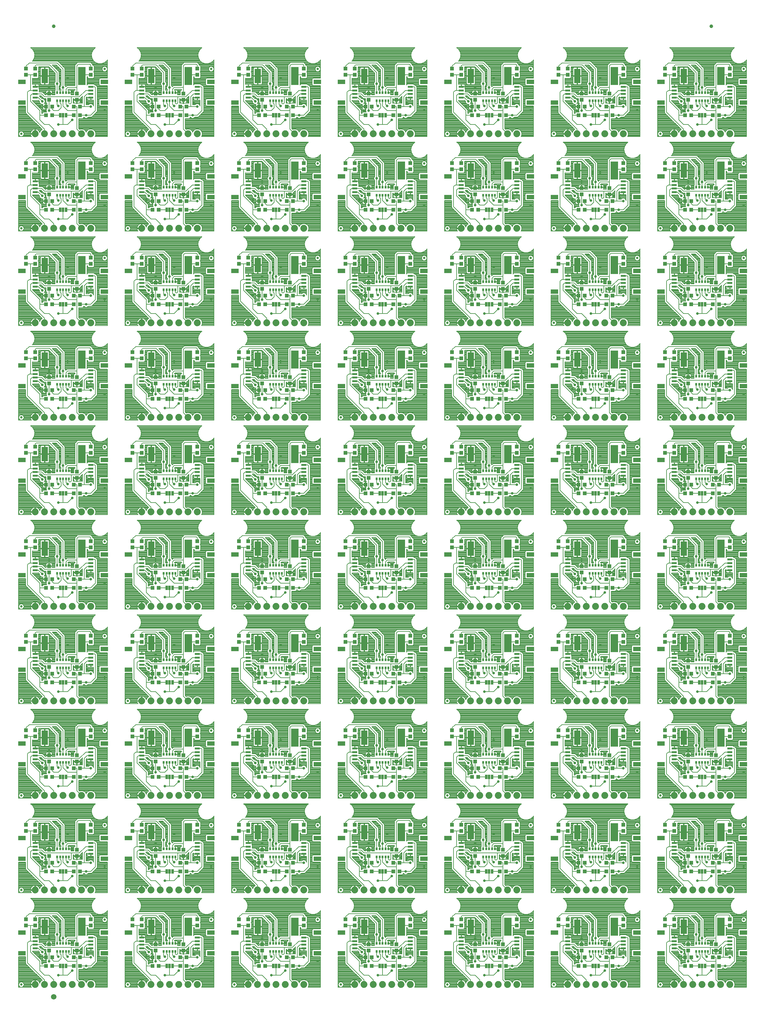
<source format=gtl>
G75*
%MOIN*%
%OFA0B0*%
%FSLAX25Y25*%
%IPPOS*%
%LPD*%
%AMOC8*
5,1,8,0,0,1.08239X$1,22.5*
%
%ADD10R,0.07874X0.04724*%
%ADD11R,0.05315X0.02362*%
%ADD12R,0.04331X0.03937*%
%ADD13R,0.02500X0.05000*%
%ADD14C,0.02500*%
%ADD15C,0.07400*%
%ADD16R,0.07874X0.19685*%
%ADD17R,0.06693X0.15748*%
%ADD18R,0.01969X0.03150*%
%ADD19R,0.00000X0.00000*%
%ADD20R,0.03937X0.04331*%
%ADD21C,0.03937*%
%ADD22C,0.05906*%
%ADD23C,0.00800*%
%ADD24C,0.02900*%
D10*
X0047031Y0067476D03*
X0047031Y0089524D03*
X0047031Y0169476D03*
X0047031Y0191524D03*
X0047031Y0271476D03*
X0047031Y0293524D03*
X0047031Y0373476D03*
X0047031Y0395524D03*
X0047031Y0475476D03*
X0047031Y0497524D03*
X0047031Y0577476D03*
X0047031Y0599524D03*
X0047031Y0679476D03*
X0047031Y0701524D03*
X0047031Y0781476D03*
X0047031Y0803524D03*
X0047031Y0883476D03*
X0047031Y0905524D03*
X0047031Y0985476D03*
X0047031Y1007524D03*
X0135969Y1007524D03*
X0135969Y0985476D03*
X0162031Y0985476D03*
X0162031Y1007524D03*
X0162031Y0905524D03*
X0162031Y0883476D03*
X0135969Y0883476D03*
X0135969Y0905524D03*
X0135969Y0803524D03*
X0135969Y0781476D03*
X0162031Y0781476D03*
X0162031Y0803524D03*
X0162031Y0701524D03*
X0162031Y0679476D03*
X0135969Y0679476D03*
X0135969Y0701524D03*
X0135969Y0599524D03*
X0135969Y0577476D03*
X0162031Y0577476D03*
X0162031Y0599524D03*
X0162031Y0497524D03*
X0162031Y0475476D03*
X0135969Y0475476D03*
X0135969Y0497524D03*
X0135969Y0395524D03*
X0135969Y0373476D03*
X0162031Y0373476D03*
X0162031Y0395524D03*
X0162031Y0293524D03*
X0162031Y0271476D03*
X0135969Y0271476D03*
X0135969Y0293524D03*
X0135969Y0191524D03*
X0135969Y0169476D03*
X0162031Y0169476D03*
X0162031Y0191524D03*
X0162031Y0089524D03*
X0162031Y0067476D03*
X0135969Y0067476D03*
X0135969Y0089524D03*
X0250969Y0089524D03*
X0250969Y0067476D03*
X0277031Y0067476D03*
X0277031Y0089524D03*
X0277031Y0169476D03*
X0277031Y0191524D03*
X0250969Y0191524D03*
X0250969Y0169476D03*
X0250969Y0271476D03*
X0250969Y0293524D03*
X0277031Y0293524D03*
X0277031Y0271476D03*
X0277031Y0373476D03*
X0277031Y0395524D03*
X0250969Y0395524D03*
X0250969Y0373476D03*
X0250969Y0475476D03*
X0250969Y0497524D03*
X0277031Y0497524D03*
X0277031Y0475476D03*
X0277031Y0577476D03*
X0277031Y0599524D03*
X0250969Y0599524D03*
X0250969Y0577476D03*
X0250969Y0679476D03*
X0250969Y0701524D03*
X0277031Y0701524D03*
X0277031Y0679476D03*
X0277031Y0781476D03*
X0277031Y0803524D03*
X0250969Y0803524D03*
X0250969Y0781476D03*
X0250969Y0883476D03*
X0250969Y0905524D03*
X0277031Y0905524D03*
X0277031Y0883476D03*
X0277031Y0985476D03*
X0277031Y1007524D03*
X0250969Y1007524D03*
X0250969Y0985476D03*
X0365969Y0985476D03*
X0365969Y1007524D03*
X0392031Y1007524D03*
X0392031Y0985476D03*
X0392031Y0905524D03*
X0392031Y0883476D03*
X0365969Y0883476D03*
X0365969Y0905524D03*
X0365969Y0803524D03*
X0365969Y0781476D03*
X0392031Y0781476D03*
X0392031Y0803524D03*
X0392031Y0701524D03*
X0392031Y0679476D03*
X0365969Y0679476D03*
X0365969Y0701524D03*
X0365969Y0599524D03*
X0365969Y0577476D03*
X0392031Y0577476D03*
X0392031Y0599524D03*
X0392031Y0497524D03*
X0392031Y0475476D03*
X0365969Y0475476D03*
X0365969Y0497524D03*
X0365969Y0395524D03*
X0365969Y0373476D03*
X0392031Y0373476D03*
X0392031Y0395524D03*
X0392031Y0293524D03*
X0392031Y0271476D03*
X0365969Y0271476D03*
X0365969Y0293524D03*
X0365969Y0191524D03*
X0365969Y0169476D03*
X0392031Y0169476D03*
X0392031Y0191524D03*
X0392031Y0089524D03*
X0392031Y0067476D03*
X0365969Y0067476D03*
X0365969Y0089524D03*
X0480969Y0089524D03*
X0480969Y0067476D03*
X0507031Y0067476D03*
X0507031Y0089524D03*
X0507031Y0169476D03*
X0507031Y0191524D03*
X0480969Y0191524D03*
X0480969Y0169476D03*
X0480969Y0271476D03*
X0480969Y0293524D03*
X0507031Y0293524D03*
X0507031Y0271476D03*
X0507031Y0373476D03*
X0507031Y0395524D03*
X0480969Y0395524D03*
X0480969Y0373476D03*
X0480969Y0475476D03*
X0480969Y0497524D03*
X0507031Y0497524D03*
X0507031Y0475476D03*
X0507031Y0577476D03*
X0507031Y0599524D03*
X0480969Y0599524D03*
X0480969Y0577476D03*
X0480969Y0679476D03*
X0480969Y0701524D03*
X0507031Y0701524D03*
X0507031Y0679476D03*
X0507031Y0781476D03*
X0507031Y0803524D03*
X0480969Y0803524D03*
X0480969Y0781476D03*
X0480969Y0883476D03*
X0480969Y0905524D03*
X0507031Y0905524D03*
X0507031Y0883476D03*
X0507031Y0985476D03*
X0507031Y1007524D03*
X0480969Y1007524D03*
X0480969Y0985476D03*
X0595969Y0985476D03*
X0595969Y1007524D03*
X0622031Y1007524D03*
X0622031Y0985476D03*
X0622031Y0905524D03*
X0622031Y0883476D03*
X0595969Y0883476D03*
X0595969Y0905524D03*
X0595969Y0803524D03*
X0595969Y0781476D03*
X0622031Y0781476D03*
X0622031Y0803524D03*
X0622031Y0701524D03*
X0622031Y0679476D03*
X0595969Y0679476D03*
X0595969Y0701524D03*
X0595969Y0599524D03*
X0595969Y0577476D03*
X0622031Y0577476D03*
X0622031Y0599524D03*
X0622031Y0497524D03*
X0622031Y0475476D03*
X0595969Y0475476D03*
X0595969Y0497524D03*
X0595969Y0395524D03*
X0595969Y0373476D03*
X0622031Y0373476D03*
X0622031Y0395524D03*
X0622031Y0293524D03*
X0622031Y0271476D03*
X0595969Y0271476D03*
X0595969Y0293524D03*
X0595969Y0191524D03*
X0595969Y0169476D03*
X0622031Y0169476D03*
X0622031Y0191524D03*
X0622031Y0089524D03*
X0622031Y0067476D03*
X0595969Y0067476D03*
X0595969Y0089524D03*
X0710969Y0089524D03*
X0710969Y0067476D03*
X0737031Y0067476D03*
X0737031Y0089524D03*
X0737031Y0169476D03*
X0737031Y0191524D03*
X0710969Y0191524D03*
X0710969Y0169476D03*
X0710969Y0271476D03*
X0710969Y0293524D03*
X0737031Y0293524D03*
X0737031Y0271476D03*
X0737031Y0373476D03*
X0737031Y0395524D03*
X0710969Y0395524D03*
X0710969Y0373476D03*
X0710969Y0475476D03*
X0710969Y0497524D03*
X0737031Y0497524D03*
X0737031Y0475476D03*
X0737031Y0577476D03*
X0737031Y0599524D03*
X0710969Y0599524D03*
X0710969Y0577476D03*
X0710969Y0679476D03*
X0710969Y0701524D03*
X0737031Y0701524D03*
X0737031Y0679476D03*
X0737031Y0781476D03*
X0737031Y0803524D03*
X0710969Y0803524D03*
X0710969Y0781476D03*
X0710969Y0883476D03*
X0710969Y0905524D03*
X0737031Y0905524D03*
X0737031Y0883476D03*
X0737031Y0985476D03*
X0737031Y1007524D03*
X0710969Y1007524D03*
X0710969Y0985476D03*
X0825969Y0985476D03*
X0825969Y1007524D03*
X0825969Y0905524D03*
X0825969Y0883476D03*
X0825969Y0803524D03*
X0825969Y0781476D03*
X0825969Y0701524D03*
X0825969Y0679476D03*
X0825969Y0599524D03*
X0825969Y0577476D03*
X0825969Y0497524D03*
X0825969Y0475476D03*
X0825969Y0395524D03*
X0825969Y0373476D03*
X0825969Y0293524D03*
X0825969Y0271476D03*
X0825969Y0191524D03*
X0825969Y0169476D03*
X0825969Y0089524D03*
X0825969Y0067476D03*
D11*
X0811500Y0072594D03*
X0811500Y0076531D03*
X0811500Y0080469D03*
X0811500Y0084406D03*
X0751500Y0084406D03*
X0751500Y0080469D03*
X0751500Y0076531D03*
X0751500Y0072594D03*
X0696500Y0072594D03*
X0696500Y0076531D03*
X0696500Y0080469D03*
X0696500Y0084406D03*
X0636500Y0084406D03*
X0636500Y0080469D03*
X0636500Y0076531D03*
X0636500Y0072594D03*
X0581500Y0072594D03*
X0581500Y0076531D03*
X0581500Y0080469D03*
X0581500Y0084406D03*
X0521500Y0084406D03*
X0521500Y0080469D03*
X0521500Y0076531D03*
X0521500Y0072594D03*
X0466500Y0072594D03*
X0466500Y0076531D03*
X0466500Y0080469D03*
X0466500Y0084406D03*
X0406500Y0084406D03*
X0406500Y0080469D03*
X0406500Y0076531D03*
X0406500Y0072594D03*
X0351500Y0072594D03*
X0351500Y0076531D03*
X0351500Y0080469D03*
X0351500Y0084406D03*
X0291500Y0084406D03*
X0291500Y0080469D03*
X0291500Y0076531D03*
X0291500Y0072594D03*
X0236500Y0072594D03*
X0236500Y0076531D03*
X0236500Y0080469D03*
X0236500Y0084406D03*
X0176500Y0084406D03*
X0176500Y0080469D03*
X0176500Y0076531D03*
X0176500Y0072594D03*
X0121500Y0072594D03*
X0121500Y0076531D03*
X0121500Y0080469D03*
X0121500Y0084406D03*
X0061500Y0084406D03*
X0061500Y0080469D03*
X0061500Y0076531D03*
X0061500Y0072594D03*
X0061500Y0174594D03*
X0061500Y0178531D03*
X0061500Y0182469D03*
X0061500Y0186406D03*
X0121500Y0186406D03*
X0121500Y0182469D03*
X0121500Y0178531D03*
X0121500Y0174594D03*
X0176500Y0174594D03*
X0176500Y0178531D03*
X0176500Y0182469D03*
X0176500Y0186406D03*
X0236500Y0186406D03*
X0236500Y0182469D03*
X0236500Y0178531D03*
X0236500Y0174594D03*
X0291500Y0174594D03*
X0291500Y0178531D03*
X0291500Y0182469D03*
X0291500Y0186406D03*
X0351500Y0186406D03*
X0351500Y0182469D03*
X0351500Y0178531D03*
X0351500Y0174594D03*
X0406500Y0174594D03*
X0406500Y0178531D03*
X0406500Y0182469D03*
X0406500Y0186406D03*
X0466500Y0186406D03*
X0466500Y0182469D03*
X0466500Y0178531D03*
X0466500Y0174594D03*
X0521500Y0174594D03*
X0521500Y0178531D03*
X0521500Y0182469D03*
X0521500Y0186406D03*
X0581500Y0186406D03*
X0581500Y0182469D03*
X0581500Y0178531D03*
X0581500Y0174594D03*
X0636500Y0174594D03*
X0636500Y0178531D03*
X0636500Y0182469D03*
X0636500Y0186406D03*
X0696500Y0186406D03*
X0696500Y0182469D03*
X0696500Y0178531D03*
X0696500Y0174594D03*
X0751500Y0174594D03*
X0751500Y0178531D03*
X0751500Y0182469D03*
X0751500Y0186406D03*
X0811500Y0186406D03*
X0811500Y0182469D03*
X0811500Y0178531D03*
X0811500Y0174594D03*
X0811500Y0276594D03*
X0811500Y0280531D03*
X0811500Y0284469D03*
X0811500Y0288406D03*
X0751500Y0288406D03*
X0751500Y0284469D03*
X0751500Y0280531D03*
X0751500Y0276594D03*
X0696500Y0276594D03*
X0696500Y0280531D03*
X0696500Y0284469D03*
X0696500Y0288406D03*
X0636500Y0288406D03*
X0636500Y0284469D03*
X0636500Y0280531D03*
X0636500Y0276594D03*
X0581500Y0276594D03*
X0581500Y0280531D03*
X0581500Y0284469D03*
X0581500Y0288406D03*
X0521500Y0288406D03*
X0521500Y0284469D03*
X0521500Y0280531D03*
X0521500Y0276594D03*
X0466500Y0276594D03*
X0466500Y0280531D03*
X0466500Y0284469D03*
X0466500Y0288406D03*
X0406500Y0288406D03*
X0406500Y0284469D03*
X0406500Y0280531D03*
X0406500Y0276594D03*
X0351500Y0276594D03*
X0351500Y0280531D03*
X0351500Y0284469D03*
X0351500Y0288406D03*
X0291500Y0288406D03*
X0291500Y0284469D03*
X0291500Y0280531D03*
X0291500Y0276594D03*
X0236500Y0276594D03*
X0236500Y0280531D03*
X0236500Y0284469D03*
X0236500Y0288406D03*
X0176500Y0288406D03*
X0176500Y0284469D03*
X0176500Y0280531D03*
X0176500Y0276594D03*
X0121500Y0276594D03*
X0121500Y0280531D03*
X0121500Y0284469D03*
X0121500Y0288406D03*
X0061500Y0288406D03*
X0061500Y0284469D03*
X0061500Y0280531D03*
X0061500Y0276594D03*
X0061500Y0378594D03*
X0061500Y0382531D03*
X0061500Y0386469D03*
X0061500Y0390406D03*
X0121500Y0390406D03*
X0121500Y0386469D03*
X0121500Y0382531D03*
X0121500Y0378594D03*
X0176500Y0378594D03*
X0176500Y0382531D03*
X0176500Y0386469D03*
X0176500Y0390406D03*
X0236500Y0390406D03*
X0236500Y0386469D03*
X0236500Y0382531D03*
X0236500Y0378594D03*
X0291500Y0378594D03*
X0291500Y0382531D03*
X0291500Y0386469D03*
X0291500Y0390406D03*
X0351500Y0390406D03*
X0351500Y0386469D03*
X0351500Y0382531D03*
X0351500Y0378594D03*
X0406500Y0378594D03*
X0406500Y0382531D03*
X0406500Y0386469D03*
X0406500Y0390406D03*
X0466500Y0390406D03*
X0466500Y0386469D03*
X0466500Y0382531D03*
X0466500Y0378594D03*
X0521500Y0378594D03*
X0521500Y0382531D03*
X0521500Y0386469D03*
X0521500Y0390406D03*
X0581500Y0390406D03*
X0581500Y0386469D03*
X0581500Y0382531D03*
X0581500Y0378594D03*
X0636500Y0378594D03*
X0636500Y0382531D03*
X0636500Y0386469D03*
X0636500Y0390406D03*
X0696500Y0390406D03*
X0696500Y0386469D03*
X0696500Y0382531D03*
X0696500Y0378594D03*
X0751500Y0378594D03*
X0751500Y0382531D03*
X0751500Y0386469D03*
X0751500Y0390406D03*
X0811500Y0390406D03*
X0811500Y0386469D03*
X0811500Y0382531D03*
X0811500Y0378594D03*
X0811500Y0480594D03*
X0811500Y0484531D03*
X0811500Y0488469D03*
X0811500Y0492406D03*
X0751500Y0492406D03*
X0751500Y0488469D03*
X0751500Y0484531D03*
X0751500Y0480594D03*
X0696500Y0480594D03*
X0696500Y0484531D03*
X0696500Y0488469D03*
X0696500Y0492406D03*
X0636500Y0492406D03*
X0636500Y0488469D03*
X0636500Y0484531D03*
X0636500Y0480594D03*
X0581500Y0480594D03*
X0581500Y0484531D03*
X0581500Y0488469D03*
X0581500Y0492406D03*
X0521500Y0492406D03*
X0521500Y0488469D03*
X0521500Y0484531D03*
X0521500Y0480594D03*
X0466500Y0480594D03*
X0466500Y0484531D03*
X0466500Y0488469D03*
X0466500Y0492406D03*
X0406500Y0492406D03*
X0406500Y0488469D03*
X0406500Y0484531D03*
X0406500Y0480594D03*
X0351500Y0480594D03*
X0351500Y0484531D03*
X0351500Y0488469D03*
X0351500Y0492406D03*
X0291500Y0492406D03*
X0291500Y0488469D03*
X0291500Y0484531D03*
X0291500Y0480594D03*
X0236500Y0480594D03*
X0236500Y0484531D03*
X0236500Y0488469D03*
X0236500Y0492406D03*
X0176500Y0492406D03*
X0176500Y0488469D03*
X0176500Y0484531D03*
X0176500Y0480594D03*
X0121500Y0480594D03*
X0121500Y0484531D03*
X0121500Y0488469D03*
X0121500Y0492406D03*
X0061500Y0492406D03*
X0061500Y0488469D03*
X0061500Y0484531D03*
X0061500Y0480594D03*
X0061500Y0582594D03*
X0061500Y0586531D03*
X0061500Y0590469D03*
X0061500Y0594406D03*
X0121500Y0594406D03*
X0121500Y0590469D03*
X0121500Y0586531D03*
X0121500Y0582594D03*
X0176500Y0582594D03*
X0176500Y0586531D03*
X0176500Y0590469D03*
X0176500Y0594406D03*
X0236500Y0594406D03*
X0236500Y0590469D03*
X0236500Y0586531D03*
X0236500Y0582594D03*
X0291500Y0582594D03*
X0291500Y0586531D03*
X0291500Y0590469D03*
X0291500Y0594406D03*
X0351500Y0594406D03*
X0351500Y0590469D03*
X0351500Y0586531D03*
X0351500Y0582594D03*
X0406500Y0582594D03*
X0406500Y0586531D03*
X0406500Y0590469D03*
X0406500Y0594406D03*
X0466500Y0594406D03*
X0466500Y0590469D03*
X0466500Y0586531D03*
X0466500Y0582594D03*
X0521500Y0582594D03*
X0521500Y0586531D03*
X0521500Y0590469D03*
X0521500Y0594406D03*
X0581500Y0594406D03*
X0581500Y0590469D03*
X0581500Y0586531D03*
X0581500Y0582594D03*
X0636500Y0582594D03*
X0636500Y0586531D03*
X0636500Y0590469D03*
X0636500Y0594406D03*
X0696500Y0594406D03*
X0696500Y0590469D03*
X0696500Y0586531D03*
X0696500Y0582594D03*
X0751500Y0582594D03*
X0751500Y0586531D03*
X0751500Y0590469D03*
X0751500Y0594406D03*
X0811500Y0594406D03*
X0811500Y0590469D03*
X0811500Y0586531D03*
X0811500Y0582594D03*
X0811500Y0684594D03*
X0811500Y0688531D03*
X0811500Y0692469D03*
X0811500Y0696406D03*
X0751500Y0696406D03*
X0751500Y0692469D03*
X0751500Y0688531D03*
X0751500Y0684594D03*
X0696500Y0684594D03*
X0696500Y0688531D03*
X0696500Y0692469D03*
X0696500Y0696406D03*
X0636500Y0696406D03*
X0636500Y0692469D03*
X0636500Y0688531D03*
X0636500Y0684594D03*
X0581500Y0684594D03*
X0581500Y0688531D03*
X0581500Y0692469D03*
X0581500Y0696406D03*
X0521500Y0696406D03*
X0521500Y0692469D03*
X0521500Y0688531D03*
X0521500Y0684594D03*
X0466500Y0684594D03*
X0466500Y0688531D03*
X0466500Y0692469D03*
X0466500Y0696406D03*
X0406500Y0696406D03*
X0406500Y0692469D03*
X0406500Y0688531D03*
X0406500Y0684594D03*
X0351500Y0684594D03*
X0351500Y0688531D03*
X0351500Y0692469D03*
X0351500Y0696406D03*
X0291500Y0696406D03*
X0291500Y0692469D03*
X0291500Y0688531D03*
X0291500Y0684594D03*
X0236500Y0684594D03*
X0236500Y0688531D03*
X0236500Y0692469D03*
X0236500Y0696406D03*
X0176500Y0696406D03*
X0176500Y0692469D03*
X0176500Y0688531D03*
X0176500Y0684594D03*
X0121500Y0684594D03*
X0121500Y0688531D03*
X0121500Y0692469D03*
X0121500Y0696406D03*
X0061500Y0696406D03*
X0061500Y0692469D03*
X0061500Y0688531D03*
X0061500Y0684594D03*
X0061500Y0786594D03*
X0061500Y0790531D03*
X0061500Y0794469D03*
X0061500Y0798406D03*
X0121500Y0798406D03*
X0121500Y0794469D03*
X0121500Y0790531D03*
X0121500Y0786594D03*
X0176500Y0786594D03*
X0176500Y0790531D03*
X0176500Y0794469D03*
X0176500Y0798406D03*
X0236500Y0798406D03*
X0236500Y0794469D03*
X0236500Y0790531D03*
X0236500Y0786594D03*
X0291500Y0786594D03*
X0291500Y0790531D03*
X0291500Y0794469D03*
X0291500Y0798406D03*
X0351500Y0798406D03*
X0351500Y0794469D03*
X0351500Y0790531D03*
X0351500Y0786594D03*
X0406500Y0786594D03*
X0406500Y0790531D03*
X0406500Y0794469D03*
X0406500Y0798406D03*
X0466500Y0798406D03*
X0466500Y0794469D03*
X0466500Y0790531D03*
X0466500Y0786594D03*
X0521500Y0786594D03*
X0521500Y0790531D03*
X0521500Y0794469D03*
X0521500Y0798406D03*
X0581500Y0798406D03*
X0581500Y0794469D03*
X0581500Y0790531D03*
X0581500Y0786594D03*
X0636500Y0786594D03*
X0636500Y0790531D03*
X0636500Y0794469D03*
X0636500Y0798406D03*
X0696500Y0798406D03*
X0696500Y0794469D03*
X0696500Y0790531D03*
X0696500Y0786594D03*
X0751500Y0786594D03*
X0751500Y0790531D03*
X0751500Y0794469D03*
X0751500Y0798406D03*
X0811500Y0798406D03*
X0811500Y0794469D03*
X0811500Y0790531D03*
X0811500Y0786594D03*
X0811500Y0888594D03*
X0811500Y0892531D03*
X0811500Y0896469D03*
X0811500Y0900406D03*
X0751500Y0900406D03*
X0751500Y0896469D03*
X0751500Y0892531D03*
X0751500Y0888594D03*
X0696500Y0888594D03*
X0696500Y0892531D03*
X0696500Y0896469D03*
X0696500Y0900406D03*
X0636500Y0900406D03*
X0636500Y0896469D03*
X0636500Y0892531D03*
X0636500Y0888594D03*
X0581500Y0888594D03*
X0581500Y0892531D03*
X0581500Y0896469D03*
X0581500Y0900406D03*
X0521500Y0900406D03*
X0521500Y0896469D03*
X0521500Y0892531D03*
X0521500Y0888594D03*
X0466500Y0888594D03*
X0466500Y0892531D03*
X0466500Y0896469D03*
X0466500Y0900406D03*
X0406500Y0900406D03*
X0406500Y0896469D03*
X0406500Y0892531D03*
X0406500Y0888594D03*
X0351500Y0888594D03*
X0351500Y0892531D03*
X0351500Y0896469D03*
X0351500Y0900406D03*
X0291500Y0900406D03*
X0291500Y0896469D03*
X0291500Y0892531D03*
X0291500Y0888594D03*
X0236500Y0888594D03*
X0236500Y0892531D03*
X0236500Y0896469D03*
X0236500Y0900406D03*
X0176500Y0900406D03*
X0176500Y0896469D03*
X0176500Y0892531D03*
X0176500Y0888594D03*
X0121500Y0888594D03*
X0121500Y0892531D03*
X0121500Y0896469D03*
X0121500Y0900406D03*
X0061500Y0900406D03*
X0061500Y0896469D03*
X0061500Y0892531D03*
X0061500Y0888594D03*
X0061500Y0990594D03*
X0061500Y0994531D03*
X0061500Y0998469D03*
X0061500Y1002406D03*
X0121500Y1002406D03*
X0121500Y0998469D03*
X0121500Y0994531D03*
X0121500Y0990594D03*
X0176500Y0990594D03*
X0176500Y0994531D03*
X0176500Y0998469D03*
X0176500Y1002406D03*
X0236500Y1002406D03*
X0236500Y0998469D03*
X0236500Y0994531D03*
X0236500Y0990594D03*
X0291500Y0990594D03*
X0291500Y0994531D03*
X0291500Y0998469D03*
X0291500Y1002406D03*
X0351500Y1002406D03*
X0351500Y0998469D03*
X0351500Y0994531D03*
X0351500Y0990594D03*
X0406500Y0990594D03*
X0406500Y0994531D03*
X0406500Y0998469D03*
X0406500Y1002406D03*
X0466500Y1002406D03*
X0466500Y0998469D03*
X0466500Y0994531D03*
X0466500Y0990594D03*
X0521500Y0990594D03*
X0521500Y0994531D03*
X0521500Y0998469D03*
X0521500Y1002406D03*
X0581500Y1002406D03*
X0581500Y0998469D03*
X0581500Y0994531D03*
X0581500Y0990594D03*
X0636500Y0990594D03*
X0636500Y0994531D03*
X0636500Y0998469D03*
X0636500Y1002406D03*
X0696500Y1002406D03*
X0696500Y0998469D03*
X0696500Y0994531D03*
X0696500Y0990594D03*
X0751500Y0990594D03*
X0751500Y0994531D03*
X0751500Y0998469D03*
X0751500Y1002406D03*
X0811500Y1002406D03*
X0811500Y0998469D03*
X0811500Y0994531D03*
X0811500Y0990594D03*
D12*
X0799846Y0981000D03*
X0793154Y0981000D03*
X0793154Y0971500D03*
X0799846Y0971500D03*
X0769846Y0971500D03*
X0763154Y0971500D03*
X0763154Y0981000D03*
X0769846Y0981000D03*
X0684846Y0981000D03*
X0678154Y0981000D03*
X0678154Y0971500D03*
X0684846Y0971500D03*
X0654846Y0971500D03*
X0648154Y0971500D03*
X0648154Y0981000D03*
X0654846Y0981000D03*
X0569846Y0981000D03*
X0563154Y0981000D03*
X0563154Y0971500D03*
X0569846Y0971500D03*
X0539846Y0971500D03*
X0533154Y0971500D03*
X0533154Y0981000D03*
X0539846Y0981000D03*
X0454846Y0981000D03*
X0448154Y0981000D03*
X0448154Y0971500D03*
X0454846Y0971500D03*
X0424846Y0971500D03*
X0418154Y0971500D03*
X0418154Y0981000D03*
X0424846Y0981000D03*
X0339846Y0981000D03*
X0333154Y0981000D03*
X0333154Y0971500D03*
X0339846Y0971500D03*
X0309846Y0971500D03*
X0303154Y0971500D03*
X0303154Y0981000D03*
X0309846Y0981000D03*
X0224846Y0981000D03*
X0218154Y0981000D03*
X0218154Y0971500D03*
X0224846Y0971500D03*
X0194846Y0971500D03*
X0188154Y0971500D03*
X0188154Y0981000D03*
X0194846Y0981000D03*
X0109846Y0981000D03*
X0103154Y0981000D03*
X0103154Y0971500D03*
X0109846Y0971500D03*
X0079846Y0971500D03*
X0073154Y0971500D03*
X0073154Y0981000D03*
X0079846Y0981000D03*
X0079846Y0879000D03*
X0073154Y0879000D03*
X0073154Y0869500D03*
X0079846Y0869500D03*
X0103154Y0869500D03*
X0109846Y0869500D03*
X0109846Y0879000D03*
X0103154Y0879000D03*
X0103154Y0777000D03*
X0109846Y0777000D03*
X0109846Y0767500D03*
X0103154Y0767500D03*
X0079846Y0767500D03*
X0073154Y0767500D03*
X0073154Y0777000D03*
X0079846Y0777000D03*
X0079846Y0675000D03*
X0073154Y0675000D03*
X0073154Y0665500D03*
X0079846Y0665500D03*
X0103154Y0665500D03*
X0109846Y0665500D03*
X0109846Y0675000D03*
X0103154Y0675000D03*
X0103154Y0573000D03*
X0109846Y0573000D03*
X0109846Y0563500D03*
X0103154Y0563500D03*
X0079846Y0563500D03*
X0073154Y0563500D03*
X0073154Y0573000D03*
X0079846Y0573000D03*
X0079846Y0471000D03*
X0073154Y0471000D03*
X0073154Y0461500D03*
X0079846Y0461500D03*
X0103154Y0461500D03*
X0109846Y0461500D03*
X0109846Y0471000D03*
X0103154Y0471000D03*
X0103154Y0369000D03*
X0109846Y0369000D03*
X0109846Y0359500D03*
X0103154Y0359500D03*
X0079846Y0359500D03*
X0073154Y0359500D03*
X0073154Y0369000D03*
X0079846Y0369000D03*
X0079846Y0267000D03*
X0073154Y0267000D03*
X0073154Y0257500D03*
X0079846Y0257500D03*
X0103154Y0257500D03*
X0109846Y0257500D03*
X0109846Y0267000D03*
X0103154Y0267000D03*
X0103154Y0165000D03*
X0109846Y0165000D03*
X0109846Y0155500D03*
X0103154Y0155500D03*
X0079846Y0155500D03*
X0073154Y0155500D03*
X0073154Y0165000D03*
X0079846Y0165000D03*
X0079846Y0063000D03*
X0073154Y0063000D03*
X0073154Y0053500D03*
X0079846Y0053500D03*
X0103154Y0053500D03*
X0109846Y0053500D03*
X0109846Y0063000D03*
X0103154Y0063000D03*
X0188154Y0063000D03*
X0194846Y0063000D03*
X0194846Y0053500D03*
X0188154Y0053500D03*
X0218154Y0053500D03*
X0224846Y0053500D03*
X0224846Y0063000D03*
X0218154Y0063000D03*
X0218154Y0155500D03*
X0224846Y0155500D03*
X0224846Y0165000D03*
X0218154Y0165000D03*
X0194846Y0165000D03*
X0188154Y0165000D03*
X0188154Y0155500D03*
X0194846Y0155500D03*
X0194846Y0257500D03*
X0188154Y0257500D03*
X0188154Y0267000D03*
X0194846Y0267000D03*
X0218154Y0267000D03*
X0224846Y0267000D03*
X0224846Y0257500D03*
X0218154Y0257500D03*
X0303154Y0257500D03*
X0309846Y0257500D03*
X0309846Y0267000D03*
X0303154Y0267000D03*
X0333154Y0267000D03*
X0339846Y0267000D03*
X0339846Y0257500D03*
X0333154Y0257500D03*
X0333154Y0165000D03*
X0339846Y0165000D03*
X0339846Y0155500D03*
X0333154Y0155500D03*
X0309846Y0155500D03*
X0303154Y0155500D03*
X0303154Y0165000D03*
X0309846Y0165000D03*
X0309846Y0063000D03*
X0303154Y0063000D03*
X0303154Y0053500D03*
X0309846Y0053500D03*
X0333154Y0053500D03*
X0339846Y0053500D03*
X0339846Y0063000D03*
X0333154Y0063000D03*
X0418154Y0063000D03*
X0424846Y0063000D03*
X0424846Y0053500D03*
X0418154Y0053500D03*
X0448154Y0053500D03*
X0454846Y0053500D03*
X0454846Y0063000D03*
X0448154Y0063000D03*
X0448154Y0155500D03*
X0454846Y0155500D03*
X0454846Y0165000D03*
X0448154Y0165000D03*
X0424846Y0165000D03*
X0418154Y0165000D03*
X0418154Y0155500D03*
X0424846Y0155500D03*
X0424846Y0257500D03*
X0418154Y0257500D03*
X0418154Y0267000D03*
X0424846Y0267000D03*
X0448154Y0267000D03*
X0454846Y0267000D03*
X0454846Y0257500D03*
X0448154Y0257500D03*
X0533154Y0257500D03*
X0539846Y0257500D03*
X0539846Y0267000D03*
X0533154Y0267000D03*
X0563154Y0267000D03*
X0569846Y0267000D03*
X0569846Y0257500D03*
X0563154Y0257500D03*
X0563154Y0165000D03*
X0569846Y0165000D03*
X0569846Y0155500D03*
X0563154Y0155500D03*
X0539846Y0155500D03*
X0533154Y0155500D03*
X0533154Y0165000D03*
X0539846Y0165000D03*
X0539846Y0063000D03*
X0533154Y0063000D03*
X0533154Y0053500D03*
X0539846Y0053500D03*
X0563154Y0053500D03*
X0569846Y0053500D03*
X0569846Y0063000D03*
X0563154Y0063000D03*
X0648154Y0063000D03*
X0654846Y0063000D03*
X0654846Y0053500D03*
X0648154Y0053500D03*
X0678154Y0053500D03*
X0684846Y0053500D03*
X0684846Y0063000D03*
X0678154Y0063000D03*
X0678154Y0155500D03*
X0684846Y0155500D03*
X0684846Y0165000D03*
X0678154Y0165000D03*
X0654846Y0165000D03*
X0648154Y0165000D03*
X0648154Y0155500D03*
X0654846Y0155500D03*
X0654846Y0257500D03*
X0648154Y0257500D03*
X0648154Y0267000D03*
X0654846Y0267000D03*
X0678154Y0267000D03*
X0684846Y0267000D03*
X0684846Y0257500D03*
X0678154Y0257500D03*
X0763154Y0257500D03*
X0769846Y0257500D03*
X0769846Y0267000D03*
X0763154Y0267000D03*
X0793154Y0267000D03*
X0799846Y0267000D03*
X0799846Y0257500D03*
X0793154Y0257500D03*
X0793154Y0165000D03*
X0799846Y0165000D03*
X0799846Y0155500D03*
X0793154Y0155500D03*
X0769846Y0155500D03*
X0763154Y0155500D03*
X0763154Y0165000D03*
X0769846Y0165000D03*
X0769846Y0063000D03*
X0763154Y0063000D03*
X0763154Y0053500D03*
X0769846Y0053500D03*
X0793154Y0053500D03*
X0799846Y0053500D03*
X0799846Y0063000D03*
X0793154Y0063000D03*
X0793154Y0359500D03*
X0799846Y0359500D03*
X0799846Y0369000D03*
X0793154Y0369000D03*
X0769846Y0369000D03*
X0763154Y0369000D03*
X0763154Y0359500D03*
X0769846Y0359500D03*
X0769846Y0461500D03*
X0763154Y0461500D03*
X0763154Y0471000D03*
X0769846Y0471000D03*
X0793154Y0471000D03*
X0799846Y0471000D03*
X0799846Y0461500D03*
X0793154Y0461500D03*
X0793154Y0563500D03*
X0799846Y0563500D03*
X0799846Y0573000D03*
X0793154Y0573000D03*
X0769846Y0573000D03*
X0763154Y0573000D03*
X0763154Y0563500D03*
X0769846Y0563500D03*
X0769846Y0665500D03*
X0763154Y0665500D03*
X0763154Y0675000D03*
X0769846Y0675000D03*
X0793154Y0675000D03*
X0799846Y0675000D03*
X0799846Y0665500D03*
X0793154Y0665500D03*
X0793154Y0767500D03*
X0799846Y0767500D03*
X0799846Y0777000D03*
X0793154Y0777000D03*
X0769846Y0777000D03*
X0763154Y0777000D03*
X0763154Y0767500D03*
X0769846Y0767500D03*
X0769846Y0869500D03*
X0763154Y0869500D03*
X0763154Y0879000D03*
X0769846Y0879000D03*
X0793154Y0879000D03*
X0799846Y0879000D03*
X0799846Y0869500D03*
X0793154Y0869500D03*
X0684846Y0869500D03*
X0678154Y0869500D03*
X0678154Y0879000D03*
X0684846Y0879000D03*
X0654846Y0879000D03*
X0648154Y0879000D03*
X0648154Y0869500D03*
X0654846Y0869500D03*
X0654846Y0777000D03*
X0648154Y0777000D03*
X0648154Y0767500D03*
X0654846Y0767500D03*
X0678154Y0767500D03*
X0684846Y0767500D03*
X0684846Y0777000D03*
X0678154Y0777000D03*
X0678154Y0675000D03*
X0684846Y0675000D03*
X0684846Y0665500D03*
X0678154Y0665500D03*
X0654846Y0665500D03*
X0648154Y0665500D03*
X0648154Y0675000D03*
X0654846Y0675000D03*
X0654846Y0573000D03*
X0648154Y0573000D03*
X0648154Y0563500D03*
X0654846Y0563500D03*
X0678154Y0563500D03*
X0684846Y0563500D03*
X0684846Y0573000D03*
X0678154Y0573000D03*
X0678154Y0471000D03*
X0684846Y0471000D03*
X0684846Y0461500D03*
X0678154Y0461500D03*
X0654846Y0461500D03*
X0648154Y0461500D03*
X0648154Y0471000D03*
X0654846Y0471000D03*
X0654846Y0369000D03*
X0648154Y0369000D03*
X0648154Y0359500D03*
X0654846Y0359500D03*
X0678154Y0359500D03*
X0684846Y0359500D03*
X0684846Y0369000D03*
X0678154Y0369000D03*
X0569846Y0369000D03*
X0563154Y0369000D03*
X0563154Y0359500D03*
X0569846Y0359500D03*
X0539846Y0359500D03*
X0533154Y0359500D03*
X0533154Y0369000D03*
X0539846Y0369000D03*
X0539846Y0461500D03*
X0533154Y0461500D03*
X0533154Y0471000D03*
X0539846Y0471000D03*
X0563154Y0471000D03*
X0569846Y0471000D03*
X0569846Y0461500D03*
X0563154Y0461500D03*
X0563154Y0563500D03*
X0569846Y0563500D03*
X0569846Y0573000D03*
X0563154Y0573000D03*
X0539846Y0573000D03*
X0533154Y0573000D03*
X0533154Y0563500D03*
X0539846Y0563500D03*
X0454846Y0563500D03*
X0448154Y0563500D03*
X0448154Y0573000D03*
X0454846Y0573000D03*
X0424846Y0573000D03*
X0418154Y0573000D03*
X0418154Y0563500D03*
X0424846Y0563500D03*
X0424846Y0471000D03*
X0418154Y0471000D03*
X0418154Y0461500D03*
X0424846Y0461500D03*
X0448154Y0461500D03*
X0454846Y0461500D03*
X0454846Y0471000D03*
X0448154Y0471000D03*
X0448154Y0369000D03*
X0454846Y0369000D03*
X0454846Y0359500D03*
X0448154Y0359500D03*
X0424846Y0359500D03*
X0418154Y0359500D03*
X0418154Y0369000D03*
X0424846Y0369000D03*
X0339846Y0369000D03*
X0333154Y0369000D03*
X0333154Y0359500D03*
X0339846Y0359500D03*
X0309846Y0359500D03*
X0303154Y0359500D03*
X0303154Y0369000D03*
X0309846Y0369000D03*
X0309846Y0461500D03*
X0303154Y0461500D03*
X0303154Y0471000D03*
X0309846Y0471000D03*
X0333154Y0471000D03*
X0339846Y0471000D03*
X0339846Y0461500D03*
X0333154Y0461500D03*
X0333154Y0563500D03*
X0339846Y0563500D03*
X0339846Y0573000D03*
X0333154Y0573000D03*
X0309846Y0573000D03*
X0303154Y0573000D03*
X0303154Y0563500D03*
X0309846Y0563500D03*
X0309846Y0665500D03*
X0303154Y0665500D03*
X0303154Y0675000D03*
X0309846Y0675000D03*
X0333154Y0675000D03*
X0339846Y0675000D03*
X0339846Y0665500D03*
X0333154Y0665500D03*
X0418154Y0665500D03*
X0424846Y0665500D03*
X0424846Y0675000D03*
X0418154Y0675000D03*
X0448154Y0675000D03*
X0454846Y0675000D03*
X0454846Y0665500D03*
X0448154Y0665500D03*
X0533154Y0665500D03*
X0539846Y0665500D03*
X0539846Y0675000D03*
X0533154Y0675000D03*
X0563154Y0675000D03*
X0569846Y0675000D03*
X0569846Y0665500D03*
X0563154Y0665500D03*
X0563154Y0767500D03*
X0569846Y0767500D03*
X0569846Y0777000D03*
X0563154Y0777000D03*
X0539846Y0777000D03*
X0533154Y0777000D03*
X0533154Y0767500D03*
X0539846Y0767500D03*
X0454846Y0767500D03*
X0448154Y0767500D03*
X0448154Y0777000D03*
X0454846Y0777000D03*
X0424846Y0777000D03*
X0418154Y0777000D03*
X0418154Y0767500D03*
X0424846Y0767500D03*
X0424846Y0869500D03*
X0418154Y0869500D03*
X0418154Y0879000D03*
X0424846Y0879000D03*
X0448154Y0879000D03*
X0454846Y0879000D03*
X0454846Y0869500D03*
X0448154Y0869500D03*
X0533154Y0869500D03*
X0539846Y0869500D03*
X0539846Y0879000D03*
X0533154Y0879000D03*
X0563154Y0879000D03*
X0569846Y0879000D03*
X0569846Y0869500D03*
X0563154Y0869500D03*
X0339846Y0869500D03*
X0333154Y0869500D03*
X0333154Y0879000D03*
X0339846Y0879000D03*
X0309846Y0879000D03*
X0303154Y0879000D03*
X0303154Y0869500D03*
X0309846Y0869500D03*
X0309846Y0777000D03*
X0303154Y0777000D03*
X0303154Y0767500D03*
X0309846Y0767500D03*
X0333154Y0767500D03*
X0339846Y0767500D03*
X0339846Y0777000D03*
X0333154Y0777000D03*
X0224846Y0777000D03*
X0218154Y0777000D03*
X0218154Y0767500D03*
X0224846Y0767500D03*
X0194846Y0767500D03*
X0188154Y0767500D03*
X0188154Y0777000D03*
X0194846Y0777000D03*
X0194846Y0869500D03*
X0188154Y0869500D03*
X0188154Y0879000D03*
X0194846Y0879000D03*
X0218154Y0879000D03*
X0224846Y0879000D03*
X0224846Y0869500D03*
X0218154Y0869500D03*
X0218154Y0675000D03*
X0224846Y0675000D03*
X0224846Y0665500D03*
X0218154Y0665500D03*
X0194846Y0665500D03*
X0188154Y0665500D03*
X0188154Y0675000D03*
X0194846Y0675000D03*
X0194846Y0573000D03*
X0188154Y0573000D03*
X0188154Y0563500D03*
X0194846Y0563500D03*
X0218154Y0563500D03*
X0224846Y0563500D03*
X0224846Y0573000D03*
X0218154Y0573000D03*
X0218154Y0471000D03*
X0224846Y0471000D03*
X0224846Y0461500D03*
X0218154Y0461500D03*
X0194846Y0461500D03*
X0188154Y0461500D03*
X0188154Y0471000D03*
X0194846Y0471000D03*
X0194846Y0369000D03*
X0188154Y0369000D03*
X0188154Y0359500D03*
X0194846Y0359500D03*
X0218154Y0359500D03*
X0224846Y0359500D03*
X0224846Y0369000D03*
X0218154Y0369000D03*
D13*
X0209700Y0359500D03*
X0206500Y0359500D03*
X0203300Y0359500D03*
X0203300Y0461500D03*
X0206500Y0461500D03*
X0209700Y0461500D03*
X0209700Y0563500D03*
X0206500Y0563500D03*
X0203300Y0563500D03*
X0203300Y0665500D03*
X0206500Y0665500D03*
X0209700Y0665500D03*
X0209700Y0767500D03*
X0206500Y0767500D03*
X0203300Y0767500D03*
X0203300Y0869500D03*
X0206500Y0869500D03*
X0209700Y0869500D03*
X0209700Y0971500D03*
X0206500Y0971500D03*
X0203300Y0971500D03*
X0094700Y0971500D03*
X0091500Y0971500D03*
X0088300Y0971500D03*
X0088300Y0869500D03*
X0091500Y0869500D03*
X0094700Y0869500D03*
X0094700Y0767500D03*
X0091500Y0767500D03*
X0088300Y0767500D03*
X0088300Y0665500D03*
X0091500Y0665500D03*
X0094700Y0665500D03*
X0094700Y0563500D03*
X0091500Y0563500D03*
X0088300Y0563500D03*
X0088300Y0461500D03*
X0091500Y0461500D03*
X0094700Y0461500D03*
X0094700Y0359500D03*
X0091500Y0359500D03*
X0088300Y0359500D03*
X0088300Y0257500D03*
X0091500Y0257500D03*
X0094700Y0257500D03*
X0094700Y0155500D03*
X0091500Y0155500D03*
X0088300Y0155500D03*
X0088300Y0053500D03*
X0091500Y0053500D03*
X0094700Y0053500D03*
X0203300Y0053500D03*
X0206500Y0053500D03*
X0209700Y0053500D03*
X0209700Y0155500D03*
X0206500Y0155500D03*
X0203300Y0155500D03*
X0203300Y0257500D03*
X0206500Y0257500D03*
X0209700Y0257500D03*
X0318300Y0257500D03*
X0321500Y0257500D03*
X0324700Y0257500D03*
X0324700Y0155500D03*
X0321500Y0155500D03*
X0318300Y0155500D03*
X0318300Y0053500D03*
X0321500Y0053500D03*
X0324700Y0053500D03*
X0433300Y0053500D03*
X0436500Y0053500D03*
X0439700Y0053500D03*
X0439700Y0155500D03*
X0436500Y0155500D03*
X0433300Y0155500D03*
X0433300Y0257500D03*
X0436500Y0257500D03*
X0439700Y0257500D03*
X0439700Y0359500D03*
X0436500Y0359500D03*
X0433300Y0359500D03*
X0433300Y0461500D03*
X0436500Y0461500D03*
X0439700Y0461500D03*
X0439700Y0563500D03*
X0436500Y0563500D03*
X0433300Y0563500D03*
X0433300Y0665500D03*
X0436500Y0665500D03*
X0439700Y0665500D03*
X0439700Y0767500D03*
X0436500Y0767500D03*
X0433300Y0767500D03*
X0433300Y0869500D03*
X0436500Y0869500D03*
X0439700Y0869500D03*
X0439700Y0971500D03*
X0436500Y0971500D03*
X0433300Y0971500D03*
X0324700Y0971500D03*
X0321500Y0971500D03*
X0318300Y0971500D03*
X0318300Y0869500D03*
X0321500Y0869500D03*
X0324700Y0869500D03*
X0324700Y0767500D03*
X0321500Y0767500D03*
X0318300Y0767500D03*
X0318300Y0665500D03*
X0321500Y0665500D03*
X0324700Y0665500D03*
X0324700Y0563500D03*
X0321500Y0563500D03*
X0318300Y0563500D03*
X0318300Y0461500D03*
X0321500Y0461500D03*
X0324700Y0461500D03*
X0324700Y0359500D03*
X0321500Y0359500D03*
X0318300Y0359500D03*
X0548300Y0359500D03*
X0551500Y0359500D03*
X0554700Y0359500D03*
X0554700Y0461500D03*
X0551500Y0461500D03*
X0548300Y0461500D03*
X0548300Y0563500D03*
X0551500Y0563500D03*
X0554700Y0563500D03*
X0554700Y0665500D03*
X0551500Y0665500D03*
X0548300Y0665500D03*
X0548300Y0767500D03*
X0551500Y0767500D03*
X0554700Y0767500D03*
X0554700Y0869500D03*
X0551500Y0869500D03*
X0548300Y0869500D03*
X0548300Y0971500D03*
X0551500Y0971500D03*
X0554700Y0971500D03*
X0663300Y0971500D03*
X0666500Y0971500D03*
X0669700Y0971500D03*
X0669700Y0869500D03*
X0666500Y0869500D03*
X0663300Y0869500D03*
X0663300Y0767500D03*
X0666500Y0767500D03*
X0669700Y0767500D03*
X0669700Y0665500D03*
X0666500Y0665500D03*
X0663300Y0665500D03*
X0663300Y0563500D03*
X0666500Y0563500D03*
X0669700Y0563500D03*
X0669700Y0461500D03*
X0666500Y0461500D03*
X0663300Y0461500D03*
X0663300Y0359500D03*
X0666500Y0359500D03*
X0669700Y0359500D03*
X0669700Y0257500D03*
X0666500Y0257500D03*
X0663300Y0257500D03*
X0663300Y0155500D03*
X0666500Y0155500D03*
X0669700Y0155500D03*
X0669700Y0053500D03*
X0666500Y0053500D03*
X0663300Y0053500D03*
X0554700Y0053500D03*
X0551500Y0053500D03*
X0548300Y0053500D03*
X0548300Y0155500D03*
X0551500Y0155500D03*
X0554700Y0155500D03*
X0554700Y0257500D03*
X0551500Y0257500D03*
X0548300Y0257500D03*
X0778300Y0257500D03*
X0781500Y0257500D03*
X0784700Y0257500D03*
X0784700Y0155500D03*
X0781500Y0155500D03*
X0778300Y0155500D03*
X0778300Y0053500D03*
X0781500Y0053500D03*
X0784700Y0053500D03*
X0784700Y0359500D03*
X0781500Y0359500D03*
X0778300Y0359500D03*
X0778300Y0461500D03*
X0781500Y0461500D03*
X0784700Y0461500D03*
X0784700Y0563500D03*
X0781500Y0563500D03*
X0778300Y0563500D03*
X0778300Y0665500D03*
X0781500Y0665500D03*
X0784700Y0665500D03*
X0784700Y0767500D03*
X0781500Y0767500D03*
X0778300Y0767500D03*
X0778300Y0869500D03*
X0781500Y0869500D03*
X0784700Y0869500D03*
X0784700Y0971500D03*
X0781500Y0971500D03*
X0778300Y0971500D03*
D14*
X0736500Y0951500D03*
X0711500Y0919500D03*
X0736500Y0849500D03*
X0711500Y0817500D03*
X0736500Y0747500D03*
X0711500Y0715500D03*
X0736500Y0645500D03*
X0711500Y0613500D03*
X0736500Y0543500D03*
X0711500Y0511500D03*
X0736500Y0441500D03*
X0711500Y0409500D03*
X0736500Y0339500D03*
X0711500Y0307500D03*
X0736500Y0237500D03*
X0711500Y0205500D03*
X0736500Y0135500D03*
X0711500Y0103500D03*
X0736500Y0033500D03*
X0826500Y0103500D03*
X0826500Y0205500D03*
X0826500Y0307500D03*
X0826500Y0409500D03*
X0826500Y0511500D03*
X0826500Y0613500D03*
X0826500Y0715500D03*
X0826500Y0817500D03*
X0826500Y0919500D03*
X0826500Y1021500D03*
X0711500Y1021500D03*
X0621500Y0951500D03*
X0596500Y0919500D03*
X0621500Y0849500D03*
X0596500Y0817500D03*
X0621500Y0747500D03*
X0596500Y0715500D03*
X0621500Y0645500D03*
X0596500Y0613500D03*
X0621500Y0543500D03*
X0596500Y0511500D03*
X0621500Y0441500D03*
X0596500Y0409500D03*
X0621500Y0339500D03*
X0596500Y0307500D03*
X0621500Y0237500D03*
X0596500Y0205500D03*
X0621500Y0135500D03*
X0596500Y0103500D03*
X0621500Y0033500D03*
X0506500Y0033500D03*
X0481500Y0103500D03*
X0506500Y0135500D03*
X0481500Y0205500D03*
X0506500Y0237500D03*
X0481500Y0307500D03*
X0506500Y0339500D03*
X0481500Y0409500D03*
X0506500Y0441500D03*
X0481500Y0511500D03*
X0506500Y0543500D03*
X0481500Y0613500D03*
X0506500Y0645500D03*
X0481500Y0715500D03*
X0506500Y0747500D03*
X0481500Y0817500D03*
X0506500Y0849500D03*
X0481500Y0919500D03*
X0506500Y0951500D03*
X0481500Y1021500D03*
X0391500Y0951500D03*
X0366500Y0919500D03*
X0391500Y0849500D03*
X0366500Y0817500D03*
X0391500Y0747500D03*
X0366500Y0715500D03*
X0391500Y0645500D03*
X0366500Y0613500D03*
X0391500Y0543500D03*
X0366500Y0511500D03*
X0391500Y0441500D03*
X0366500Y0409500D03*
X0391500Y0339500D03*
X0366500Y0307500D03*
X0391500Y0237500D03*
X0366500Y0205500D03*
X0391500Y0135500D03*
X0366500Y0103500D03*
X0391500Y0033500D03*
X0276500Y0033500D03*
X0251500Y0103500D03*
X0276500Y0135500D03*
X0251500Y0205500D03*
X0276500Y0237500D03*
X0251500Y0307500D03*
X0276500Y0339500D03*
X0251500Y0409500D03*
X0276500Y0441500D03*
X0251500Y0511500D03*
X0276500Y0543500D03*
X0251500Y0613500D03*
X0276500Y0645500D03*
X0251500Y0715500D03*
X0276500Y0747500D03*
X0251500Y0817500D03*
X0276500Y0849500D03*
X0251500Y0919500D03*
X0276500Y0951500D03*
X0251500Y1021500D03*
X0161500Y0951500D03*
X0136500Y0919500D03*
X0161500Y0849500D03*
X0136500Y0817500D03*
X0161500Y0747500D03*
X0136500Y0715500D03*
X0161500Y0645500D03*
X0136500Y0613500D03*
X0161500Y0543500D03*
X0136500Y0511500D03*
X0161500Y0441500D03*
X0136500Y0409500D03*
X0161500Y0339500D03*
X0136500Y0307500D03*
X0161500Y0237500D03*
X0136500Y0205500D03*
X0161500Y0135500D03*
X0136500Y0103500D03*
X0161500Y0033500D03*
X0046500Y0033500D03*
X0046500Y0135500D03*
X0046500Y0237500D03*
X0046500Y0339500D03*
X0046500Y0441500D03*
X0046500Y0543500D03*
X0046500Y0645500D03*
X0046500Y0747500D03*
X0046500Y0849500D03*
X0046500Y0951500D03*
X0136500Y1021500D03*
X0366500Y1021500D03*
X0596500Y1021500D03*
D15*
X0581500Y0951500D03*
X0571500Y0951500D03*
X0561500Y0951500D03*
X0551500Y0951500D03*
X0541500Y0951500D03*
X0531500Y0951500D03*
X0521500Y0951500D03*
X0466500Y0951500D03*
X0456500Y0951500D03*
X0446500Y0951500D03*
X0436500Y0951500D03*
X0426500Y0951500D03*
X0416500Y0951500D03*
X0406500Y0951500D03*
X0351500Y0951500D03*
X0341500Y0951500D03*
X0331500Y0951500D03*
X0321500Y0951500D03*
X0311500Y0951500D03*
X0301500Y0951500D03*
X0291500Y0951500D03*
X0236500Y0951500D03*
X0226500Y0951500D03*
X0216500Y0951500D03*
X0206500Y0951500D03*
X0196500Y0951500D03*
X0186500Y0951500D03*
X0176500Y0951500D03*
X0121500Y0951500D03*
X0111500Y0951500D03*
X0101500Y0951500D03*
X0091500Y0951500D03*
X0081500Y0951500D03*
X0071500Y0951500D03*
X0061500Y0951500D03*
X0061500Y0849500D03*
X0071500Y0849500D03*
X0081500Y0849500D03*
X0091500Y0849500D03*
X0101500Y0849500D03*
X0111500Y0849500D03*
X0121500Y0849500D03*
X0176500Y0849500D03*
X0186500Y0849500D03*
X0196500Y0849500D03*
X0206500Y0849500D03*
X0216500Y0849500D03*
X0226500Y0849500D03*
X0236500Y0849500D03*
X0291500Y0849500D03*
X0301500Y0849500D03*
X0311500Y0849500D03*
X0321500Y0849500D03*
X0331500Y0849500D03*
X0341500Y0849500D03*
X0351500Y0849500D03*
X0406500Y0849500D03*
X0416500Y0849500D03*
X0426500Y0849500D03*
X0436500Y0849500D03*
X0446500Y0849500D03*
X0456500Y0849500D03*
X0466500Y0849500D03*
X0521500Y0849500D03*
X0531500Y0849500D03*
X0541500Y0849500D03*
X0551500Y0849500D03*
X0561500Y0849500D03*
X0571500Y0849500D03*
X0581500Y0849500D03*
X0636500Y0849500D03*
X0646500Y0849500D03*
X0656500Y0849500D03*
X0666500Y0849500D03*
X0676500Y0849500D03*
X0686500Y0849500D03*
X0696500Y0849500D03*
X0751500Y0849500D03*
X0761500Y0849500D03*
X0771500Y0849500D03*
X0781500Y0849500D03*
X0791500Y0849500D03*
X0801500Y0849500D03*
X0811500Y0849500D03*
X0811500Y0951500D03*
X0801500Y0951500D03*
X0791500Y0951500D03*
X0781500Y0951500D03*
X0771500Y0951500D03*
X0761500Y0951500D03*
X0751500Y0951500D03*
X0696500Y0951500D03*
X0686500Y0951500D03*
X0676500Y0951500D03*
X0666500Y0951500D03*
X0656500Y0951500D03*
X0646500Y0951500D03*
X0636500Y0951500D03*
X0636500Y0747500D03*
X0646500Y0747500D03*
X0656500Y0747500D03*
X0666500Y0747500D03*
X0676500Y0747500D03*
X0686500Y0747500D03*
X0696500Y0747500D03*
X0751500Y0747500D03*
X0761500Y0747500D03*
X0771500Y0747500D03*
X0781500Y0747500D03*
X0791500Y0747500D03*
X0801500Y0747500D03*
X0811500Y0747500D03*
X0811500Y0645500D03*
X0801500Y0645500D03*
X0791500Y0645500D03*
X0781500Y0645500D03*
X0771500Y0645500D03*
X0761500Y0645500D03*
X0751500Y0645500D03*
X0696500Y0645500D03*
X0686500Y0645500D03*
X0676500Y0645500D03*
X0666500Y0645500D03*
X0656500Y0645500D03*
X0646500Y0645500D03*
X0636500Y0645500D03*
X0581500Y0645500D03*
X0571500Y0645500D03*
X0561500Y0645500D03*
X0551500Y0645500D03*
X0541500Y0645500D03*
X0531500Y0645500D03*
X0521500Y0645500D03*
X0466500Y0645500D03*
X0456500Y0645500D03*
X0446500Y0645500D03*
X0436500Y0645500D03*
X0426500Y0645500D03*
X0416500Y0645500D03*
X0406500Y0645500D03*
X0351500Y0645500D03*
X0341500Y0645500D03*
X0331500Y0645500D03*
X0321500Y0645500D03*
X0311500Y0645500D03*
X0301500Y0645500D03*
X0291500Y0645500D03*
X0236500Y0645500D03*
X0226500Y0645500D03*
X0216500Y0645500D03*
X0206500Y0645500D03*
X0196500Y0645500D03*
X0186500Y0645500D03*
X0176500Y0645500D03*
X0121500Y0645500D03*
X0111500Y0645500D03*
X0101500Y0645500D03*
X0091500Y0645500D03*
X0081500Y0645500D03*
X0071500Y0645500D03*
X0061500Y0645500D03*
X0061500Y0747500D03*
X0071500Y0747500D03*
X0081500Y0747500D03*
X0091500Y0747500D03*
X0101500Y0747500D03*
X0111500Y0747500D03*
X0121500Y0747500D03*
X0176500Y0747500D03*
X0186500Y0747500D03*
X0196500Y0747500D03*
X0206500Y0747500D03*
X0216500Y0747500D03*
X0226500Y0747500D03*
X0236500Y0747500D03*
X0291500Y0747500D03*
X0301500Y0747500D03*
X0311500Y0747500D03*
X0321500Y0747500D03*
X0331500Y0747500D03*
X0341500Y0747500D03*
X0351500Y0747500D03*
X0406500Y0747500D03*
X0416500Y0747500D03*
X0426500Y0747500D03*
X0436500Y0747500D03*
X0446500Y0747500D03*
X0456500Y0747500D03*
X0466500Y0747500D03*
X0521500Y0747500D03*
X0531500Y0747500D03*
X0541500Y0747500D03*
X0551500Y0747500D03*
X0561500Y0747500D03*
X0571500Y0747500D03*
X0581500Y0747500D03*
X0581500Y0543500D03*
X0571500Y0543500D03*
X0561500Y0543500D03*
X0551500Y0543500D03*
X0541500Y0543500D03*
X0531500Y0543500D03*
X0521500Y0543500D03*
X0466500Y0543500D03*
X0456500Y0543500D03*
X0446500Y0543500D03*
X0436500Y0543500D03*
X0426500Y0543500D03*
X0416500Y0543500D03*
X0406500Y0543500D03*
X0351500Y0543500D03*
X0341500Y0543500D03*
X0331500Y0543500D03*
X0321500Y0543500D03*
X0311500Y0543500D03*
X0301500Y0543500D03*
X0291500Y0543500D03*
X0236500Y0543500D03*
X0226500Y0543500D03*
X0216500Y0543500D03*
X0206500Y0543500D03*
X0196500Y0543500D03*
X0186500Y0543500D03*
X0176500Y0543500D03*
X0121500Y0543500D03*
X0111500Y0543500D03*
X0101500Y0543500D03*
X0091500Y0543500D03*
X0081500Y0543500D03*
X0071500Y0543500D03*
X0061500Y0543500D03*
X0061500Y0441500D03*
X0071500Y0441500D03*
X0081500Y0441500D03*
X0091500Y0441500D03*
X0101500Y0441500D03*
X0111500Y0441500D03*
X0121500Y0441500D03*
X0176500Y0441500D03*
X0186500Y0441500D03*
X0196500Y0441500D03*
X0206500Y0441500D03*
X0216500Y0441500D03*
X0226500Y0441500D03*
X0236500Y0441500D03*
X0291500Y0441500D03*
X0301500Y0441500D03*
X0311500Y0441500D03*
X0321500Y0441500D03*
X0331500Y0441500D03*
X0341500Y0441500D03*
X0351500Y0441500D03*
X0406500Y0441500D03*
X0416500Y0441500D03*
X0426500Y0441500D03*
X0436500Y0441500D03*
X0446500Y0441500D03*
X0456500Y0441500D03*
X0466500Y0441500D03*
X0521500Y0441500D03*
X0531500Y0441500D03*
X0541500Y0441500D03*
X0551500Y0441500D03*
X0561500Y0441500D03*
X0571500Y0441500D03*
X0581500Y0441500D03*
X0636500Y0441500D03*
X0646500Y0441500D03*
X0656500Y0441500D03*
X0666500Y0441500D03*
X0676500Y0441500D03*
X0686500Y0441500D03*
X0696500Y0441500D03*
X0751500Y0441500D03*
X0761500Y0441500D03*
X0771500Y0441500D03*
X0781500Y0441500D03*
X0791500Y0441500D03*
X0801500Y0441500D03*
X0811500Y0441500D03*
X0811500Y0543500D03*
X0801500Y0543500D03*
X0791500Y0543500D03*
X0781500Y0543500D03*
X0771500Y0543500D03*
X0761500Y0543500D03*
X0751500Y0543500D03*
X0696500Y0543500D03*
X0686500Y0543500D03*
X0676500Y0543500D03*
X0666500Y0543500D03*
X0656500Y0543500D03*
X0646500Y0543500D03*
X0636500Y0543500D03*
X0636500Y0339500D03*
X0646500Y0339500D03*
X0656500Y0339500D03*
X0666500Y0339500D03*
X0676500Y0339500D03*
X0686500Y0339500D03*
X0696500Y0339500D03*
X0751500Y0339500D03*
X0761500Y0339500D03*
X0771500Y0339500D03*
X0781500Y0339500D03*
X0791500Y0339500D03*
X0801500Y0339500D03*
X0811500Y0339500D03*
X0811500Y0237500D03*
X0801500Y0237500D03*
X0791500Y0237500D03*
X0781500Y0237500D03*
X0771500Y0237500D03*
X0761500Y0237500D03*
X0751500Y0237500D03*
X0696500Y0237500D03*
X0686500Y0237500D03*
X0676500Y0237500D03*
X0666500Y0237500D03*
X0656500Y0237500D03*
X0646500Y0237500D03*
X0636500Y0237500D03*
X0581500Y0237500D03*
X0571500Y0237500D03*
X0561500Y0237500D03*
X0551500Y0237500D03*
X0541500Y0237500D03*
X0531500Y0237500D03*
X0521500Y0237500D03*
X0466500Y0237500D03*
X0456500Y0237500D03*
X0446500Y0237500D03*
X0436500Y0237500D03*
X0426500Y0237500D03*
X0416500Y0237500D03*
X0406500Y0237500D03*
X0351500Y0237500D03*
X0341500Y0237500D03*
X0331500Y0237500D03*
X0321500Y0237500D03*
X0311500Y0237500D03*
X0301500Y0237500D03*
X0291500Y0237500D03*
X0236500Y0237500D03*
X0226500Y0237500D03*
X0216500Y0237500D03*
X0206500Y0237500D03*
X0196500Y0237500D03*
X0186500Y0237500D03*
X0176500Y0237500D03*
X0121500Y0237500D03*
X0111500Y0237500D03*
X0101500Y0237500D03*
X0091500Y0237500D03*
X0081500Y0237500D03*
X0071500Y0237500D03*
X0061500Y0237500D03*
X0061500Y0339500D03*
X0071500Y0339500D03*
X0081500Y0339500D03*
X0091500Y0339500D03*
X0101500Y0339500D03*
X0111500Y0339500D03*
X0121500Y0339500D03*
X0176500Y0339500D03*
X0186500Y0339500D03*
X0196500Y0339500D03*
X0206500Y0339500D03*
X0216500Y0339500D03*
X0226500Y0339500D03*
X0236500Y0339500D03*
X0291500Y0339500D03*
X0301500Y0339500D03*
X0311500Y0339500D03*
X0321500Y0339500D03*
X0331500Y0339500D03*
X0341500Y0339500D03*
X0351500Y0339500D03*
X0406500Y0339500D03*
X0416500Y0339500D03*
X0426500Y0339500D03*
X0436500Y0339500D03*
X0446500Y0339500D03*
X0456500Y0339500D03*
X0466500Y0339500D03*
X0521500Y0339500D03*
X0531500Y0339500D03*
X0541500Y0339500D03*
X0551500Y0339500D03*
X0561500Y0339500D03*
X0571500Y0339500D03*
X0581500Y0339500D03*
X0581500Y0135500D03*
X0571500Y0135500D03*
X0561500Y0135500D03*
X0551500Y0135500D03*
X0541500Y0135500D03*
X0531500Y0135500D03*
X0521500Y0135500D03*
X0466500Y0135500D03*
X0456500Y0135500D03*
X0446500Y0135500D03*
X0436500Y0135500D03*
X0426500Y0135500D03*
X0416500Y0135500D03*
X0406500Y0135500D03*
X0351500Y0135500D03*
X0341500Y0135500D03*
X0331500Y0135500D03*
X0321500Y0135500D03*
X0311500Y0135500D03*
X0301500Y0135500D03*
X0291500Y0135500D03*
X0236500Y0135500D03*
X0226500Y0135500D03*
X0216500Y0135500D03*
X0206500Y0135500D03*
X0196500Y0135500D03*
X0186500Y0135500D03*
X0176500Y0135500D03*
X0121500Y0135500D03*
X0111500Y0135500D03*
X0101500Y0135500D03*
X0091500Y0135500D03*
X0081500Y0135500D03*
X0071500Y0135500D03*
X0061500Y0135500D03*
X0061500Y0033500D03*
X0071500Y0033500D03*
X0081500Y0033500D03*
X0091500Y0033500D03*
X0101500Y0033500D03*
X0111500Y0033500D03*
X0121500Y0033500D03*
X0176500Y0033500D03*
X0186500Y0033500D03*
X0196500Y0033500D03*
X0206500Y0033500D03*
X0216500Y0033500D03*
X0226500Y0033500D03*
X0236500Y0033500D03*
X0291500Y0033500D03*
X0301500Y0033500D03*
X0311500Y0033500D03*
X0321500Y0033500D03*
X0331500Y0033500D03*
X0341500Y0033500D03*
X0351500Y0033500D03*
X0406500Y0033500D03*
X0416500Y0033500D03*
X0426500Y0033500D03*
X0436500Y0033500D03*
X0446500Y0033500D03*
X0456500Y0033500D03*
X0466500Y0033500D03*
X0521500Y0033500D03*
X0531500Y0033500D03*
X0541500Y0033500D03*
X0551500Y0033500D03*
X0561500Y0033500D03*
X0571500Y0033500D03*
X0581500Y0033500D03*
X0636500Y0033500D03*
X0646500Y0033500D03*
X0656500Y0033500D03*
X0666500Y0033500D03*
X0676500Y0033500D03*
X0686500Y0033500D03*
X0696500Y0033500D03*
X0751500Y0033500D03*
X0761500Y0033500D03*
X0771500Y0033500D03*
X0781500Y0033500D03*
X0791500Y0033500D03*
X0801500Y0033500D03*
X0811500Y0033500D03*
X0811500Y0135500D03*
X0801500Y0135500D03*
X0791500Y0135500D03*
X0781500Y0135500D03*
X0771500Y0135500D03*
X0761500Y0135500D03*
X0751500Y0135500D03*
X0696500Y0135500D03*
X0686500Y0135500D03*
X0676500Y0135500D03*
X0666500Y0135500D03*
X0656500Y0135500D03*
X0646500Y0135500D03*
X0636500Y0135500D03*
D16*
X0686776Y0096000D03*
X0686776Y0198000D03*
X0686776Y0300000D03*
X0686776Y0402000D03*
X0686776Y0504000D03*
X0686776Y0606000D03*
X0686776Y0708000D03*
X0686776Y0810000D03*
X0686776Y0912000D03*
X0686776Y1014000D03*
X0801776Y1014000D03*
X0801776Y0912000D03*
X0801776Y0810000D03*
X0801776Y0708000D03*
X0801776Y0606000D03*
X0801776Y0504000D03*
X0801776Y0402000D03*
X0801776Y0300000D03*
X0801776Y0198000D03*
X0801776Y0096000D03*
X0571776Y0096000D03*
X0571776Y0198000D03*
X0571776Y0300000D03*
X0571776Y0402000D03*
X0571776Y0504000D03*
X0571776Y0606000D03*
X0571776Y0708000D03*
X0571776Y0810000D03*
X0571776Y0912000D03*
X0571776Y1014000D03*
X0456776Y1014000D03*
X0456776Y0912000D03*
X0456776Y0810000D03*
X0456776Y0708000D03*
X0456776Y0606000D03*
X0456776Y0504000D03*
X0456776Y0402000D03*
X0456776Y0300000D03*
X0456776Y0198000D03*
X0456776Y0096000D03*
X0341776Y0096000D03*
X0341776Y0198000D03*
X0341776Y0300000D03*
X0341776Y0402000D03*
X0341776Y0504000D03*
X0341776Y0606000D03*
X0341776Y0708000D03*
X0341776Y0810000D03*
X0341776Y0912000D03*
X0341776Y1014000D03*
X0226776Y1014000D03*
X0226776Y0912000D03*
X0226776Y0810000D03*
X0226776Y0708000D03*
X0226776Y0606000D03*
X0226776Y0504000D03*
X0226776Y0402000D03*
X0226776Y0300000D03*
X0226776Y0198000D03*
X0226776Y0096000D03*
X0111776Y0096000D03*
X0111776Y0198000D03*
X0111776Y0300000D03*
X0111776Y0402000D03*
X0111776Y0504000D03*
X0111776Y0606000D03*
X0111776Y0708000D03*
X0111776Y0810000D03*
X0111776Y0912000D03*
X0111776Y1014000D03*
D17*
X0071815Y1014000D03*
X0071815Y0912000D03*
X0071815Y0810000D03*
X0071815Y0708000D03*
X0071815Y0606000D03*
X0071815Y0504000D03*
X0071815Y0402000D03*
X0071815Y0300000D03*
X0071815Y0198000D03*
X0071815Y0096000D03*
X0186815Y0096000D03*
X0186815Y0198000D03*
X0186815Y0300000D03*
X0186815Y0402000D03*
X0186815Y0504000D03*
X0186815Y0606000D03*
X0186815Y0708000D03*
X0186815Y0810000D03*
X0186815Y0912000D03*
X0186815Y1014000D03*
X0301815Y1014000D03*
X0301815Y0912000D03*
X0301815Y0810000D03*
X0301815Y0708000D03*
X0301815Y0606000D03*
X0301815Y0504000D03*
X0301815Y0402000D03*
X0301815Y0300000D03*
X0301815Y0198000D03*
X0301815Y0096000D03*
X0416815Y0096000D03*
X0416815Y0198000D03*
X0416815Y0300000D03*
X0416815Y0402000D03*
X0416815Y0504000D03*
X0416815Y0606000D03*
X0416815Y0708000D03*
X0416815Y0810000D03*
X0416815Y0912000D03*
X0416815Y1014000D03*
X0531815Y1014000D03*
X0531815Y0912000D03*
X0531815Y0810000D03*
X0531815Y0708000D03*
X0531815Y0606000D03*
X0531815Y0504000D03*
X0531815Y0402000D03*
X0531815Y0300000D03*
X0531815Y0198000D03*
X0531815Y0096000D03*
X0646815Y0096000D03*
X0646815Y0198000D03*
X0646815Y0300000D03*
X0646815Y0402000D03*
X0646815Y0504000D03*
X0646815Y0606000D03*
X0646815Y0708000D03*
X0646815Y0810000D03*
X0646815Y0912000D03*
X0646815Y1014000D03*
X0761815Y1014000D03*
X0761815Y0912000D03*
X0761815Y0810000D03*
X0761815Y0708000D03*
X0761815Y0606000D03*
X0761815Y0504000D03*
X0761815Y0402000D03*
X0761815Y0300000D03*
X0761815Y0198000D03*
X0761815Y0096000D03*
D18*
X0775201Y0077831D03*
X0778350Y0077831D03*
X0781500Y0077831D03*
X0784650Y0077831D03*
X0787799Y0077831D03*
X0787799Y0069169D03*
X0784650Y0069169D03*
X0781500Y0069169D03*
X0778350Y0069169D03*
X0775201Y0069169D03*
X0775201Y0171169D03*
X0778350Y0171169D03*
X0781500Y0171169D03*
X0784650Y0171169D03*
X0787799Y0171169D03*
X0787799Y0179831D03*
X0784650Y0179831D03*
X0781500Y0179831D03*
X0778350Y0179831D03*
X0775201Y0179831D03*
X0775201Y0273169D03*
X0778350Y0273169D03*
X0781500Y0273169D03*
X0784650Y0273169D03*
X0787799Y0273169D03*
X0787799Y0281831D03*
X0784650Y0281831D03*
X0781500Y0281831D03*
X0778350Y0281831D03*
X0775201Y0281831D03*
X0775201Y0375169D03*
X0778350Y0375169D03*
X0781500Y0375169D03*
X0784650Y0375169D03*
X0787799Y0375169D03*
X0787799Y0383831D03*
X0784650Y0383831D03*
X0781500Y0383831D03*
X0778350Y0383831D03*
X0775201Y0383831D03*
X0775201Y0477169D03*
X0778350Y0477169D03*
X0781500Y0477169D03*
X0784650Y0477169D03*
X0787799Y0477169D03*
X0787799Y0485831D03*
X0784650Y0485831D03*
X0781500Y0485831D03*
X0778350Y0485831D03*
X0775201Y0485831D03*
X0775201Y0579169D03*
X0778350Y0579169D03*
X0781500Y0579169D03*
X0784650Y0579169D03*
X0787799Y0579169D03*
X0787799Y0587831D03*
X0784650Y0587831D03*
X0781500Y0587831D03*
X0778350Y0587831D03*
X0775201Y0587831D03*
X0775201Y0681169D03*
X0778350Y0681169D03*
X0781500Y0681169D03*
X0784650Y0681169D03*
X0787799Y0681169D03*
X0787799Y0689831D03*
X0784650Y0689831D03*
X0781500Y0689831D03*
X0778350Y0689831D03*
X0775201Y0689831D03*
X0775201Y0783169D03*
X0778350Y0783169D03*
X0781500Y0783169D03*
X0784650Y0783169D03*
X0787799Y0783169D03*
X0787799Y0791831D03*
X0784650Y0791831D03*
X0781500Y0791831D03*
X0778350Y0791831D03*
X0775201Y0791831D03*
X0775201Y0885169D03*
X0778350Y0885169D03*
X0781500Y0885169D03*
X0784650Y0885169D03*
X0787799Y0885169D03*
X0787799Y0893831D03*
X0784650Y0893831D03*
X0781500Y0893831D03*
X0778350Y0893831D03*
X0775201Y0893831D03*
X0775201Y0987169D03*
X0778350Y0987169D03*
X0781500Y0987169D03*
X0784650Y0987169D03*
X0787799Y0987169D03*
X0787799Y0995831D03*
X0784650Y0995831D03*
X0781500Y0995831D03*
X0778350Y0995831D03*
X0775201Y0995831D03*
X0672799Y0995831D03*
X0669650Y0995831D03*
X0666500Y0995831D03*
X0663350Y0995831D03*
X0660201Y0995831D03*
X0660201Y0987169D03*
X0663350Y0987169D03*
X0666500Y0987169D03*
X0669650Y0987169D03*
X0672799Y0987169D03*
X0672799Y0893831D03*
X0669650Y0893831D03*
X0666500Y0893831D03*
X0663350Y0893831D03*
X0660201Y0893831D03*
X0660201Y0885169D03*
X0663350Y0885169D03*
X0666500Y0885169D03*
X0669650Y0885169D03*
X0672799Y0885169D03*
X0672799Y0791831D03*
X0669650Y0791831D03*
X0666500Y0791831D03*
X0663350Y0791831D03*
X0660201Y0791831D03*
X0660201Y0783169D03*
X0663350Y0783169D03*
X0666500Y0783169D03*
X0669650Y0783169D03*
X0672799Y0783169D03*
X0672799Y0689831D03*
X0669650Y0689831D03*
X0666500Y0689831D03*
X0663350Y0689831D03*
X0660201Y0689831D03*
X0660201Y0681169D03*
X0663350Y0681169D03*
X0666500Y0681169D03*
X0669650Y0681169D03*
X0672799Y0681169D03*
X0672799Y0587831D03*
X0669650Y0587831D03*
X0666500Y0587831D03*
X0663350Y0587831D03*
X0660201Y0587831D03*
X0660201Y0579169D03*
X0663350Y0579169D03*
X0666500Y0579169D03*
X0669650Y0579169D03*
X0672799Y0579169D03*
X0672799Y0485831D03*
X0669650Y0485831D03*
X0666500Y0485831D03*
X0663350Y0485831D03*
X0660201Y0485831D03*
X0660201Y0477169D03*
X0663350Y0477169D03*
X0666500Y0477169D03*
X0669650Y0477169D03*
X0672799Y0477169D03*
X0672799Y0383831D03*
X0669650Y0383831D03*
X0666500Y0383831D03*
X0663350Y0383831D03*
X0660201Y0383831D03*
X0660201Y0375169D03*
X0663350Y0375169D03*
X0666500Y0375169D03*
X0669650Y0375169D03*
X0672799Y0375169D03*
X0672799Y0281831D03*
X0669650Y0281831D03*
X0666500Y0281831D03*
X0663350Y0281831D03*
X0660201Y0281831D03*
X0660201Y0273169D03*
X0663350Y0273169D03*
X0666500Y0273169D03*
X0669650Y0273169D03*
X0672799Y0273169D03*
X0672799Y0179831D03*
X0669650Y0179831D03*
X0666500Y0179831D03*
X0663350Y0179831D03*
X0660201Y0179831D03*
X0660201Y0171169D03*
X0663350Y0171169D03*
X0666500Y0171169D03*
X0669650Y0171169D03*
X0672799Y0171169D03*
X0672799Y0077831D03*
X0669650Y0077831D03*
X0666500Y0077831D03*
X0663350Y0077831D03*
X0660201Y0077831D03*
X0660201Y0069169D03*
X0663350Y0069169D03*
X0666500Y0069169D03*
X0669650Y0069169D03*
X0672799Y0069169D03*
X0557799Y0069169D03*
X0554650Y0069169D03*
X0551500Y0069169D03*
X0548350Y0069169D03*
X0545201Y0069169D03*
X0545201Y0077831D03*
X0548350Y0077831D03*
X0551500Y0077831D03*
X0554650Y0077831D03*
X0557799Y0077831D03*
X0557799Y0171169D03*
X0554650Y0171169D03*
X0551500Y0171169D03*
X0548350Y0171169D03*
X0545201Y0171169D03*
X0545201Y0179831D03*
X0548350Y0179831D03*
X0551500Y0179831D03*
X0554650Y0179831D03*
X0557799Y0179831D03*
X0557799Y0273169D03*
X0554650Y0273169D03*
X0551500Y0273169D03*
X0548350Y0273169D03*
X0545201Y0273169D03*
X0545201Y0281831D03*
X0548350Y0281831D03*
X0551500Y0281831D03*
X0554650Y0281831D03*
X0557799Y0281831D03*
X0557799Y0375169D03*
X0554650Y0375169D03*
X0551500Y0375169D03*
X0548350Y0375169D03*
X0545201Y0375169D03*
X0545201Y0383831D03*
X0548350Y0383831D03*
X0551500Y0383831D03*
X0554650Y0383831D03*
X0557799Y0383831D03*
X0557799Y0477169D03*
X0554650Y0477169D03*
X0551500Y0477169D03*
X0548350Y0477169D03*
X0545201Y0477169D03*
X0545201Y0485831D03*
X0548350Y0485831D03*
X0551500Y0485831D03*
X0554650Y0485831D03*
X0557799Y0485831D03*
X0557799Y0579169D03*
X0554650Y0579169D03*
X0551500Y0579169D03*
X0548350Y0579169D03*
X0545201Y0579169D03*
X0545201Y0587831D03*
X0548350Y0587831D03*
X0551500Y0587831D03*
X0554650Y0587831D03*
X0557799Y0587831D03*
X0557799Y0681169D03*
X0554650Y0681169D03*
X0551500Y0681169D03*
X0548350Y0681169D03*
X0545201Y0681169D03*
X0545201Y0689831D03*
X0548350Y0689831D03*
X0551500Y0689831D03*
X0554650Y0689831D03*
X0557799Y0689831D03*
X0557799Y0783169D03*
X0554650Y0783169D03*
X0551500Y0783169D03*
X0548350Y0783169D03*
X0545201Y0783169D03*
X0545201Y0791831D03*
X0548350Y0791831D03*
X0551500Y0791831D03*
X0554650Y0791831D03*
X0557799Y0791831D03*
X0557799Y0885169D03*
X0554650Y0885169D03*
X0551500Y0885169D03*
X0548350Y0885169D03*
X0545201Y0885169D03*
X0545201Y0893831D03*
X0548350Y0893831D03*
X0551500Y0893831D03*
X0554650Y0893831D03*
X0557799Y0893831D03*
X0557799Y0987169D03*
X0554650Y0987169D03*
X0551500Y0987169D03*
X0548350Y0987169D03*
X0545201Y0987169D03*
X0545201Y0995831D03*
X0548350Y0995831D03*
X0551500Y0995831D03*
X0554650Y0995831D03*
X0557799Y0995831D03*
X0442799Y0995831D03*
X0439650Y0995831D03*
X0436500Y0995831D03*
X0433350Y0995831D03*
X0430201Y0995831D03*
X0430201Y0987169D03*
X0433350Y0987169D03*
X0436500Y0987169D03*
X0439650Y0987169D03*
X0442799Y0987169D03*
X0442799Y0893831D03*
X0439650Y0893831D03*
X0436500Y0893831D03*
X0433350Y0893831D03*
X0430201Y0893831D03*
X0430201Y0885169D03*
X0433350Y0885169D03*
X0436500Y0885169D03*
X0439650Y0885169D03*
X0442799Y0885169D03*
X0442799Y0791831D03*
X0439650Y0791831D03*
X0436500Y0791831D03*
X0433350Y0791831D03*
X0430201Y0791831D03*
X0430201Y0783169D03*
X0433350Y0783169D03*
X0436500Y0783169D03*
X0439650Y0783169D03*
X0442799Y0783169D03*
X0442799Y0689831D03*
X0439650Y0689831D03*
X0436500Y0689831D03*
X0433350Y0689831D03*
X0430201Y0689831D03*
X0430201Y0681169D03*
X0433350Y0681169D03*
X0436500Y0681169D03*
X0439650Y0681169D03*
X0442799Y0681169D03*
X0442799Y0587831D03*
X0439650Y0587831D03*
X0436500Y0587831D03*
X0433350Y0587831D03*
X0430201Y0587831D03*
X0430201Y0579169D03*
X0433350Y0579169D03*
X0436500Y0579169D03*
X0439650Y0579169D03*
X0442799Y0579169D03*
X0442799Y0485831D03*
X0439650Y0485831D03*
X0436500Y0485831D03*
X0433350Y0485831D03*
X0430201Y0485831D03*
X0430201Y0477169D03*
X0433350Y0477169D03*
X0436500Y0477169D03*
X0439650Y0477169D03*
X0442799Y0477169D03*
X0442799Y0383831D03*
X0439650Y0383831D03*
X0436500Y0383831D03*
X0433350Y0383831D03*
X0430201Y0383831D03*
X0430201Y0375169D03*
X0433350Y0375169D03*
X0436500Y0375169D03*
X0439650Y0375169D03*
X0442799Y0375169D03*
X0442799Y0281831D03*
X0439650Y0281831D03*
X0436500Y0281831D03*
X0433350Y0281831D03*
X0430201Y0281831D03*
X0430201Y0273169D03*
X0433350Y0273169D03*
X0436500Y0273169D03*
X0439650Y0273169D03*
X0442799Y0273169D03*
X0442799Y0179831D03*
X0439650Y0179831D03*
X0436500Y0179831D03*
X0433350Y0179831D03*
X0430201Y0179831D03*
X0430201Y0171169D03*
X0433350Y0171169D03*
X0436500Y0171169D03*
X0439650Y0171169D03*
X0442799Y0171169D03*
X0442799Y0077831D03*
X0439650Y0077831D03*
X0436500Y0077831D03*
X0433350Y0077831D03*
X0430201Y0077831D03*
X0430201Y0069169D03*
X0433350Y0069169D03*
X0436500Y0069169D03*
X0439650Y0069169D03*
X0442799Y0069169D03*
X0327799Y0069169D03*
X0324650Y0069169D03*
X0321500Y0069169D03*
X0318350Y0069169D03*
X0315201Y0069169D03*
X0315201Y0077831D03*
X0318350Y0077831D03*
X0321500Y0077831D03*
X0324650Y0077831D03*
X0327799Y0077831D03*
X0327799Y0171169D03*
X0324650Y0171169D03*
X0321500Y0171169D03*
X0318350Y0171169D03*
X0315201Y0171169D03*
X0315201Y0179831D03*
X0318350Y0179831D03*
X0321500Y0179831D03*
X0324650Y0179831D03*
X0327799Y0179831D03*
X0327799Y0273169D03*
X0324650Y0273169D03*
X0321500Y0273169D03*
X0318350Y0273169D03*
X0315201Y0273169D03*
X0315201Y0281831D03*
X0318350Y0281831D03*
X0321500Y0281831D03*
X0324650Y0281831D03*
X0327799Y0281831D03*
X0327799Y0375169D03*
X0324650Y0375169D03*
X0321500Y0375169D03*
X0318350Y0375169D03*
X0315201Y0375169D03*
X0315201Y0383831D03*
X0318350Y0383831D03*
X0321500Y0383831D03*
X0324650Y0383831D03*
X0327799Y0383831D03*
X0327799Y0477169D03*
X0324650Y0477169D03*
X0321500Y0477169D03*
X0318350Y0477169D03*
X0315201Y0477169D03*
X0315201Y0485831D03*
X0318350Y0485831D03*
X0321500Y0485831D03*
X0324650Y0485831D03*
X0327799Y0485831D03*
X0327799Y0579169D03*
X0324650Y0579169D03*
X0321500Y0579169D03*
X0318350Y0579169D03*
X0315201Y0579169D03*
X0315201Y0587831D03*
X0318350Y0587831D03*
X0321500Y0587831D03*
X0324650Y0587831D03*
X0327799Y0587831D03*
X0327799Y0681169D03*
X0324650Y0681169D03*
X0321500Y0681169D03*
X0318350Y0681169D03*
X0315201Y0681169D03*
X0315201Y0689831D03*
X0318350Y0689831D03*
X0321500Y0689831D03*
X0324650Y0689831D03*
X0327799Y0689831D03*
X0327799Y0783169D03*
X0324650Y0783169D03*
X0321500Y0783169D03*
X0318350Y0783169D03*
X0315201Y0783169D03*
X0315201Y0791831D03*
X0318350Y0791831D03*
X0321500Y0791831D03*
X0324650Y0791831D03*
X0327799Y0791831D03*
X0327799Y0885169D03*
X0324650Y0885169D03*
X0321500Y0885169D03*
X0318350Y0885169D03*
X0315201Y0885169D03*
X0315201Y0893831D03*
X0318350Y0893831D03*
X0321500Y0893831D03*
X0324650Y0893831D03*
X0327799Y0893831D03*
X0327799Y0987169D03*
X0324650Y0987169D03*
X0321500Y0987169D03*
X0318350Y0987169D03*
X0315201Y0987169D03*
X0315201Y0995831D03*
X0318350Y0995831D03*
X0321500Y0995831D03*
X0324650Y0995831D03*
X0327799Y0995831D03*
X0212799Y0995831D03*
X0209650Y0995831D03*
X0206500Y0995831D03*
X0203350Y0995831D03*
X0200201Y0995831D03*
X0200201Y0987169D03*
X0203350Y0987169D03*
X0206500Y0987169D03*
X0209650Y0987169D03*
X0212799Y0987169D03*
X0212799Y0893831D03*
X0209650Y0893831D03*
X0206500Y0893831D03*
X0203350Y0893831D03*
X0200201Y0893831D03*
X0200201Y0885169D03*
X0203350Y0885169D03*
X0206500Y0885169D03*
X0209650Y0885169D03*
X0212799Y0885169D03*
X0212799Y0791831D03*
X0209650Y0791831D03*
X0206500Y0791831D03*
X0203350Y0791831D03*
X0200201Y0791831D03*
X0200201Y0783169D03*
X0203350Y0783169D03*
X0206500Y0783169D03*
X0209650Y0783169D03*
X0212799Y0783169D03*
X0212799Y0689831D03*
X0209650Y0689831D03*
X0206500Y0689831D03*
X0203350Y0689831D03*
X0200201Y0689831D03*
X0200201Y0681169D03*
X0203350Y0681169D03*
X0206500Y0681169D03*
X0209650Y0681169D03*
X0212799Y0681169D03*
X0212799Y0587831D03*
X0209650Y0587831D03*
X0206500Y0587831D03*
X0203350Y0587831D03*
X0200201Y0587831D03*
X0200201Y0579169D03*
X0203350Y0579169D03*
X0206500Y0579169D03*
X0209650Y0579169D03*
X0212799Y0579169D03*
X0212799Y0485831D03*
X0209650Y0485831D03*
X0206500Y0485831D03*
X0203350Y0485831D03*
X0200201Y0485831D03*
X0200201Y0477169D03*
X0203350Y0477169D03*
X0206500Y0477169D03*
X0209650Y0477169D03*
X0212799Y0477169D03*
X0212799Y0383831D03*
X0209650Y0383831D03*
X0206500Y0383831D03*
X0203350Y0383831D03*
X0200201Y0383831D03*
X0200201Y0375169D03*
X0203350Y0375169D03*
X0206500Y0375169D03*
X0209650Y0375169D03*
X0212799Y0375169D03*
X0212799Y0281831D03*
X0209650Y0281831D03*
X0206500Y0281831D03*
X0203350Y0281831D03*
X0200201Y0281831D03*
X0200201Y0273169D03*
X0203350Y0273169D03*
X0206500Y0273169D03*
X0209650Y0273169D03*
X0212799Y0273169D03*
X0212799Y0179831D03*
X0209650Y0179831D03*
X0206500Y0179831D03*
X0203350Y0179831D03*
X0200201Y0179831D03*
X0200201Y0171169D03*
X0203350Y0171169D03*
X0206500Y0171169D03*
X0209650Y0171169D03*
X0212799Y0171169D03*
X0212799Y0077831D03*
X0209650Y0077831D03*
X0206500Y0077831D03*
X0203350Y0077831D03*
X0200201Y0077831D03*
X0200201Y0069169D03*
X0203350Y0069169D03*
X0206500Y0069169D03*
X0209650Y0069169D03*
X0212799Y0069169D03*
X0097799Y0069169D03*
X0094650Y0069169D03*
X0091500Y0069169D03*
X0088350Y0069169D03*
X0085201Y0069169D03*
X0085201Y0077831D03*
X0088350Y0077831D03*
X0091500Y0077831D03*
X0094650Y0077831D03*
X0097799Y0077831D03*
X0097799Y0171169D03*
X0094650Y0171169D03*
X0091500Y0171169D03*
X0088350Y0171169D03*
X0085201Y0171169D03*
X0085201Y0179831D03*
X0088350Y0179831D03*
X0091500Y0179831D03*
X0094650Y0179831D03*
X0097799Y0179831D03*
X0097799Y0273169D03*
X0094650Y0273169D03*
X0091500Y0273169D03*
X0088350Y0273169D03*
X0085201Y0273169D03*
X0085201Y0281831D03*
X0088350Y0281831D03*
X0091500Y0281831D03*
X0094650Y0281831D03*
X0097799Y0281831D03*
X0097799Y0375169D03*
X0094650Y0375169D03*
X0091500Y0375169D03*
X0088350Y0375169D03*
X0085201Y0375169D03*
X0085201Y0383831D03*
X0088350Y0383831D03*
X0091500Y0383831D03*
X0094650Y0383831D03*
X0097799Y0383831D03*
X0097799Y0477169D03*
X0094650Y0477169D03*
X0091500Y0477169D03*
X0088350Y0477169D03*
X0085201Y0477169D03*
X0085201Y0485831D03*
X0088350Y0485831D03*
X0091500Y0485831D03*
X0094650Y0485831D03*
X0097799Y0485831D03*
X0097799Y0579169D03*
X0094650Y0579169D03*
X0091500Y0579169D03*
X0088350Y0579169D03*
X0085201Y0579169D03*
X0085201Y0587831D03*
X0088350Y0587831D03*
X0091500Y0587831D03*
X0094650Y0587831D03*
X0097799Y0587831D03*
X0097799Y0681169D03*
X0094650Y0681169D03*
X0091500Y0681169D03*
X0088350Y0681169D03*
X0085201Y0681169D03*
X0085201Y0689831D03*
X0088350Y0689831D03*
X0091500Y0689831D03*
X0094650Y0689831D03*
X0097799Y0689831D03*
X0097799Y0783169D03*
X0094650Y0783169D03*
X0091500Y0783169D03*
X0088350Y0783169D03*
X0085201Y0783169D03*
X0085201Y0791831D03*
X0088350Y0791831D03*
X0091500Y0791831D03*
X0094650Y0791831D03*
X0097799Y0791831D03*
X0097799Y0885169D03*
X0094650Y0885169D03*
X0091500Y0885169D03*
X0088350Y0885169D03*
X0085201Y0885169D03*
X0085201Y0893831D03*
X0088350Y0893831D03*
X0091500Y0893831D03*
X0094650Y0893831D03*
X0097799Y0893831D03*
X0097799Y0987169D03*
X0094650Y0987169D03*
X0091500Y0987169D03*
X0088350Y0987169D03*
X0085201Y0987169D03*
X0085201Y0995831D03*
X0088350Y0995831D03*
X0091500Y0995831D03*
X0094650Y0995831D03*
X0097799Y0995831D03*
D19*
X0091500Y0991500D03*
X0091500Y0889500D03*
X0091500Y0787500D03*
X0091500Y0685500D03*
X0091500Y0583500D03*
X0091500Y0481500D03*
X0091500Y0379500D03*
X0091500Y0277500D03*
X0091500Y0175500D03*
X0091500Y0073500D03*
X0206500Y0073500D03*
X0206500Y0175500D03*
X0206500Y0277500D03*
X0206500Y0379500D03*
X0206500Y0481500D03*
X0206500Y0583500D03*
X0206500Y0685500D03*
X0206500Y0787500D03*
X0206500Y0889500D03*
X0206500Y0991500D03*
X0321500Y0991500D03*
X0321500Y0889500D03*
X0321500Y0787500D03*
X0321500Y0685500D03*
X0321500Y0583500D03*
X0321500Y0481500D03*
X0321500Y0379500D03*
X0321500Y0277500D03*
X0321500Y0175500D03*
X0321500Y0073500D03*
X0436500Y0073500D03*
X0436500Y0175500D03*
X0436500Y0277500D03*
X0436500Y0379500D03*
X0436500Y0481500D03*
X0436500Y0583500D03*
X0436500Y0685500D03*
X0436500Y0787500D03*
X0436500Y0889500D03*
X0436500Y0991500D03*
X0551500Y0991500D03*
X0551500Y0889500D03*
X0551500Y0787500D03*
X0551500Y0685500D03*
X0551500Y0583500D03*
X0551500Y0481500D03*
X0551500Y0379500D03*
X0551500Y0277500D03*
X0551500Y0175500D03*
X0551500Y0073500D03*
X0666500Y0073500D03*
X0666500Y0175500D03*
X0666500Y0277500D03*
X0666500Y0379500D03*
X0666500Y0481500D03*
X0666500Y0583500D03*
X0666500Y0685500D03*
X0666500Y0787500D03*
X0666500Y0889500D03*
X0666500Y0991500D03*
X0781500Y0991500D03*
X0781500Y0889500D03*
X0781500Y0787500D03*
X0781500Y0685500D03*
X0781500Y0583500D03*
X0781500Y0481500D03*
X0781500Y0379500D03*
X0781500Y0277500D03*
X0781500Y0175500D03*
X0781500Y0073500D03*
D20*
X0766500Y0070154D03*
X0766500Y0076846D03*
X0751500Y0097154D03*
X0751500Y0103846D03*
X0741500Y0103846D03*
X0741500Y0097154D03*
X0696500Y0097154D03*
X0696500Y0103846D03*
X0681500Y0076846D03*
X0681500Y0070154D03*
X0651500Y0070154D03*
X0651500Y0076846D03*
X0636500Y0097154D03*
X0636500Y0103846D03*
X0626500Y0103846D03*
X0626500Y0097154D03*
X0581500Y0097154D03*
X0581500Y0103846D03*
X0566500Y0076846D03*
X0566500Y0070154D03*
X0536500Y0070154D03*
X0536500Y0076846D03*
X0521500Y0097154D03*
X0521500Y0103846D03*
X0511500Y0103846D03*
X0511500Y0097154D03*
X0466500Y0097154D03*
X0466500Y0103846D03*
X0451500Y0076846D03*
X0451500Y0070154D03*
X0421500Y0070154D03*
X0421500Y0076846D03*
X0406500Y0097154D03*
X0406500Y0103846D03*
X0396500Y0103846D03*
X0396500Y0097154D03*
X0351500Y0097154D03*
X0351500Y0103846D03*
X0336500Y0076846D03*
X0336500Y0070154D03*
X0306500Y0070154D03*
X0306500Y0076846D03*
X0291500Y0097154D03*
X0291500Y0103846D03*
X0281500Y0103846D03*
X0281500Y0097154D03*
X0236500Y0097154D03*
X0236500Y0103846D03*
X0221500Y0076846D03*
X0221500Y0070154D03*
X0191500Y0070154D03*
X0191500Y0076846D03*
X0176500Y0097154D03*
X0176500Y0103846D03*
X0166500Y0103846D03*
X0166500Y0097154D03*
X0121500Y0097154D03*
X0121500Y0103846D03*
X0106500Y0076846D03*
X0106500Y0070154D03*
X0076500Y0070154D03*
X0076500Y0076846D03*
X0061500Y0097154D03*
X0061500Y0103846D03*
X0051500Y0103846D03*
X0051500Y0097154D03*
X0076500Y0172154D03*
X0076500Y0178846D03*
X0061500Y0199154D03*
X0061500Y0205846D03*
X0051500Y0205846D03*
X0051500Y0199154D03*
X0106500Y0178846D03*
X0106500Y0172154D03*
X0121500Y0199154D03*
X0121500Y0205846D03*
X0166500Y0205846D03*
X0166500Y0199154D03*
X0176500Y0199154D03*
X0176500Y0205846D03*
X0191500Y0178846D03*
X0191500Y0172154D03*
X0221500Y0172154D03*
X0221500Y0178846D03*
X0236500Y0199154D03*
X0236500Y0205846D03*
X0281500Y0205846D03*
X0281500Y0199154D03*
X0291500Y0199154D03*
X0291500Y0205846D03*
X0306500Y0178846D03*
X0306500Y0172154D03*
X0336500Y0172154D03*
X0336500Y0178846D03*
X0351500Y0199154D03*
X0351500Y0205846D03*
X0396500Y0205846D03*
X0396500Y0199154D03*
X0406500Y0199154D03*
X0406500Y0205846D03*
X0421500Y0178846D03*
X0421500Y0172154D03*
X0451500Y0172154D03*
X0451500Y0178846D03*
X0466500Y0199154D03*
X0466500Y0205846D03*
X0511500Y0205846D03*
X0511500Y0199154D03*
X0521500Y0199154D03*
X0521500Y0205846D03*
X0536500Y0178846D03*
X0536500Y0172154D03*
X0566500Y0172154D03*
X0566500Y0178846D03*
X0581500Y0199154D03*
X0581500Y0205846D03*
X0626500Y0205846D03*
X0626500Y0199154D03*
X0636500Y0199154D03*
X0636500Y0205846D03*
X0651500Y0178846D03*
X0651500Y0172154D03*
X0681500Y0172154D03*
X0681500Y0178846D03*
X0696500Y0199154D03*
X0696500Y0205846D03*
X0741500Y0205846D03*
X0741500Y0199154D03*
X0751500Y0199154D03*
X0751500Y0205846D03*
X0766500Y0178846D03*
X0766500Y0172154D03*
X0796500Y0172154D03*
X0796500Y0178846D03*
X0811500Y0199154D03*
X0811500Y0205846D03*
X0796500Y0274154D03*
X0796500Y0280846D03*
X0811500Y0301154D03*
X0811500Y0307846D03*
X0766500Y0280846D03*
X0766500Y0274154D03*
X0751500Y0301154D03*
X0751500Y0307846D03*
X0741500Y0307846D03*
X0741500Y0301154D03*
X0696500Y0301154D03*
X0696500Y0307846D03*
X0681500Y0280846D03*
X0681500Y0274154D03*
X0651500Y0274154D03*
X0651500Y0280846D03*
X0636500Y0301154D03*
X0636500Y0307846D03*
X0626500Y0307846D03*
X0626500Y0301154D03*
X0581500Y0301154D03*
X0581500Y0307846D03*
X0566500Y0280846D03*
X0566500Y0274154D03*
X0536500Y0274154D03*
X0536500Y0280846D03*
X0521500Y0301154D03*
X0521500Y0307846D03*
X0511500Y0307846D03*
X0511500Y0301154D03*
X0466500Y0301154D03*
X0466500Y0307846D03*
X0451500Y0280846D03*
X0451500Y0274154D03*
X0421500Y0274154D03*
X0421500Y0280846D03*
X0406500Y0301154D03*
X0406500Y0307846D03*
X0396500Y0307846D03*
X0396500Y0301154D03*
X0351500Y0301154D03*
X0351500Y0307846D03*
X0336500Y0280846D03*
X0336500Y0274154D03*
X0306500Y0274154D03*
X0306500Y0280846D03*
X0291500Y0301154D03*
X0291500Y0307846D03*
X0281500Y0307846D03*
X0281500Y0301154D03*
X0236500Y0301154D03*
X0236500Y0307846D03*
X0221500Y0280846D03*
X0221500Y0274154D03*
X0191500Y0274154D03*
X0191500Y0280846D03*
X0176500Y0301154D03*
X0176500Y0307846D03*
X0166500Y0307846D03*
X0166500Y0301154D03*
X0121500Y0301154D03*
X0121500Y0307846D03*
X0106500Y0280846D03*
X0106500Y0274154D03*
X0076500Y0274154D03*
X0076500Y0280846D03*
X0061500Y0301154D03*
X0061500Y0307846D03*
X0051500Y0307846D03*
X0051500Y0301154D03*
X0076500Y0376154D03*
X0076500Y0382846D03*
X0061500Y0403154D03*
X0061500Y0409846D03*
X0051500Y0409846D03*
X0051500Y0403154D03*
X0106500Y0382846D03*
X0106500Y0376154D03*
X0121500Y0403154D03*
X0121500Y0409846D03*
X0166500Y0409846D03*
X0166500Y0403154D03*
X0176500Y0403154D03*
X0176500Y0409846D03*
X0191500Y0382846D03*
X0191500Y0376154D03*
X0221500Y0376154D03*
X0221500Y0382846D03*
X0236500Y0403154D03*
X0236500Y0409846D03*
X0281500Y0409846D03*
X0281500Y0403154D03*
X0291500Y0403154D03*
X0291500Y0409846D03*
X0306500Y0382846D03*
X0306500Y0376154D03*
X0336500Y0376154D03*
X0336500Y0382846D03*
X0351500Y0403154D03*
X0351500Y0409846D03*
X0396500Y0409846D03*
X0396500Y0403154D03*
X0406500Y0403154D03*
X0406500Y0409846D03*
X0421500Y0382846D03*
X0421500Y0376154D03*
X0451500Y0376154D03*
X0451500Y0382846D03*
X0466500Y0403154D03*
X0466500Y0409846D03*
X0511500Y0409846D03*
X0511500Y0403154D03*
X0521500Y0403154D03*
X0521500Y0409846D03*
X0536500Y0382846D03*
X0536500Y0376154D03*
X0566500Y0376154D03*
X0566500Y0382846D03*
X0581500Y0403154D03*
X0581500Y0409846D03*
X0626500Y0409846D03*
X0626500Y0403154D03*
X0636500Y0403154D03*
X0636500Y0409846D03*
X0651500Y0382846D03*
X0651500Y0376154D03*
X0681500Y0376154D03*
X0681500Y0382846D03*
X0696500Y0403154D03*
X0696500Y0409846D03*
X0741500Y0409846D03*
X0741500Y0403154D03*
X0751500Y0403154D03*
X0751500Y0409846D03*
X0766500Y0382846D03*
X0766500Y0376154D03*
X0796500Y0376154D03*
X0796500Y0382846D03*
X0811500Y0403154D03*
X0811500Y0409846D03*
X0796500Y0478154D03*
X0796500Y0484846D03*
X0811500Y0505154D03*
X0811500Y0511846D03*
X0766500Y0484846D03*
X0766500Y0478154D03*
X0751500Y0505154D03*
X0751500Y0511846D03*
X0741500Y0511846D03*
X0741500Y0505154D03*
X0696500Y0505154D03*
X0696500Y0511846D03*
X0681500Y0484846D03*
X0681500Y0478154D03*
X0651500Y0478154D03*
X0651500Y0484846D03*
X0636500Y0505154D03*
X0636500Y0511846D03*
X0626500Y0511846D03*
X0626500Y0505154D03*
X0581500Y0505154D03*
X0581500Y0511846D03*
X0566500Y0484846D03*
X0566500Y0478154D03*
X0536500Y0478154D03*
X0536500Y0484846D03*
X0521500Y0505154D03*
X0521500Y0511846D03*
X0511500Y0511846D03*
X0511500Y0505154D03*
X0466500Y0505154D03*
X0466500Y0511846D03*
X0451500Y0484846D03*
X0451500Y0478154D03*
X0421500Y0478154D03*
X0421500Y0484846D03*
X0406500Y0505154D03*
X0406500Y0511846D03*
X0396500Y0511846D03*
X0396500Y0505154D03*
X0351500Y0505154D03*
X0351500Y0511846D03*
X0336500Y0484846D03*
X0336500Y0478154D03*
X0306500Y0478154D03*
X0306500Y0484846D03*
X0291500Y0505154D03*
X0291500Y0511846D03*
X0281500Y0511846D03*
X0281500Y0505154D03*
X0236500Y0505154D03*
X0236500Y0511846D03*
X0221500Y0484846D03*
X0221500Y0478154D03*
X0191500Y0478154D03*
X0191500Y0484846D03*
X0176500Y0505154D03*
X0176500Y0511846D03*
X0166500Y0511846D03*
X0166500Y0505154D03*
X0121500Y0505154D03*
X0121500Y0511846D03*
X0106500Y0484846D03*
X0106500Y0478154D03*
X0076500Y0478154D03*
X0076500Y0484846D03*
X0061500Y0505154D03*
X0061500Y0511846D03*
X0051500Y0511846D03*
X0051500Y0505154D03*
X0076500Y0580154D03*
X0076500Y0586846D03*
X0061500Y0607154D03*
X0061500Y0613846D03*
X0051500Y0613846D03*
X0051500Y0607154D03*
X0106500Y0586846D03*
X0106500Y0580154D03*
X0121500Y0607154D03*
X0121500Y0613846D03*
X0166500Y0613846D03*
X0166500Y0607154D03*
X0176500Y0607154D03*
X0176500Y0613846D03*
X0191500Y0586846D03*
X0191500Y0580154D03*
X0221500Y0580154D03*
X0221500Y0586846D03*
X0236500Y0607154D03*
X0236500Y0613846D03*
X0281500Y0613846D03*
X0281500Y0607154D03*
X0291500Y0607154D03*
X0291500Y0613846D03*
X0306500Y0586846D03*
X0306500Y0580154D03*
X0336500Y0580154D03*
X0336500Y0586846D03*
X0351500Y0607154D03*
X0351500Y0613846D03*
X0396500Y0613846D03*
X0396500Y0607154D03*
X0406500Y0607154D03*
X0406500Y0613846D03*
X0421500Y0586846D03*
X0421500Y0580154D03*
X0451500Y0580154D03*
X0451500Y0586846D03*
X0466500Y0607154D03*
X0466500Y0613846D03*
X0511500Y0613846D03*
X0511500Y0607154D03*
X0521500Y0607154D03*
X0521500Y0613846D03*
X0536500Y0586846D03*
X0536500Y0580154D03*
X0566500Y0580154D03*
X0566500Y0586846D03*
X0581500Y0607154D03*
X0581500Y0613846D03*
X0626500Y0613846D03*
X0626500Y0607154D03*
X0636500Y0607154D03*
X0636500Y0613846D03*
X0651500Y0586846D03*
X0651500Y0580154D03*
X0681500Y0580154D03*
X0681500Y0586846D03*
X0696500Y0607154D03*
X0696500Y0613846D03*
X0741500Y0613846D03*
X0741500Y0607154D03*
X0751500Y0607154D03*
X0751500Y0613846D03*
X0766500Y0586846D03*
X0766500Y0580154D03*
X0796500Y0580154D03*
X0796500Y0586846D03*
X0811500Y0607154D03*
X0811500Y0613846D03*
X0796500Y0682154D03*
X0796500Y0688846D03*
X0811500Y0709154D03*
X0811500Y0715846D03*
X0766500Y0688846D03*
X0766500Y0682154D03*
X0751500Y0709154D03*
X0751500Y0715846D03*
X0741500Y0715846D03*
X0741500Y0709154D03*
X0696500Y0709154D03*
X0696500Y0715846D03*
X0681500Y0688846D03*
X0681500Y0682154D03*
X0651500Y0682154D03*
X0651500Y0688846D03*
X0636500Y0709154D03*
X0636500Y0715846D03*
X0626500Y0715846D03*
X0626500Y0709154D03*
X0581500Y0709154D03*
X0581500Y0715846D03*
X0566500Y0688846D03*
X0566500Y0682154D03*
X0536500Y0682154D03*
X0536500Y0688846D03*
X0521500Y0709154D03*
X0521500Y0715846D03*
X0511500Y0715846D03*
X0511500Y0709154D03*
X0466500Y0709154D03*
X0466500Y0715846D03*
X0451500Y0688846D03*
X0451500Y0682154D03*
X0421500Y0682154D03*
X0421500Y0688846D03*
X0406500Y0709154D03*
X0406500Y0715846D03*
X0396500Y0715846D03*
X0396500Y0709154D03*
X0351500Y0709154D03*
X0351500Y0715846D03*
X0336500Y0688846D03*
X0336500Y0682154D03*
X0306500Y0682154D03*
X0306500Y0688846D03*
X0291500Y0709154D03*
X0291500Y0715846D03*
X0281500Y0715846D03*
X0281500Y0709154D03*
X0236500Y0709154D03*
X0236500Y0715846D03*
X0221500Y0688846D03*
X0221500Y0682154D03*
X0191500Y0682154D03*
X0191500Y0688846D03*
X0176500Y0709154D03*
X0176500Y0715846D03*
X0166500Y0715846D03*
X0166500Y0709154D03*
X0121500Y0709154D03*
X0121500Y0715846D03*
X0106500Y0688846D03*
X0106500Y0682154D03*
X0076500Y0682154D03*
X0076500Y0688846D03*
X0061500Y0709154D03*
X0061500Y0715846D03*
X0051500Y0715846D03*
X0051500Y0709154D03*
X0076500Y0784154D03*
X0076500Y0790846D03*
X0061500Y0811154D03*
X0061500Y0817846D03*
X0051500Y0817846D03*
X0051500Y0811154D03*
X0106500Y0790846D03*
X0106500Y0784154D03*
X0121500Y0811154D03*
X0121500Y0817846D03*
X0166500Y0817846D03*
X0166500Y0811154D03*
X0176500Y0811154D03*
X0176500Y0817846D03*
X0191500Y0790846D03*
X0191500Y0784154D03*
X0221500Y0784154D03*
X0221500Y0790846D03*
X0236500Y0811154D03*
X0236500Y0817846D03*
X0281500Y0817846D03*
X0281500Y0811154D03*
X0291500Y0811154D03*
X0291500Y0817846D03*
X0306500Y0790846D03*
X0306500Y0784154D03*
X0336500Y0784154D03*
X0336500Y0790846D03*
X0351500Y0811154D03*
X0351500Y0817846D03*
X0396500Y0817846D03*
X0396500Y0811154D03*
X0406500Y0811154D03*
X0406500Y0817846D03*
X0421500Y0790846D03*
X0421500Y0784154D03*
X0451500Y0784154D03*
X0451500Y0790846D03*
X0466500Y0811154D03*
X0466500Y0817846D03*
X0511500Y0817846D03*
X0511500Y0811154D03*
X0521500Y0811154D03*
X0521500Y0817846D03*
X0536500Y0790846D03*
X0536500Y0784154D03*
X0566500Y0784154D03*
X0566500Y0790846D03*
X0581500Y0811154D03*
X0581500Y0817846D03*
X0626500Y0817846D03*
X0626500Y0811154D03*
X0636500Y0811154D03*
X0636500Y0817846D03*
X0651500Y0790846D03*
X0651500Y0784154D03*
X0681500Y0784154D03*
X0681500Y0790846D03*
X0696500Y0811154D03*
X0696500Y0817846D03*
X0741500Y0817846D03*
X0741500Y0811154D03*
X0751500Y0811154D03*
X0751500Y0817846D03*
X0766500Y0790846D03*
X0766500Y0784154D03*
X0796500Y0784154D03*
X0796500Y0790846D03*
X0811500Y0811154D03*
X0811500Y0817846D03*
X0796500Y0886154D03*
X0796500Y0892846D03*
X0811500Y0913154D03*
X0811500Y0919846D03*
X0766500Y0892846D03*
X0766500Y0886154D03*
X0751500Y0913154D03*
X0751500Y0919846D03*
X0741500Y0919846D03*
X0741500Y0913154D03*
X0696500Y0913154D03*
X0696500Y0919846D03*
X0681500Y0892846D03*
X0681500Y0886154D03*
X0651500Y0886154D03*
X0651500Y0892846D03*
X0636500Y0913154D03*
X0636500Y0919846D03*
X0626500Y0919846D03*
X0626500Y0913154D03*
X0581500Y0913154D03*
X0581500Y0919846D03*
X0566500Y0892846D03*
X0566500Y0886154D03*
X0536500Y0886154D03*
X0536500Y0892846D03*
X0521500Y0913154D03*
X0521500Y0919846D03*
X0511500Y0919846D03*
X0511500Y0913154D03*
X0466500Y0913154D03*
X0466500Y0919846D03*
X0451500Y0892846D03*
X0451500Y0886154D03*
X0421500Y0886154D03*
X0421500Y0892846D03*
X0406500Y0913154D03*
X0406500Y0919846D03*
X0396500Y0919846D03*
X0396500Y0913154D03*
X0351500Y0913154D03*
X0351500Y0919846D03*
X0336500Y0892846D03*
X0336500Y0886154D03*
X0306500Y0886154D03*
X0306500Y0892846D03*
X0291500Y0913154D03*
X0291500Y0919846D03*
X0281500Y0919846D03*
X0281500Y0913154D03*
X0236500Y0913154D03*
X0236500Y0919846D03*
X0221500Y0892846D03*
X0221500Y0886154D03*
X0191500Y0886154D03*
X0191500Y0892846D03*
X0176500Y0913154D03*
X0176500Y0919846D03*
X0166500Y0919846D03*
X0166500Y0913154D03*
X0121500Y0913154D03*
X0121500Y0919846D03*
X0106500Y0892846D03*
X0106500Y0886154D03*
X0076500Y0886154D03*
X0076500Y0892846D03*
X0061500Y0913154D03*
X0061500Y0919846D03*
X0051500Y0919846D03*
X0051500Y0913154D03*
X0076500Y0988154D03*
X0076500Y0994846D03*
X0061500Y1015154D03*
X0061500Y1021846D03*
X0051500Y1021846D03*
X0051500Y1015154D03*
X0106500Y0994846D03*
X0106500Y0988154D03*
X0121500Y1015154D03*
X0121500Y1021846D03*
X0166500Y1021846D03*
X0166500Y1015154D03*
X0176500Y1015154D03*
X0176500Y1021846D03*
X0191500Y0994846D03*
X0191500Y0988154D03*
X0221500Y0988154D03*
X0221500Y0994846D03*
X0236500Y1015154D03*
X0236500Y1021846D03*
X0281500Y1021846D03*
X0281500Y1015154D03*
X0291500Y1015154D03*
X0291500Y1021846D03*
X0306500Y0994846D03*
X0306500Y0988154D03*
X0336500Y0988154D03*
X0336500Y0994846D03*
X0351500Y1015154D03*
X0351500Y1021846D03*
X0396500Y1021846D03*
X0396500Y1015154D03*
X0406500Y1015154D03*
X0406500Y1021846D03*
X0421500Y0994846D03*
X0421500Y0988154D03*
X0451500Y0988154D03*
X0451500Y0994846D03*
X0466500Y1015154D03*
X0466500Y1021846D03*
X0511500Y1021846D03*
X0511500Y1015154D03*
X0521500Y1015154D03*
X0521500Y1021846D03*
X0536500Y0994846D03*
X0536500Y0988154D03*
X0566500Y0988154D03*
X0566500Y0994846D03*
X0581500Y1015154D03*
X0581500Y1021846D03*
X0626500Y1021846D03*
X0626500Y1015154D03*
X0636500Y1015154D03*
X0636500Y1021846D03*
X0651500Y0994846D03*
X0651500Y0988154D03*
X0681500Y0988154D03*
X0681500Y0994846D03*
X0696500Y1015154D03*
X0696500Y1021846D03*
X0741500Y1021846D03*
X0741500Y1015154D03*
X0751500Y1015154D03*
X0751500Y1021846D03*
X0766500Y0994846D03*
X0766500Y0988154D03*
X0796500Y0988154D03*
X0796500Y0994846D03*
X0811500Y1015154D03*
X0811500Y1021846D03*
X0811500Y0103846D03*
X0811500Y0097154D03*
X0796500Y0076846D03*
X0796500Y0070154D03*
D21*
X0791500Y1067750D03*
X0081500Y1067750D03*
D22*
X0081500Y0020250D03*
D23*
X0043500Y0030500D02*
X0043500Y0063514D01*
X0051000Y0063514D01*
X0051000Y0056172D01*
X0052172Y0055000D01*
X0068979Y0038192D01*
X0068498Y0037993D01*
X0067007Y0036502D01*
X0066379Y0034987D01*
X0066226Y0035458D01*
X0065862Y0036173D01*
X0065390Y0036822D01*
X0064822Y0037390D01*
X0064173Y0037862D01*
X0063458Y0038226D01*
X0062694Y0038474D01*
X0061901Y0038600D01*
X0061900Y0038600D01*
X0061900Y0033900D01*
X0061100Y0033900D01*
X0061100Y0038600D01*
X0061099Y0038600D01*
X0060306Y0038474D01*
X0059542Y0038226D01*
X0058827Y0037862D01*
X0058178Y0037390D01*
X0057610Y0036822D01*
X0057138Y0036173D01*
X0056774Y0035458D01*
X0056526Y0034694D01*
X0056400Y0033901D01*
X0056400Y0033900D01*
X0061100Y0033900D01*
X0061100Y0033100D01*
X0056400Y0033100D01*
X0056400Y0033099D01*
X0056526Y0032306D01*
X0056774Y0031542D01*
X0057138Y0030827D01*
X0057376Y0030500D01*
X0043500Y0030500D01*
X0043500Y0030896D02*
X0045340Y0030896D01*
X0044886Y0031084D02*
X0045933Y0030650D01*
X0047067Y0030650D01*
X0048114Y0031084D01*
X0048916Y0031886D01*
X0049350Y0032933D01*
X0049350Y0034067D01*
X0048916Y0035114D01*
X0048114Y0035916D01*
X0047067Y0036350D01*
X0045933Y0036350D01*
X0044886Y0035916D01*
X0044084Y0035114D01*
X0043650Y0034067D01*
X0043650Y0032933D01*
X0044084Y0031886D01*
X0044886Y0031084D01*
X0044275Y0031694D02*
X0043500Y0031694D01*
X0043500Y0032493D02*
X0043832Y0032493D01*
X0043650Y0033291D02*
X0043500Y0033291D01*
X0043500Y0034090D02*
X0043659Y0034090D01*
X0043500Y0034888D02*
X0043990Y0034888D01*
X0043500Y0035687D02*
X0044656Y0035687D01*
X0043500Y0036485D02*
X0057365Y0036485D01*
X0056890Y0035687D02*
X0048344Y0035687D01*
X0049010Y0034888D02*
X0056589Y0034888D01*
X0056430Y0034090D02*
X0049341Y0034090D01*
X0049350Y0033291D02*
X0061100Y0033291D01*
X0061100Y0034090D02*
X0061900Y0034090D01*
X0061900Y0034888D02*
X0061100Y0034888D01*
X0061100Y0035687D02*
X0061900Y0035687D01*
X0061900Y0036485D02*
X0061100Y0036485D01*
X0061100Y0037284D02*
X0061900Y0037284D01*
X0061900Y0038082D02*
X0061100Y0038082D01*
X0059259Y0038082D02*
X0043500Y0038082D01*
X0043500Y0037284D02*
X0058071Y0037284D01*
X0056496Y0032493D02*
X0049168Y0032493D01*
X0048725Y0031694D02*
X0056724Y0031694D01*
X0057103Y0030896D02*
X0047660Y0030896D01*
X0043500Y0038881D02*
X0068291Y0038881D01*
X0068713Y0038082D02*
X0063741Y0038082D01*
X0064929Y0037284D02*
X0067788Y0037284D01*
X0067000Y0036485D02*
X0065635Y0036485D01*
X0066110Y0035687D02*
X0066669Y0035687D01*
X0067492Y0039679D02*
X0043500Y0039679D01*
X0043500Y0040478D02*
X0066694Y0040478D01*
X0065895Y0041276D02*
X0043500Y0041276D01*
X0043500Y0042075D02*
X0065097Y0042075D01*
X0064298Y0042873D02*
X0043500Y0042873D01*
X0043500Y0043672D02*
X0063500Y0043672D01*
X0062701Y0044470D02*
X0043500Y0044470D01*
X0043500Y0045269D02*
X0061903Y0045269D01*
X0061104Y0046067D02*
X0043500Y0046067D01*
X0043500Y0046866D02*
X0060306Y0046866D01*
X0059507Y0047664D02*
X0043500Y0047664D01*
X0043500Y0048463D02*
X0058709Y0048463D01*
X0057910Y0049261D02*
X0043500Y0049261D01*
X0043500Y0050060D02*
X0057112Y0050060D01*
X0056313Y0050858D02*
X0043500Y0050858D01*
X0043500Y0051657D02*
X0055515Y0051657D01*
X0054716Y0052455D02*
X0043500Y0052455D01*
X0043500Y0053254D02*
X0053918Y0053254D01*
X0053119Y0054052D02*
X0043500Y0054052D01*
X0043500Y0054851D02*
X0052321Y0054851D01*
X0051522Y0055649D02*
X0043500Y0055649D01*
X0043500Y0056448D02*
X0051000Y0056448D01*
X0051000Y0057246D02*
X0043500Y0057246D01*
X0043500Y0058045D02*
X0051000Y0058045D01*
X0051000Y0058843D02*
X0043500Y0058843D01*
X0043500Y0059642D02*
X0051000Y0059642D01*
X0051000Y0060440D02*
X0043500Y0060440D01*
X0043500Y0061239D02*
X0051000Y0061239D01*
X0051000Y0062037D02*
X0043500Y0062037D01*
X0043500Y0062836D02*
X0051000Y0062836D01*
X0053000Y0057000D02*
X0053000Y0078500D01*
X0054969Y0080469D01*
X0056500Y0080469D01*
X0056500Y0097154D01*
X0061500Y0097154D01*
X0065068Y0097172D02*
X0067069Y0097172D01*
X0067069Y0096400D02*
X0067069Y0104058D01*
X0067164Y0104414D01*
X0067348Y0104734D01*
X0067609Y0104994D01*
X0067928Y0105179D01*
X0068284Y0105274D01*
X0071415Y0105274D01*
X0071415Y0096400D01*
X0072215Y0096400D01*
X0076561Y0096400D01*
X0076561Y0104058D01*
X0076466Y0104414D01*
X0076282Y0104734D01*
X0076021Y0104994D01*
X0075702Y0105179D01*
X0075346Y0105274D01*
X0072215Y0105274D01*
X0072215Y0096400D01*
X0072215Y0095600D01*
X0076561Y0095600D01*
X0076561Y0087942D01*
X0076466Y0087586D01*
X0076282Y0087266D01*
X0076021Y0087006D01*
X0075702Y0086821D01*
X0075346Y0086726D01*
X0072215Y0086726D01*
X0072215Y0095600D01*
X0071415Y0095600D01*
X0071415Y0086726D01*
X0068284Y0086726D01*
X0067928Y0086821D01*
X0067609Y0087006D01*
X0067348Y0087266D01*
X0067164Y0087586D01*
X0067069Y0087942D01*
X0067069Y0095600D01*
X0071415Y0095600D01*
X0071415Y0096400D01*
X0067069Y0096400D01*
X0067069Y0095575D02*
X0065068Y0095575D01*
X0065068Y0096373D02*
X0071415Y0096373D01*
X0071415Y0095575D02*
X0072215Y0095575D01*
X0072215Y0096373D02*
X0083201Y0096373D01*
X0083201Y0095575D02*
X0076561Y0095575D01*
X0076561Y0094776D02*
X0083201Y0094776D01*
X0083201Y0093978D02*
X0076561Y0093978D01*
X0076561Y0093179D02*
X0083201Y0093179D01*
X0083201Y0092381D02*
X0076561Y0092381D01*
X0076561Y0091582D02*
X0083201Y0091582D01*
X0083201Y0090784D02*
X0076561Y0090784D01*
X0076561Y0089985D02*
X0083201Y0089985D01*
X0083201Y0089813D02*
X0082615Y0089228D01*
X0082151Y0088107D01*
X0082151Y0086893D01*
X0082615Y0085772D01*
X0083201Y0085187D01*
X0083201Y0080652D01*
X0082617Y0080068D01*
X0082617Y0075593D01*
X0082710Y0075500D01*
X0079868Y0075500D01*
X0079868Y0076446D01*
X0076900Y0076446D01*
X0076900Y0077246D01*
X0079868Y0077246D01*
X0079868Y0079196D01*
X0079773Y0079552D01*
X0079589Y0079871D01*
X0079328Y0080132D01*
X0079009Y0080316D01*
X0078653Y0080412D01*
X0076900Y0080412D01*
X0076900Y0077246D01*
X0076100Y0077246D01*
X0076100Y0076446D01*
X0073131Y0076446D01*
X0073131Y0075500D01*
X0072328Y0075500D01*
X0069297Y0078531D01*
X0065664Y0078531D01*
X0065757Y0078625D01*
X0065757Y0082312D01*
X0065434Y0082636D01*
X0065462Y0082684D01*
X0065557Y0083040D01*
X0065557Y0084215D01*
X0061691Y0084215D01*
X0061691Y0084596D01*
X0065557Y0084596D01*
X0065557Y0085771D01*
X0065462Y0086127D01*
X0065278Y0086446D01*
X0065017Y0086707D01*
X0064698Y0086891D01*
X0064342Y0086987D01*
X0061691Y0086987D01*
X0061691Y0084596D01*
X0061309Y0084596D01*
X0061309Y0086987D01*
X0058658Y0086987D01*
X0058500Y0086944D01*
X0058500Y0093757D01*
X0058869Y0093388D01*
X0064131Y0093388D01*
X0065068Y0094325D01*
X0065068Y0099982D01*
X0064550Y0100500D01*
X0065068Y0101018D01*
X0065068Y0106000D01*
X0076172Y0106000D01*
X0083201Y0098971D01*
X0083201Y0089813D01*
X0082598Y0089187D02*
X0076561Y0089187D01*
X0076561Y0088388D02*
X0082267Y0088388D01*
X0082151Y0087590D02*
X0076467Y0087590D01*
X0075590Y0086791D02*
X0082193Y0086791D01*
X0082524Y0085993D02*
X0065498Y0085993D01*
X0065557Y0085194D02*
X0083193Y0085194D01*
X0083201Y0084396D02*
X0061691Y0084396D01*
X0061691Y0085194D02*
X0061309Y0085194D01*
X0061309Y0085993D02*
X0061691Y0085993D01*
X0061691Y0086791D02*
X0061309Y0086791D01*
X0058500Y0087590D02*
X0067163Y0087590D01*
X0067069Y0088388D02*
X0058500Y0088388D01*
X0058500Y0089187D02*
X0067069Y0089187D01*
X0067069Y0089985D02*
X0058500Y0089985D01*
X0058500Y0090784D02*
X0067069Y0090784D01*
X0067069Y0091582D02*
X0058500Y0091582D01*
X0058500Y0092381D02*
X0067069Y0092381D01*
X0067069Y0093179D02*
X0058500Y0093179D01*
X0056500Y0097154D02*
X0051500Y0097154D01*
X0051500Y0103846D02*
X0051500Y0106500D01*
X0055000Y0110000D01*
X0085000Y0110000D01*
X0091500Y0103500D01*
X0091500Y0083500D01*
X0091500Y0077831D01*
X0088443Y0077923D02*
X0088258Y0077923D01*
X0088258Y0080805D01*
X0087201Y0080805D01*
X0087201Y0085187D01*
X0087786Y0085772D01*
X0088251Y0086893D01*
X0088251Y0088107D01*
X0087786Y0089228D01*
X0087201Y0089813D01*
X0087201Y0100628D01*
X0086029Y0101799D01*
X0079828Y0108000D01*
X0084172Y0108000D01*
X0089500Y0102672D01*
X0089500Y0085813D01*
X0088914Y0085228D01*
X0088450Y0084107D01*
X0088450Y0082893D01*
X0088914Y0081772D01*
X0089500Y0081187D01*
X0089500Y0080805D01*
X0088443Y0080805D01*
X0088443Y0077923D01*
X0088443Y0078008D02*
X0088258Y0078008D01*
X0088258Y0078806D02*
X0088443Y0078806D01*
X0088443Y0079605D02*
X0088258Y0079605D01*
X0088258Y0080403D02*
X0088443Y0080403D01*
X0089485Y0081202D02*
X0087201Y0081202D01*
X0087201Y0082000D02*
X0088820Y0082000D01*
X0088489Y0082799D02*
X0087201Y0082799D01*
X0087201Y0083597D02*
X0088450Y0083597D01*
X0088570Y0084396D02*
X0087201Y0084396D01*
X0087208Y0085194D02*
X0088901Y0085194D01*
X0089500Y0085993D02*
X0087878Y0085993D01*
X0088209Y0086791D02*
X0089500Y0086791D01*
X0089500Y0087590D02*
X0088251Y0087590D01*
X0088134Y0088388D02*
X0089500Y0088388D01*
X0089500Y0089187D02*
X0087803Y0089187D01*
X0087201Y0089985D02*
X0089500Y0089985D01*
X0089500Y0090784D02*
X0087201Y0090784D01*
X0087201Y0091582D02*
X0089500Y0091582D01*
X0089500Y0092381D02*
X0087201Y0092381D01*
X0087201Y0093179D02*
X0089500Y0093179D01*
X0089500Y0093978D02*
X0087201Y0093978D01*
X0087201Y0094776D02*
X0089500Y0094776D01*
X0089500Y0095575D02*
X0087201Y0095575D01*
X0087201Y0096373D02*
X0089500Y0096373D01*
X0089500Y0097172D02*
X0087201Y0097172D01*
X0087201Y0097970D02*
X0089500Y0097970D01*
X0089500Y0098769D02*
X0087201Y0098769D01*
X0087201Y0099568D02*
X0089500Y0099568D01*
X0089500Y0100366D02*
X0087201Y0100366D01*
X0086664Y0101165D02*
X0089500Y0101165D01*
X0089500Y0101963D02*
X0085865Y0101963D01*
X0085067Y0102762D02*
X0089410Y0102762D01*
X0088612Y0103560D02*
X0084268Y0103560D01*
X0083470Y0104359D02*
X0087813Y0104359D01*
X0087014Y0105157D02*
X0082671Y0105157D01*
X0081873Y0105956D02*
X0086216Y0105956D01*
X0085417Y0106754D02*
X0081074Y0106754D01*
X0080276Y0107553D02*
X0084619Y0107553D01*
X0087082Y0110747D02*
X0126272Y0110747D01*
X0126778Y0110322D02*
X0129860Y0109200D01*
X0133140Y0109200D01*
X0136222Y0110322D01*
X0138734Y0112430D01*
X0139500Y0113756D01*
X0139500Y0093486D01*
X0131369Y0093486D01*
X0130431Y0092549D01*
X0130431Y0086499D01*
X0131369Y0085561D01*
X0139500Y0085561D01*
X0139500Y0071439D01*
X0131369Y0071439D01*
X0130431Y0070501D01*
X0130431Y0064451D01*
X0131369Y0063514D01*
X0139500Y0063514D01*
X0139500Y0030500D01*
X0125994Y0030500D01*
X0126800Y0032446D01*
X0126800Y0034554D01*
X0125993Y0036502D01*
X0124502Y0037993D01*
X0122554Y0038800D01*
X0120446Y0038800D01*
X0118498Y0037993D01*
X0117007Y0036502D01*
X0116500Y0035278D01*
X0115993Y0036502D01*
X0114502Y0037993D01*
X0112554Y0038800D01*
X0110446Y0038800D01*
X0109444Y0038385D01*
X0108500Y0039328D01*
X0108500Y0049931D01*
X0112675Y0049931D01*
X0113612Y0050869D01*
X0113612Y0051500D01*
X0114187Y0051500D01*
X0114772Y0050914D01*
X0115893Y0050450D01*
X0117107Y0050450D01*
X0118228Y0050914D01*
X0118813Y0051500D01*
X0122328Y0051500D01*
X0123500Y0052672D01*
X0128500Y0057672D01*
X0128500Y0084328D01*
X0127328Y0085500D01*
X0126423Y0086405D01*
X0125601Y0086405D01*
X0124820Y0087187D01*
X0118180Y0087187D01*
X0117313Y0086319D01*
X0117313Y0095154D01*
X0117931Y0095154D01*
X0117931Y0094325D01*
X0118869Y0093388D01*
X0124131Y0093388D01*
X0125068Y0094325D01*
X0125068Y0099982D01*
X0124550Y0100500D01*
X0125068Y0101018D01*
X0125068Y0106675D01*
X0124131Y0107612D01*
X0123500Y0107612D01*
X0123500Y0108328D01*
X0122328Y0109500D01*
X0121328Y0110500D01*
X0107172Y0110500D01*
X0106000Y0109328D01*
X0104500Y0107828D01*
X0104500Y0085500D01*
X0095672Y0085500D01*
X0094500Y0084328D01*
X0094470Y0084299D01*
X0094086Y0085228D01*
X0093500Y0085813D01*
X0093500Y0104328D01*
X0087000Y0110828D01*
X0085828Y0112000D01*
X0058222Y0112000D01*
X0058734Y0112430D01*
X0058734Y0112430D01*
X0060374Y0115270D01*
X0060374Y0115270D01*
X0060943Y0118500D01*
X0060374Y0121730D01*
X0058734Y0124570D01*
X0058734Y0124570D01*
X0056434Y0126500D01*
X0126566Y0126500D01*
X0124266Y0124570D01*
X0124266Y0124570D01*
X0122626Y0121730D01*
X0122057Y0118500D01*
X0122626Y0115270D01*
X0124266Y0112430D01*
X0124266Y0112430D01*
X0126778Y0110322D01*
X0126778Y0110322D01*
X0127805Y0109948D02*
X0121880Y0109948D01*
X0122679Y0109150D02*
X0139500Y0109150D01*
X0139500Y0109948D02*
X0135195Y0109948D01*
X0136222Y0110322D02*
X0136222Y0110322D01*
X0136728Y0110747D02*
X0139500Y0110747D01*
X0139500Y0111545D02*
X0137680Y0111545D01*
X0138631Y0112344D02*
X0139500Y0112344D01*
X0138734Y0112430D02*
X0138734Y0112430D01*
X0138734Y0112430D01*
X0139145Y0113142D02*
X0139500Y0113142D01*
X0139500Y0108351D02*
X0123477Y0108351D01*
X0124190Y0107553D02*
X0139500Y0107553D01*
X0139500Y0106754D02*
X0124989Y0106754D01*
X0125068Y0105956D02*
X0134981Y0105956D01*
X0134886Y0105916D02*
X0134084Y0105114D01*
X0133650Y0104067D01*
X0133650Y0102933D01*
X0134084Y0101886D01*
X0134886Y0101084D01*
X0135933Y0100650D01*
X0137067Y0100650D01*
X0138114Y0101084D01*
X0138916Y0101886D01*
X0139350Y0102933D01*
X0139350Y0104067D01*
X0138916Y0105114D01*
X0138114Y0105916D01*
X0137067Y0106350D01*
X0135933Y0106350D01*
X0134886Y0105916D01*
X0134127Y0105157D02*
X0125068Y0105157D01*
X0125068Y0104359D02*
X0133771Y0104359D01*
X0133650Y0103560D02*
X0125068Y0103560D01*
X0125068Y0102762D02*
X0133721Y0102762D01*
X0134052Y0101963D02*
X0125068Y0101963D01*
X0125068Y0101165D02*
X0134805Y0101165D01*
X0138195Y0101165D02*
X0139500Y0101165D01*
X0139500Y0101963D02*
X0138948Y0101963D01*
X0139279Y0102762D02*
X0139500Y0102762D01*
X0139500Y0103560D02*
X0139350Y0103560D01*
X0139229Y0104359D02*
X0139500Y0104359D01*
X0139500Y0105157D02*
X0138873Y0105157D01*
X0139500Y0105956D02*
X0138019Y0105956D01*
X0139500Y0100366D02*
X0124684Y0100366D01*
X0125068Y0099568D02*
X0139500Y0099568D01*
X0139500Y0098769D02*
X0125068Y0098769D01*
X0125068Y0097970D02*
X0139500Y0097970D01*
X0139500Y0097172D02*
X0125068Y0097172D01*
X0125068Y0096373D02*
X0139500Y0096373D01*
X0139500Y0095575D02*
X0125068Y0095575D01*
X0125068Y0094776D02*
X0139500Y0094776D01*
X0139500Y0093978D02*
X0124721Y0093978D01*
X0121500Y0097154D02*
X0112929Y0097154D01*
X0111776Y0096000D01*
X0111500Y0096276D01*
X0111500Y0103500D01*
X0111846Y0103846D01*
X0108000Y0108500D02*
X0106500Y0107000D01*
X0106500Y0083500D01*
X0106500Y0076846D01*
X0102931Y0077209D02*
X0100183Y0077209D01*
X0100183Y0077739D02*
X0097891Y0077739D01*
X0097891Y0077923D01*
X0097707Y0077923D01*
X0097707Y0080805D01*
X0096650Y0080805D01*
X0096650Y0080821D01*
X0097328Y0081500D01*
X0104500Y0081500D01*
X0104500Y0080612D01*
X0103869Y0080612D01*
X0102931Y0079675D01*
X0102931Y0075500D01*
X0099964Y0075500D01*
X0100088Y0075716D01*
X0100183Y0076072D01*
X0100183Y0077739D01*
X0100183Y0077923D02*
X0100183Y0079590D01*
X0100088Y0079946D01*
X0099904Y0080265D01*
X0099643Y0080526D01*
X0099324Y0080710D01*
X0098968Y0080805D01*
X0097891Y0080805D01*
X0097891Y0077923D01*
X0100183Y0077923D01*
X0100183Y0078008D02*
X0102931Y0078008D01*
X0102931Y0078806D02*
X0100183Y0078806D01*
X0100179Y0079605D02*
X0102931Y0079605D01*
X0103660Y0080403D02*
X0099766Y0080403D01*
X0097891Y0080403D02*
X0097707Y0080403D01*
X0097707Y0079605D02*
X0097891Y0079605D01*
X0097891Y0078806D02*
X0097707Y0078806D01*
X0097707Y0078008D02*
X0097891Y0078008D01*
X0100183Y0076411D02*
X0102931Y0076411D01*
X0102931Y0075612D02*
X0100028Y0075612D01*
X0100500Y0073500D02*
X0071500Y0073500D01*
X0068469Y0076531D01*
X0061500Y0076531D01*
X0058031Y0076531D01*
X0056500Y0075000D01*
X0056500Y0068500D01*
X0066500Y0058500D01*
X0066500Y0053500D01*
X0073154Y0053500D01*
X0073792Y0057068D02*
X0070325Y0057068D01*
X0069388Y0056131D01*
X0069388Y0055500D01*
X0068500Y0055500D01*
X0068500Y0059328D01*
X0067328Y0060500D01*
X0058500Y0069328D01*
X0058500Y0069813D01*
X0064820Y0069813D01*
X0064839Y0069832D01*
X0065950Y0068722D01*
X0065950Y0067893D01*
X0066414Y0066772D01*
X0067272Y0065914D01*
X0068393Y0065450D01*
X0069607Y0065450D01*
X0069675Y0065478D01*
X0069588Y0065153D01*
X0069588Y0063400D01*
X0072753Y0063400D01*
X0072753Y0062600D01*
X0069588Y0062600D01*
X0069588Y0060847D01*
X0069684Y0060491D01*
X0069868Y0060172D01*
X0070129Y0059911D01*
X0070448Y0059727D01*
X0070804Y0059631D01*
X0072754Y0059631D01*
X0072754Y0062600D01*
X0073554Y0062600D01*
X0073554Y0059631D01*
X0073667Y0059631D01*
X0073450Y0059107D01*
X0073450Y0057893D01*
X0073792Y0057068D01*
X0073718Y0057246D02*
X0068500Y0057246D01*
X0068500Y0056448D02*
X0069705Y0056448D01*
X0069388Y0055649D02*
X0068500Y0055649D01*
X0068500Y0058045D02*
X0073450Y0058045D01*
X0073450Y0058843D02*
X0068500Y0058843D01*
X0068186Y0059642D02*
X0070765Y0059642D01*
X0069713Y0060440D02*
X0067388Y0060440D01*
X0067328Y0060500D02*
X0067328Y0060500D01*
X0066589Y0061239D02*
X0069588Y0061239D01*
X0069588Y0062037D02*
X0065791Y0062037D01*
X0064992Y0062836D02*
X0072753Y0062836D01*
X0072754Y0063400D02*
X0072754Y0066368D01*
X0071182Y0066368D01*
X0071586Y0066772D01*
X0072050Y0067893D01*
X0072050Y0069107D01*
X0071586Y0070228D01*
X0070728Y0071086D01*
X0069607Y0071550D01*
X0068778Y0071550D01*
X0066905Y0073423D01*
X0065797Y0074531D01*
X0067640Y0074531D01*
X0070672Y0071500D01*
X0072328Y0071500D01*
X0072931Y0071500D01*
X0072931Y0067325D01*
X0073869Y0066388D01*
X0074500Y0066388D01*
X0074500Y0066368D01*
X0073554Y0066368D01*
X0073554Y0063400D01*
X0072754Y0063400D01*
X0072754Y0063634D02*
X0073554Y0063634D01*
X0073554Y0064433D02*
X0072754Y0064433D01*
X0072754Y0065232D02*
X0073554Y0065232D01*
X0073554Y0066030D02*
X0072754Y0066030D01*
X0073428Y0066829D02*
X0071609Y0066829D01*
X0071940Y0067627D02*
X0072931Y0067627D01*
X0072931Y0068426D02*
X0072050Y0068426D01*
X0072001Y0069224D02*
X0072931Y0069224D01*
X0072931Y0070023D02*
X0071671Y0070023D01*
X0070992Y0070821D02*
X0072931Y0070821D01*
X0070552Y0071620D02*
X0068709Y0071620D01*
X0067910Y0072418D02*
X0069753Y0072418D01*
X0068955Y0073217D02*
X0067112Y0073217D01*
X0066313Y0074015D02*
X0068156Y0074015D01*
X0064906Y0072594D02*
X0061500Y0072594D01*
X0064906Y0072594D02*
X0069000Y0068500D01*
X0065950Y0068426D02*
X0059403Y0068426D01*
X0058604Y0069224D02*
X0065447Y0069224D01*
X0066060Y0067627D02*
X0060201Y0067627D01*
X0061000Y0066829D02*
X0066391Y0066829D01*
X0067157Y0066030D02*
X0061798Y0066030D01*
X0062597Y0065232D02*
X0069609Y0065232D01*
X0069588Y0064433D02*
X0063395Y0064433D01*
X0064194Y0063634D02*
X0069588Y0063634D01*
X0072754Y0062037D02*
X0073554Y0062037D01*
X0073554Y0061239D02*
X0072754Y0061239D01*
X0072754Y0060440D02*
X0073554Y0060440D01*
X0073554Y0059642D02*
X0072754Y0059642D01*
X0076500Y0058500D02*
X0076500Y0070154D01*
X0073131Y0075612D02*
X0072216Y0075612D01*
X0071418Y0076411D02*
X0073131Y0076411D01*
X0073131Y0077246D02*
X0076100Y0077246D01*
X0076100Y0080412D01*
X0074347Y0080412D01*
X0073991Y0080316D01*
X0073672Y0080132D01*
X0073411Y0079871D01*
X0073227Y0079552D01*
X0073131Y0079196D01*
X0073131Y0077246D01*
X0073131Y0078008D02*
X0069821Y0078008D01*
X0070619Y0077209D02*
X0076100Y0077209D01*
X0076100Y0078008D02*
X0076900Y0078008D01*
X0076900Y0078806D02*
X0076100Y0078806D01*
X0076100Y0079605D02*
X0076900Y0079605D01*
X0076900Y0080403D02*
X0076100Y0080403D01*
X0074315Y0080403D02*
X0065757Y0080403D01*
X0065757Y0079605D02*
X0073257Y0079605D01*
X0073131Y0078806D02*
X0065757Y0078806D01*
X0065757Y0081202D02*
X0083201Y0081202D01*
X0083201Y0082000D02*
X0065757Y0082000D01*
X0065493Y0082799D02*
X0083201Y0082799D01*
X0083201Y0083597D02*
X0065557Y0083597D01*
X0064871Y0086791D02*
X0068040Y0086791D01*
X0071415Y0086791D02*
X0072215Y0086791D01*
X0072215Y0087590D02*
X0071415Y0087590D01*
X0071415Y0088388D02*
X0072215Y0088388D01*
X0072215Y0089187D02*
X0071415Y0089187D01*
X0071415Y0089985D02*
X0072215Y0089985D01*
X0072215Y0090784D02*
X0071415Y0090784D01*
X0071415Y0091582D02*
X0072215Y0091582D01*
X0072215Y0092381D02*
X0071415Y0092381D01*
X0071415Y0093179D02*
X0072215Y0093179D01*
X0072215Y0093978D02*
X0071415Y0093978D01*
X0071415Y0094776D02*
X0072215Y0094776D01*
X0072215Y0097172D02*
X0071415Y0097172D01*
X0071415Y0097970D02*
X0072215Y0097970D01*
X0072215Y0098769D02*
X0071415Y0098769D01*
X0071415Y0099568D02*
X0072215Y0099568D01*
X0072215Y0100366D02*
X0071415Y0100366D01*
X0071415Y0101165D02*
X0072215Y0101165D01*
X0072215Y0101963D02*
X0071415Y0101963D01*
X0071415Y0102762D02*
X0072215Y0102762D01*
X0072215Y0103560D02*
X0071415Y0103560D01*
X0071415Y0104359D02*
X0072215Y0104359D01*
X0072215Y0105157D02*
X0071415Y0105157D01*
X0067891Y0105157D02*
X0065068Y0105157D01*
X0065068Y0104359D02*
X0067149Y0104359D01*
X0067069Y0103560D02*
X0065068Y0103560D01*
X0065068Y0102762D02*
X0067069Y0102762D01*
X0067069Y0101963D02*
X0065068Y0101963D01*
X0065068Y0101165D02*
X0067069Y0101165D01*
X0067069Y0100366D02*
X0064684Y0100366D01*
X0065068Y0099568D02*
X0067069Y0099568D01*
X0067069Y0098769D02*
X0065068Y0098769D01*
X0065068Y0097970D02*
X0067069Y0097970D01*
X0067069Y0094776D02*
X0065068Y0094776D01*
X0064721Y0093978D02*
X0067069Y0093978D01*
X0076561Y0097172D02*
X0083201Y0097172D01*
X0083201Y0097970D02*
X0076561Y0097970D01*
X0076561Y0098769D02*
X0083201Y0098769D01*
X0082604Y0099568D02*
X0076561Y0099568D01*
X0076561Y0100366D02*
X0081806Y0100366D01*
X0081007Y0101165D02*
X0076561Y0101165D01*
X0076561Y0101963D02*
X0080209Y0101963D01*
X0079410Y0102762D02*
X0076561Y0102762D01*
X0076561Y0103560D02*
X0078612Y0103560D01*
X0077813Y0104359D02*
X0076481Y0104359D01*
X0077014Y0105157D02*
X0075739Y0105157D01*
X0076216Y0105956D02*
X0065068Y0105956D01*
X0062500Y0108000D02*
X0061500Y0107000D01*
X0061500Y0103846D01*
X0062500Y0108000D02*
X0077000Y0108000D01*
X0085201Y0099799D01*
X0085201Y0087500D01*
X0085201Y0077831D01*
X0082617Y0078008D02*
X0079868Y0078008D01*
X0079868Y0078806D02*
X0082617Y0078806D01*
X0082617Y0079605D02*
X0079743Y0079605D01*
X0078685Y0080403D02*
X0082952Y0080403D01*
X0082617Y0077209D02*
X0076900Y0077209D01*
X0079868Y0076411D02*
X0082617Y0076411D01*
X0082617Y0075612D02*
X0079868Y0075612D01*
X0085201Y0069169D02*
X0085201Y0064799D01*
X0086500Y0063500D01*
X0089500Y0061500D02*
X0086500Y0058500D01*
X0081500Y0058500D01*
X0079846Y0060154D01*
X0079846Y0063000D01*
X0088350Y0066650D02*
X0089500Y0065500D01*
X0089500Y0061500D01*
X0091500Y0063500D02*
X0096500Y0058500D01*
X0106500Y0058500D01*
X0106500Y0062500D01*
X0106000Y0063000D01*
X0103154Y0063000D01*
X0102500Y0066568D02*
X0102500Y0071500D01*
X0103131Y0071500D01*
X0103131Y0070554D01*
X0106100Y0070554D01*
X0106100Y0069754D01*
X0103131Y0069754D01*
X0103131Y0067804D01*
X0103227Y0067448D01*
X0103411Y0067129D01*
X0103672Y0066868D01*
X0103991Y0066684D01*
X0104347Y0066588D01*
X0106100Y0066588D01*
X0106100Y0069753D01*
X0106900Y0069753D01*
X0106900Y0066588D01*
X0108653Y0066588D01*
X0109009Y0066684D01*
X0109328Y0066868D01*
X0109589Y0067129D01*
X0109773Y0067448D01*
X0109868Y0067804D01*
X0109868Y0069754D01*
X0106900Y0069754D01*
X0106900Y0070554D01*
X0109868Y0070554D01*
X0109868Y0071540D01*
X0111000Y0072672D01*
X0112500Y0074172D01*
X0112500Y0066568D01*
X0107018Y0066568D01*
X0106500Y0066050D01*
X0105982Y0066568D01*
X0102500Y0066568D01*
X0102500Y0066829D02*
X0103740Y0066829D01*
X0103179Y0067627D02*
X0102500Y0067627D01*
X0102500Y0068426D02*
X0103131Y0068426D01*
X0103131Y0069224D02*
X0102500Y0069224D01*
X0102500Y0070023D02*
X0106100Y0070023D01*
X0106100Y0069224D02*
X0106900Y0069224D01*
X0106900Y0068426D02*
X0106100Y0068426D01*
X0106100Y0067627D02*
X0106900Y0067627D01*
X0106900Y0066829D02*
X0106100Y0066829D01*
X0109260Y0066829D02*
X0112500Y0066829D01*
X0112500Y0067627D02*
X0109821Y0067627D01*
X0109868Y0068426D02*
X0112500Y0068426D01*
X0112500Y0069224D02*
X0109868Y0069224D01*
X0109868Y0070821D02*
X0112500Y0070821D01*
X0112500Y0070023D02*
X0106900Y0070023D01*
X0109948Y0071620D02*
X0112500Y0071620D01*
X0112500Y0072418D02*
X0110747Y0072418D01*
X0111000Y0072672D02*
X0111000Y0072672D01*
X0111545Y0073217D02*
X0112500Y0073217D01*
X0112500Y0074015D02*
X0112344Y0074015D01*
X0114500Y0073500D02*
X0114500Y0063000D01*
X0121500Y0063000D01*
X0123582Y0065232D02*
X0124500Y0065232D01*
X0124086Y0064728D02*
X0123228Y0065586D01*
X0122107Y0066050D01*
X0120893Y0066050D01*
X0119772Y0065586D01*
X0119187Y0065000D01*
X0116500Y0065000D01*
X0116500Y0072672D01*
X0117443Y0073614D01*
X0117443Y0072785D01*
X0121309Y0072785D01*
X0121309Y0072404D01*
X0117443Y0072404D01*
X0117443Y0071229D01*
X0117538Y0070873D01*
X0117722Y0070554D01*
X0117983Y0070293D01*
X0118302Y0070109D01*
X0118658Y0070013D01*
X0121309Y0070013D01*
X0121309Y0072404D01*
X0121691Y0072404D01*
X0121691Y0070013D01*
X0124342Y0070013D01*
X0124500Y0070056D01*
X0124500Y0063727D01*
X0124086Y0064728D01*
X0124208Y0064433D02*
X0124500Y0064433D01*
X0124500Y0066030D02*
X0122155Y0066030D01*
X0120845Y0066030D02*
X0116500Y0066030D01*
X0116500Y0065232D02*
X0119418Y0065232D01*
X0116500Y0066829D02*
X0124500Y0066829D01*
X0124500Y0067627D02*
X0116500Y0067627D01*
X0116500Y0068426D02*
X0124500Y0068426D01*
X0124500Y0069224D02*
X0116500Y0069224D01*
X0116500Y0070023D02*
X0118624Y0070023D01*
X0117568Y0070821D02*
X0116500Y0070821D01*
X0116500Y0071620D02*
X0117443Y0071620D01*
X0116500Y0072418D02*
X0121309Y0072418D01*
X0121309Y0071620D02*
X0121691Y0071620D01*
X0121691Y0070821D02*
X0121309Y0070821D01*
X0121309Y0070023D02*
X0121691Y0070023D01*
X0124376Y0070023D02*
X0124500Y0070023D01*
X0128500Y0070023D02*
X0130431Y0070023D01*
X0130431Y0069224D02*
X0128500Y0069224D01*
X0128500Y0068426D02*
X0130431Y0068426D01*
X0130431Y0067627D02*
X0128500Y0067627D01*
X0128500Y0066829D02*
X0130431Y0066829D01*
X0130431Y0066030D02*
X0128500Y0066030D01*
X0128500Y0065232D02*
X0130431Y0065232D01*
X0130450Y0064433D02*
X0128500Y0064433D01*
X0128500Y0063634D02*
X0131248Y0063634D01*
X0128500Y0062836D02*
X0139500Y0062836D01*
X0139500Y0062037D02*
X0128500Y0062037D01*
X0128500Y0061239D02*
X0139500Y0061239D01*
X0139500Y0060440D02*
X0128500Y0060440D01*
X0128500Y0059642D02*
X0139500Y0059642D01*
X0139500Y0058843D02*
X0128500Y0058843D01*
X0128500Y0058045D02*
X0139500Y0058045D01*
X0139500Y0057246D02*
X0128075Y0057246D01*
X0127276Y0056448D02*
X0139500Y0056448D01*
X0139500Y0055649D02*
X0126478Y0055649D01*
X0125679Y0054851D02*
X0139500Y0054851D01*
X0139500Y0054052D02*
X0124881Y0054052D01*
X0124082Y0053254D02*
X0139500Y0053254D01*
X0139500Y0052455D02*
X0123284Y0052455D01*
X0122485Y0051657D02*
X0139500Y0051657D01*
X0139500Y0050858D02*
X0118092Y0050858D01*
X0116500Y0053500D02*
X0109846Y0053500D01*
X0108500Y0049261D02*
X0139500Y0049261D01*
X0139500Y0048463D02*
X0108500Y0048463D01*
X0108500Y0047664D02*
X0139500Y0047664D01*
X0139500Y0046866D02*
X0108500Y0046866D01*
X0108500Y0046067D02*
X0139500Y0046067D01*
X0139500Y0045269D02*
X0108500Y0045269D01*
X0108500Y0044470D02*
X0139500Y0044470D01*
X0139500Y0043672D02*
X0108500Y0043672D01*
X0108500Y0042873D02*
X0139500Y0042873D01*
X0139500Y0042075D02*
X0108500Y0042075D01*
X0108500Y0041276D02*
X0139500Y0041276D01*
X0139500Y0040478D02*
X0108500Y0040478D01*
X0108500Y0039679D02*
X0139500Y0039679D01*
X0139500Y0038881D02*
X0108948Y0038881D01*
X0106500Y0038500D02*
X0106500Y0058500D01*
X0109846Y0063000D02*
X0114500Y0063000D01*
X0116500Y0053500D02*
X0121500Y0053500D01*
X0126500Y0058500D01*
X0126500Y0083500D01*
X0125594Y0084406D01*
X0121500Y0084406D01*
X0121500Y0080469D02*
X0115969Y0080469D01*
X0109000Y0073500D01*
X0100500Y0073500D01*
X0100500Y0067000D01*
X0099500Y0066000D01*
X0098500Y0066000D01*
X0097799Y0066701D01*
X0097799Y0069169D01*
X0094650Y0069169D02*
X0094650Y0065350D01*
X0096500Y0063500D01*
X0091500Y0063500D02*
X0091500Y0069169D01*
X0088350Y0069169D02*
X0088350Y0066650D01*
X0094650Y0077831D02*
X0094650Y0081650D01*
X0096500Y0083500D01*
X0106500Y0083500D01*
X0104500Y0081202D02*
X0097030Y0081202D01*
X0094567Y0084396D02*
X0094430Y0084396D01*
X0094099Y0085194D02*
X0095366Y0085194D01*
X0093500Y0085993D02*
X0104500Y0085993D01*
X0104500Y0086791D02*
X0093500Y0086791D01*
X0093500Y0087590D02*
X0104500Y0087590D01*
X0104500Y0088388D02*
X0093500Y0088388D01*
X0093500Y0089187D02*
X0104500Y0089187D01*
X0104500Y0089985D02*
X0093500Y0089985D01*
X0093500Y0090784D02*
X0104500Y0090784D01*
X0104500Y0091582D02*
X0093500Y0091582D01*
X0093500Y0092381D02*
X0104500Y0092381D01*
X0104500Y0093179D02*
X0093500Y0093179D01*
X0093500Y0093978D02*
X0104500Y0093978D01*
X0104500Y0094776D02*
X0093500Y0094776D01*
X0093500Y0095575D02*
X0104500Y0095575D01*
X0104500Y0096373D02*
X0093500Y0096373D01*
X0093500Y0097172D02*
X0104500Y0097172D01*
X0104500Y0097970D02*
X0093500Y0097970D01*
X0093500Y0098769D02*
X0104500Y0098769D01*
X0104500Y0099568D02*
X0093500Y0099568D01*
X0093500Y0100366D02*
X0104500Y0100366D01*
X0104500Y0101165D02*
X0093500Y0101165D01*
X0093500Y0101963D02*
X0104500Y0101963D01*
X0104500Y0102762D02*
X0093500Y0102762D01*
X0093500Y0103560D02*
X0104500Y0103560D01*
X0104500Y0104359D02*
X0093470Y0104359D01*
X0092671Y0105157D02*
X0104500Y0105157D01*
X0104500Y0105956D02*
X0091873Y0105956D01*
X0091074Y0106754D02*
X0104500Y0106754D01*
X0104500Y0107553D02*
X0090276Y0107553D01*
X0089477Y0108351D02*
X0105023Y0108351D01*
X0105821Y0109150D02*
X0088679Y0109150D01*
X0087880Y0109948D02*
X0106620Y0109948D01*
X0108000Y0108500D02*
X0120500Y0108500D01*
X0121500Y0107500D01*
X0121500Y0103846D01*
X0125320Y0111545D02*
X0086283Y0111545D01*
X0081500Y0135500D02*
X0081500Y0140500D01*
X0076500Y0145500D01*
X0071500Y0145500D01*
X0066500Y0150500D01*
X0066500Y0155500D01*
X0073154Y0155500D01*
X0073792Y0159068D02*
X0070325Y0159068D01*
X0069388Y0158131D01*
X0069388Y0157500D01*
X0068500Y0157500D01*
X0068500Y0161328D01*
X0058500Y0171328D01*
X0058500Y0171813D01*
X0064820Y0171813D01*
X0064839Y0171832D01*
X0065950Y0170722D01*
X0065950Y0169893D01*
X0066414Y0168772D01*
X0067272Y0167914D01*
X0068393Y0167450D01*
X0069607Y0167450D01*
X0069675Y0167478D01*
X0069588Y0167153D01*
X0069588Y0165400D01*
X0072753Y0165400D01*
X0072753Y0164600D01*
X0069588Y0164600D01*
X0069588Y0162847D01*
X0069684Y0162491D01*
X0069868Y0162172D01*
X0070129Y0161911D01*
X0070448Y0161727D01*
X0070804Y0161631D01*
X0072754Y0161631D01*
X0072754Y0164600D01*
X0073554Y0164600D01*
X0073554Y0161631D01*
X0073667Y0161631D01*
X0073450Y0161107D01*
X0073450Y0159893D01*
X0073792Y0159068D01*
X0073631Y0159456D02*
X0068500Y0159456D01*
X0068500Y0160254D02*
X0073450Y0160254D01*
X0073450Y0161053D02*
X0068500Y0161053D01*
X0067977Y0161851D02*
X0070232Y0161851D01*
X0069641Y0162650D02*
X0067179Y0162650D01*
X0066380Y0163448D02*
X0069588Y0163448D01*
X0069588Y0164247D02*
X0065581Y0164247D01*
X0064783Y0165045D02*
X0072753Y0165045D01*
X0072754Y0165400D02*
X0072754Y0168368D01*
X0071182Y0168368D01*
X0071586Y0168772D01*
X0072050Y0169893D01*
X0072050Y0171107D01*
X0071586Y0172228D01*
X0070728Y0173086D01*
X0069607Y0173550D01*
X0068778Y0173550D01*
X0066905Y0175423D01*
X0065797Y0176531D01*
X0067640Y0176531D01*
X0070672Y0173500D01*
X0072328Y0173500D01*
X0072931Y0173500D01*
X0072931Y0169325D01*
X0073869Y0168388D01*
X0074500Y0168388D01*
X0074500Y0168368D01*
X0073554Y0168368D01*
X0073554Y0165400D01*
X0072754Y0165400D01*
X0072754Y0165844D02*
X0073554Y0165844D01*
X0073554Y0166642D02*
X0072754Y0166642D01*
X0072754Y0167441D02*
X0073554Y0167441D01*
X0073554Y0168239D02*
X0072754Y0168239D01*
X0073219Y0169038D02*
X0071696Y0169038D01*
X0072026Y0169837D02*
X0072931Y0169837D01*
X0072931Y0170635D02*
X0072050Y0170635D01*
X0071915Y0171434D02*
X0072931Y0171434D01*
X0072931Y0172232D02*
X0071581Y0172232D01*
X0070783Y0173031D02*
X0072931Y0173031D01*
X0070343Y0173829D02*
X0068499Y0173829D01*
X0067701Y0174628D02*
X0069544Y0174628D01*
X0068745Y0175426D02*
X0066902Y0175426D01*
X0066104Y0176225D02*
X0067947Y0176225D01*
X0068469Y0178531D02*
X0071500Y0175500D01*
X0100500Y0175500D01*
X0109000Y0175500D01*
X0115969Y0182469D01*
X0121500Y0182469D01*
X0121500Y0186406D02*
X0125594Y0186406D01*
X0126500Y0185500D01*
X0126500Y0160500D01*
X0121500Y0155500D01*
X0116500Y0155500D01*
X0109846Y0155500D01*
X0108500Y0151931D02*
X0112675Y0151931D01*
X0113612Y0152869D01*
X0113612Y0153500D01*
X0114187Y0153500D01*
X0114772Y0152914D01*
X0115893Y0152450D01*
X0117107Y0152450D01*
X0118228Y0152914D01*
X0118813Y0153500D01*
X0122328Y0153500D01*
X0123500Y0154672D01*
X0128500Y0159672D01*
X0128500Y0186328D01*
X0127328Y0187500D01*
X0126423Y0188405D01*
X0125601Y0188405D01*
X0124820Y0189187D01*
X0118180Y0189187D01*
X0117313Y0188319D01*
X0117313Y0197154D01*
X0117931Y0197154D01*
X0117931Y0196325D01*
X0118869Y0195388D01*
X0124131Y0195388D01*
X0125068Y0196325D01*
X0125068Y0201982D01*
X0124550Y0202500D01*
X0125068Y0203018D01*
X0125068Y0208675D01*
X0124131Y0209612D01*
X0123500Y0209612D01*
X0123500Y0210328D01*
X0122500Y0211328D01*
X0122500Y0211328D01*
X0121328Y0212500D01*
X0107172Y0212500D01*
X0106000Y0211328D01*
X0104500Y0209828D01*
X0104500Y0187500D01*
X0095672Y0187500D01*
X0094500Y0186328D01*
X0094470Y0186299D01*
X0094086Y0187228D01*
X0093500Y0187813D01*
X0093500Y0206328D01*
X0087000Y0212828D01*
X0085828Y0214000D01*
X0058222Y0214000D01*
X0058734Y0214430D01*
X0060374Y0217270D01*
X0060374Y0217270D01*
X0060943Y0220500D01*
X0060374Y0223730D01*
X0058734Y0226570D01*
X0058734Y0226570D01*
X0056434Y0228500D01*
X0126566Y0228500D01*
X0124266Y0226570D01*
X0122626Y0223730D01*
X0122626Y0223730D01*
X0122057Y0220500D01*
X0122626Y0217270D01*
X0124266Y0214430D01*
X0124266Y0214430D01*
X0126778Y0212322D01*
X0129860Y0211200D01*
X0133140Y0211200D01*
X0136222Y0212322D01*
X0138734Y0214430D01*
X0139500Y0215756D01*
X0139500Y0195486D01*
X0131369Y0195486D01*
X0130431Y0194549D01*
X0130431Y0188499D01*
X0131369Y0187561D01*
X0139500Y0187561D01*
X0139500Y0173439D01*
X0131369Y0173439D01*
X0130431Y0172501D01*
X0130431Y0166451D01*
X0131369Y0165514D01*
X0139500Y0165514D01*
X0139500Y0132500D01*
X0125994Y0132500D01*
X0126800Y0134446D01*
X0126800Y0136554D01*
X0125993Y0138502D01*
X0124502Y0139993D01*
X0122554Y0140800D01*
X0120446Y0140800D01*
X0118498Y0139993D01*
X0117007Y0138502D01*
X0116500Y0137278D01*
X0115993Y0138502D01*
X0114502Y0139993D01*
X0112554Y0140800D01*
X0110446Y0140800D01*
X0109444Y0140385D01*
X0108500Y0141328D01*
X0108500Y0151931D01*
X0108500Y0151471D02*
X0139500Y0151471D01*
X0139500Y0152269D02*
X0113012Y0152269D01*
X0113612Y0153068D02*
X0114619Y0153068D01*
X0118381Y0153068D02*
X0139500Y0153068D01*
X0139500Y0153866D02*
X0122695Y0153866D01*
X0123493Y0154665D02*
X0139500Y0154665D01*
X0139500Y0155463D02*
X0124292Y0155463D01*
X0125090Y0156262D02*
X0139500Y0156262D01*
X0139500Y0157060D02*
X0125889Y0157060D01*
X0126687Y0157859D02*
X0139500Y0157859D01*
X0139500Y0158657D02*
X0127486Y0158657D01*
X0128284Y0159456D02*
X0139500Y0159456D01*
X0139500Y0160254D02*
X0128500Y0160254D01*
X0128500Y0161053D02*
X0139500Y0161053D01*
X0139500Y0161851D02*
X0128500Y0161851D01*
X0128500Y0162650D02*
X0139500Y0162650D01*
X0139500Y0163448D02*
X0128500Y0163448D01*
X0128500Y0164247D02*
X0139500Y0164247D01*
X0139500Y0165045D02*
X0128500Y0165045D01*
X0128500Y0165844D02*
X0131039Y0165844D01*
X0130431Y0166642D02*
X0128500Y0166642D01*
X0128500Y0167441D02*
X0130431Y0167441D01*
X0130431Y0168239D02*
X0128500Y0168239D01*
X0128500Y0169038D02*
X0130431Y0169038D01*
X0130431Y0169837D02*
X0128500Y0169837D01*
X0128500Y0170635D02*
X0130431Y0170635D01*
X0130431Y0171434D02*
X0128500Y0171434D01*
X0128500Y0172232D02*
X0130431Y0172232D01*
X0130961Y0173031D02*
X0128500Y0173031D01*
X0128500Y0173829D02*
X0139500Y0173829D01*
X0139500Y0174628D02*
X0128500Y0174628D01*
X0128500Y0175426D02*
X0139500Y0175426D01*
X0139500Y0176225D02*
X0128500Y0176225D01*
X0128500Y0177023D02*
X0139500Y0177023D01*
X0139500Y0177822D02*
X0128500Y0177822D01*
X0128500Y0178620D02*
X0139500Y0178620D01*
X0139500Y0179419D02*
X0128500Y0179419D01*
X0128500Y0180217D02*
X0139500Y0180217D01*
X0139500Y0181016D02*
X0128500Y0181016D01*
X0128500Y0181814D02*
X0139500Y0181814D01*
X0139500Y0182613D02*
X0128500Y0182613D01*
X0128500Y0183411D02*
X0139500Y0183411D01*
X0139500Y0184210D02*
X0128500Y0184210D01*
X0128500Y0185008D02*
X0139500Y0185008D01*
X0139500Y0185807D02*
X0128500Y0185807D01*
X0128223Y0186605D02*
X0139500Y0186605D01*
X0139500Y0187404D02*
X0127425Y0187404D01*
X0126626Y0188202D02*
X0130728Y0188202D01*
X0130431Y0189001D02*
X0125006Y0189001D01*
X0130431Y0189799D02*
X0117313Y0189799D01*
X0117313Y0189001D02*
X0117994Y0189001D01*
X0117313Y0190598D02*
X0130431Y0190598D01*
X0130431Y0191396D02*
X0117313Y0191396D01*
X0117313Y0192195D02*
X0130431Y0192195D01*
X0130431Y0192993D02*
X0117313Y0192993D01*
X0117313Y0193792D02*
X0130431Y0193792D01*
X0130473Y0194590D02*
X0117313Y0194590D01*
X0117313Y0195389D02*
X0118868Y0195389D01*
X0118070Y0196187D02*
X0117313Y0196187D01*
X0117313Y0196986D02*
X0117931Y0196986D01*
X0121500Y0199154D02*
X0112929Y0199154D01*
X0111776Y0198000D01*
X0111500Y0198276D01*
X0111500Y0205500D01*
X0111846Y0205846D01*
X0108000Y0210500D02*
X0120500Y0210500D01*
X0121500Y0209500D01*
X0121500Y0205846D01*
X0125068Y0205770D02*
X0133650Y0205770D01*
X0133650Y0206067D02*
X0133650Y0204933D01*
X0134084Y0203886D01*
X0134886Y0203084D01*
X0135933Y0202650D01*
X0137067Y0202650D01*
X0138114Y0203084D01*
X0138916Y0203886D01*
X0139350Y0204933D01*
X0139350Y0206067D01*
X0138916Y0207114D01*
X0138114Y0207916D01*
X0137067Y0208350D01*
X0135933Y0208350D01*
X0134886Y0207916D01*
X0134084Y0207114D01*
X0133650Y0206067D01*
X0133858Y0206568D02*
X0125068Y0206568D01*
X0125068Y0207367D02*
X0134336Y0207367D01*
X0135487Y0208165D02*
X0125068Y0208165D01*
X0124779Y0208964D02*
X0139500Y0208964D01*
X0139500Y0209762D02*
X0123500Y0209762D01*
X0123268Y0210561D02*
X0139500Y0210561D01*
X0139500Y0211359D02*
X0133577Y0211359D01*
X0135771Y0212158D02*
X0139500Y0212158D01*
X0139500Y0212956D02*
X0136978Y0212956D01*
X0136222Y0212322D02*
X0136222Y0212322D01*
X0137929Y0213755D02*
X0139500Y0213755D01*
X0139500Y0214553D02*
X0138805Y0214553D01*
X0138734Y0214430D02*
X0138734Y0214430D01*
X0138734Y0214430D01*
X0139266Y0215352D02*
X0139500Y0215352D01*
X0139500Y0208165D02*
X0137513Y0208165D01*
X0138664Y0207367D02*
X0139500Y0207367D01*
X0139500Y0206568D02*
X0139142Y0206568D01*
X0139350Y0205770D02*
X0139500Y0205770D01*
X0139500Y0204971D02*
X0139350Y0204971D01*
X0139500Y0204172D02*
X0139035Y0204172D01*
X0139500Y0203374D02*
X0138404Y0203374D01*
X0139500Y0202575D02*
X0124626Y0202575D01*
X0125068Y0201777D02*
X0139500Y0201777D01*
X0139500Y0200978D02*
X0125068Y0200978D01*
X0125068Y0200180D02*
X0139500Y0200180D01*
X0139500Y0199381D02*
X0125068Y0199381D01*
X0125068Y0198583D02*
X0139500Y0198583D01*
X0139500Y0197784D02*
X0125068Y0197784D01*
X0125068Y0196986D02*
X0139500Y0196986D01*
X0139500Y0196187D02*
X0124930Y0196187D01*
X0124132Y0195389D02*
X0131272Y0195389D01*
X0134596Y0203374D02*
X0125068Y0203374D01*
X0125068Y0204172D02*
X0133965Y0204172D01*
X0133650Y0204971D02*
X0125068Y0204971D01*
X0122469Y0211359D02*
X0129423Y0211359D01*
X0127229Y0212158D02*
X0121671Y0212158D01*
X0124195Y0214553D02*
X0058805Y0214553D01*
X0058734Y0214430D02*
X0058734Y0214430D01*
X0058734Y0214430D01*
X0059266Y0215352D02*
X0123734Y0215352D01*
X0123273Y0216150D02*
X0059727Y0216150D01*
X0060188Y0216949D02*
X0122812Y0216949D01*
X0122626Y0217270D02*
X0122626Y0217270D01*
X0122542Y0217747D02*
X0060458Y0217747D01*
X0060599Y0218546D02*
X0122401Y0218546D01*
X0122260Y0219344D02*
X0060740Y0219344D01*
X0060880Y0220143D02*
X0122120Y0220143D01*
X0122057Y0220500D02*
X0122057Y0220500D01*
X0122134Y0220941D02*
X0060866Y0220941D01*
X0060943Y0220500D02*
X0060943Y0220500D01*
X0060725Y0221740D02*
X0122275Y0221740D01*
X0122416Y0222538D02*
X0060584Y0222538D01*
X0060443Y0223337D02*
X0122557Y0223337D01*
X0122860Y0224135D02*
X0060140Y0224135D01*
X0060374Y0223730D02*
X0060374Y0223730D01*
X0059679Y0224934D02*
X0123321Y0224934D01*
X0123782Y0225732D02*
X0059218Y0225732D01*
X0058757Y0226531D02*
X0124243Y0226531D01*
X0124266Y0226570D02*
X0124266Y0226570D01*
X0124266Y0226570D01*
X0125171Y0227329D02*
X0057829Y0227329D01*
X0056878Y0228128D02*
X0126122Y0228128D01*
X0125994Y0234500D02*
X0126800Y0236446D01*
X0126800Y0238554D01*
X0125993Y0240502D01*
X0124502Y0241993D01*
X0122554Y0242800D01*
X0120446Y0242800D01*
X0118498Y0241993D01*
X0117007Y0240502D01*
X0116500Y0239278D01*
X0115993Y0240502D01*
X0114502Y0241993D01*
X0112554Y0242800D01*
X0110446Y0242800D01*
X0109444Y0242385D01*
X0108500Y0243328D01*
X0108500Y0253931D01*
X0112675Y0253931D01*
X0113612Y0254869D01*
X0113612Y0255500D01*
X0114187Y0255500D01*
X0114772Y0254914D01*
X0115893Y0254450D01*
X0117107Y0254450D01*
X0118228Y0254914D01*
X0118813Y0255500D01*
X0122328Y0255500D01*
X0123500Y0256672D01*
X0128500Y0261672D01*
X0128500Y0288328D01*
X0127594Y0289234D01*
X0126423Y0290405D01*
X0125601Y0290405D01*
X0124820Y0291187D01*
X0118180Y0291187D01*
X0117313Y0290319D01*
X0117313Y0299154D01*
X0117931Y0299154D01*
X0117931Y0298325D01*
X0118869Y0297388D01*
X0124131Y0297388D01*
X0125068Y0298325D01*
X0125068Y0303982D01*
X0124550Y0304500D01*
X0125068Y0305018D01*
X0125068Y0310675D01*
X0124131Y0311612D01*
X0123500Y0311612D01*
X0123500Y0312328D01*
X0122328Y0313500D01*
X0121328Y0314500D01*
X0107172Y0314500D01*
X0106000Y0313328D01*
X0104500Y0311828D01*
X0104500Y0289500D01*
X0095672Y0289500D01*
X0094500Y0288328D01*
X0094470Y0288299D01*
X0094086Y0289228D01*
X0093500Y0289813D01*
X0093500Y0308328D01*
X0087000Y0314828D01*
X0085828Y0316000D01*
X0058222Y0316000D01*
X0058734Y0316430D01*
X0060374Y0319270D01*
X0060374Y0319270D01*
X0060943Y0322500D01*
X0060374Y0325730D01*
X0058734Y0328570D01*
X0058734Y0328570D01*
X0056434Y0330500D01*
X0126566Y0330500D01*
X0124266Y0328570D01*
X0122626Y0325730D01*
X0122626Y0325730D01*
X0122057Y0322500D01*
X0122057Y0322500D01*
X0122626Y0319270D01*
X0124266Y0316430D01*
X0124266Y0316430D01*
X0126778Y0314322D01*
X0129860Y0313200D01*
X0133140Y0313200D01*
X0136222Y0314322D01*
X0138734Y0316430D01*
X0139500Y0317756D01*
X0139500Y0297486D01*
X0131369Y0297486D01*
X0130431Y0296549D01*
X0130431Y0290499D01*
X0131369Y0289561D01*
X0139500Y0289561D01*
X0139500Y0275439D01*
X0131369Y0275439D01*
X0130431Y0274501D01*
X0130431Y0268451D01*
X0131369Y0267514D01*
X0139500Y0267514D01*
X0139500Y0234500D01*
X0125994Y0234500D01*
X0126001Y0234516D02*
X0139500Y0234516D01*
X0139500Y0235314D02*
X0126331Y0235314D01*
X0126662Y0236113D02*
X0139500Y0236113D01*
X0139500Y0236911D02*
X0126800Y0236911D01*
X0126800Y0237710D02*
X0139500Y0237710D01*
X0139500Y0238508D02*
X0126800Y0238508D01*
X0126488Y0239307D02*
X0139500Y0239307D01*
X0139500Y0240105D02*
X0126157Y0240105D01*
X0125591Y0240904D02*
X0139500Y0240904D01*
X0139500Y0241703D02*
X0124793Y0241703D01*
X0123276Y0242501D02*
X0139500Y0242501D01*
X0139500Y0243300D02*
X0108529Y0243300D01*
X0108500Y0244098D02*
X0139500Y0244098D01*
X0139500Y0244897D02*
X0108500Y0244897D01*
X0108500Y0245695D02*
X0139500Y0245695D01*
X0139500Y0246494D02*
X0108500Y0246494D01*
X0108500Y0247292D02*
X0139500Y0247292D01*
X0139500Y0248091D02*
X0108500Y0248091D01*
X0108500Y0248889D02*
X0139500Y0248889D01*
X0139500Y0249688D02*
X0108500Y0249688D01*
X0108500Y0250486D02*
X0139500Y0250486D01*
X0139500Y0251285D02*
X0108500Y0251285D01*
X0108500Y0252083D02*
X0139500Y0252083D01*
X0139500Y0252882D02*
X0108500Y0252882D01*
X0108500Y0253680D02*
X0139500Y0253680D01*
X0139500Y0254479D02*
X0117176Y0254479D01*
X0115824Y0254479D02*
X0113222Y0254479D01*
X0113612Y0255277D02*
X0114409Y0255277D01*
X0116500Y0257500D02*
X0109846Y0257500D01*
X0106500Y0262500D02*
X0096500Y0262500D01*
X0091500Y0267500D01*
X0091500Y0273169D01*
X0088350Y0273169D02*
X0088350Y0270650D01*
X0089500Y0269500D01*
X0089500Y0265500D01*
X0086500Y0262500D01*
X0081500Y0262500D01*
X0079846Y0264154D01*
X0079846Y0267000D01*
X0076500Y0262500D02*
X0076500Y0274154D01*
X0072931Y0274441D02*
X0071372Y0274441D01*
X0071586Y0274228D02*
X0070728Y0275086D01*
X0069607Y0275550D01*
X0068778Y0275550D01*
X0066905Y0277423D01*
X0065797Y0278531D01*
X0067640Y0278531D01*
X0070672Y0275500D01*
X0072328Y0275500D01*
X0072931Y0275500D01*
X0072931Y0271325D01*
X0073869Y0270388D01*
X0074500Y0270388D01*
X0074500Y0270368D01*
X0073554Y0270368D01*
X0073554Y0267400D01*
X0072754Y0267400D01*
X0072754Y0270368D01*
X0071182Y0270368D01*
X0071586Y0270772D01*
X0072050Y0271893D01*
X0072050Y0273107D01*
X0071586Y0274228D01*
X0071828Y0273643D02*
X0072931Y0273643D01*
X0072931Y0272844D02*
X0072050Y0272844D01*
X0072050Y0272046D02*
X0072931Y0272046D01*
X0073009Y0271247D02*
X0071782Y0271247D01*
X0071262Y0270449D02*
X0073808Y0270449D01*
X0073554Y0269650D02*
X0072754Y0269650D01*
X0072754Y0268852D02*
X0073554Y0268852D01*
X0073554Y0268053D02*
X0072754Y0268053D01*
X0072753Y0267400D02*
X0072753Y0266600D01*
X0069588Y0266600D01*
X0069588Y0264847D01*
X0069684Y0264491D01*
X0069868Y0264172D01*
X0070129Y0263911D01*
X0070448Y0263727D01*
X0070804Y0263631D01*
X0072754Y0263631D01*
X0072754Y0266600D01*
X0073554Y0266600D01*
X0073554Y0263631D01*
X0073667Y0263631D01*
X0073450Y0263107D01*
X0073450Y0261893D01*
X0073792Y0261068D01*
X0070325Y0261068D01*
X0069388Y0260131D01*
X0069388Y0259500D01*
X0068500Y0259500D01*
X0068500Y0263328D01*
X0058500Y0273328D01*
X0058500Y0273813D01*
X0064820Y0273813D01*
X0064839Y0273832D01*
X0065950Y0272722D01*
X0065950Y0271893D01*
X0066414Y0270772D01*
X0067272Y0269914D01*
X0068393Y0269450D01*
X0069607Y0269450D01*
X0069675Y0269478D01*
X0069588Y0269153D01*
X0069588Y0267400D01*
X0072753Y0267400D01*
X0072753Y0267255D02*
X0064574Y0267255D01*
X0065372Y0266456D02*
X0069588Y0266456D01*
X0069588Y0265658D02*
X0066171Y0265658D01*
X0066969Y0264859D02*
X0069588Y0264859D01*
X0069979Y0264061D02*
X0067768Y0264061D01*
X0068500Y0263262D02*
X0073514Y0263262D01*
X0073554Y0264061D02*
X0072754Y0264061D01*
X0072754Y0264859D02*
X0073554Y0264859D01*
X0073554Y0265658D02*
X0072754Y0265658D01*
X0072754Y0266456D02*
X0073554Y0266456D01*
X0073450Y0262464D02*
X0068500Y0262464D01*
X0068500Y0261665D02*
X0073544Y0261665D01*
X0070124Y0260867D02*
X0068500Y0260867D01*
X0068500Y0260068D02*
X0069388Y0260068D01*
X0066500Y0262500D02*
X0056500Y0272500D01*
X0056500Y0279000D01*
X0058031Y0280531D01*
X0061500Y0280531D01*
X0068469Y0280531D01*
X0071500Y0277500D01*
X0100500Y0277500D01*
X0109000Y0277500D01*
X0115969Y0284469D01*
X0121500Y0284469D01*
X0121500Y0288406D02*
X0125594Y0288406D01*
X0126500Y0287500D01*
X0126500Y0262500D01*
X0121500Y0257500D01*
X0116500Y0257500D01*
X0118591Y0255277D02*
X0139500Y0255277D01*
X0139500Y0256076D02*
X0122904Y0256076D01*
X0123703Y0256874D02*
X0139500Y0256874D01*
X0139500Y0257673D02*
X0124501Y0257673D01*
X0125300Y0258471D02*
X0139500Y0258471D01*
X0139500Y0259270D02*
X0126098Y0259270D01*
X0126897Y0260068D02*
X0139500Y0260068D01*
X0139500Y0260867D02*
X0127695Y0260867D01*
X0128494Y0261665D02*
X0139500Y0261665D01*
X0139500Y0262464D02*
X0128500Y0262464D01*
X0128500Y0263262D02*
X0139500Y0263262D01*
X0139500Y0264061D02*
X0128500Y0264061D01*
X0128500Y0264859D02*
X0139500Y0264859D01*
X0139500Y0265658D02*
X0128500Y0265658D01*
X0128500Y0266456D02*
X0139500Y0266456D01*
X0139500Y0267255D02*
X0128500Y0267255D01*
X0128500Y0268053D02*
X0130830Y0268053D01*
X0130431Y0268852D02*
X0128500Y0268852D01*
X0128500Y0269650D02*
X0130431Y0269650D01*
X0130431Y0270449D02*
X0128500Y0270449D01*
X0128500Y0271247D02*
X0130431Y0271247D01*
X0130431Y0272046D02*
X0128500Y0272046D01*
X0128500Y0272844D02*
X0130431Y0272844D01*
X0130431Y0273643D02*
X0128500Y0273643D01*
X0128500Y0274441D02*
X0130431Y0274441D01*
X0131170Y0275240D02*
X0128500Y0275240D01*
X0128500Y0276039D02*
X0139500Y0276039D01*
X0139500Y0276837D02*
X0128500Y0276837D01*
X0128500Y0277636D02*
X0139500Y0277636D01*
X0139500Y0278434D02*
X0128500Y0278434D01*
X0128500Y0279233D02*
X0139500Y0279233D01*
X0139500Y0280031D02*
X0128500Y0280031D01*
X0128500Y0280830D02*
X0139500Y0280830D01*
X0139500Y0281628D02*
X0128500Y0281628D01*
X0128500Y0282427D02*
X0139500Y0282427D01*
X0139500Y0283225D02*
X0128500Y0283225D01*
X0128500Y0284024D02*
X0139500Y0284024D01*
X0139500Y0284822D02*
X0128500Y0284822D01*
X0128500Y0285621D02*
X0139500Y0285621D01*
X0139500Y0286419D02*
X0128500Y0286419D01*
X0128500Y0287218D02*
X0139500Y0287218D01*
X0139500Y0288016D02*
X0128500Y0288016D01*
X0128014Y0288815D02*
X0139500Y0288815D01*
X0131317Y0289613D02*
X0127215Y0289613D01*
X0127594Y0289234D02*
X0127594Y0289234D01*
X0125595Y0290412D02*
X0130518Y0290412D01*
X0130431Y0291210D02*
X0117313Y0291210D01*
X0117313Y0290412D02*
X0117405Y0290412D01*
X0117313Y0292009D02*
X0130431Y0292009D01*
X0130431Y0292807D02*
X0117313Y0292807D01*
X0117313Y0293606D02*
X0130431Y0293606D01*
X0130431Y0294404D02*
X0117313Y0294404D01*
X0117313Y0295203D02*
X0130431Y0295203D01*
X0130431Y0296001D02*
X0117313Y0296001D01*
X0117313Y0296800D02*
X0130683Y0296800D01*
X0125068Y0298397D02*
X0139500Y0298397D01*
X0139500Y0299195D02*
X0125068Y0299195D01*
X0125068Y0299994D02*
X0139500Y0299994D01*
X0139500Y0300792D02*
X0125068Y0300792D01*
X0125068Y0301591D02*
X0139500Y0301591D01*
X0139500Y0302389D02*
X0125068Y0302389D01*
X0125068Y0303188D02*
X0139500Y0303188D01*
X0139500Y0303986D02*
X0125064Y0303986D01*
X0124835Y0304785D02*
X0135607Y0304785D01*
X0135933Y0304650D02*
X0137067Y0304650D01*
X0138114Y0305084D01*
X0138916Y0305886D01*
X0139350Y0306933D01*
X0139350Y0308067D01*
X0138916Y0309114D01*
X0138114Y0309916D01*
X0137067Y0310350D01*
X0135933Y0310350D01*
X0134886Y0309916D01*
X0134084Y0309114D01*
X0133650Y0308067D01*
X0133650Y0306933D01*
X0134084Y0305886D01*
X0134886Y0305084D01*
X0135933Y0304650D01*
X0137393Y0304785D02*
X0139500Y0304785D01*
X0139500Y0305583D02*
X0138614Y0305583D01*
X0139122Y0306382D02*
X0139500Y0306382D01*
X0139500Y0307180D02*
X0139350Y0307180D01*
X0139350Y0307979D02*
X0139500Y0307979D01*
X0139500Y0308777D02*
X0139056Y0308777D01*
X0139500Y0309576D02*
X0138455Y0309576D01*
X0139500Y0310374D02*
X0125068Y0310374D01*
X0125068Y0309576D02*
X0134545Y0309576D01*
X0133944Y0308777D02*
X0125068Y0308777D01*
X0125068Y0307979D02*
X0133650Y0307979D01*
X0133650Y0307180D02*
X0125068Y0307180D01*
X0125068Y0306382D02*
X0133878Y0306382D01*
X0134386Y0305583D02*
X0125068Y0305583D01*
X0121500Y0307846D02*
X0121500Y0311500D01*
X0120500Y0312500D01*
X0108000Y0312500D01*
X0106500Y0311000D01*
X0106500Y0287500D01*
X0106500Y0280846D01*
X0102931Y0280830D02*
X0100183Y0280830D01*
X0100183Y0280072D02*
X0100183Y0281739D01*
X0097891Y0281739D01*
X0097891Y0281923D01*
X0097707Y0281923D01*
X0097707Y0284805D01*
X0096650Y0284805D01*
X0096650Y0284821D01*
X0097328Y0285500D01*
X0104500Y0285500D01*
X0104500Y0284612D01*
X0103869Y0284612D01*
X0102931Y0283675D01*
X0102931Y0279500D01*
X0099964Y0279500D01*
X0100088Y0279716D01*
X0100183Y0280072D01*
X0100173Y0280031D02*
X0102931Y0280031D01*
X0102931Y0281628D02*
X0100183Y0281628D01*
X0100183Y0281923D02*
X0100183Y0283590D01*
X0100088Y0283946D01*
X0099904Y0284265D01*
X0099643Y0284526D01*
X0099324Y0284710D01*
X0098968Y0284805D01*
X0097891Y0284805D01*
X0097891Y0281923D01*
X0100183Y0281923D01*
X0100183Y0282427D02*
X0102931Y0282427D01*
X0102931Y0283225D02*
X0100183Y0283225D01*
X0100043Y0284024D02*
X0103281Y0284024D01*
X0104500Y0284822D02*
X0096651Y0284822D01*
X0097707Y0284024D02*
X0097891Y0284024D01*
X0097891Y0283225D02*
X0097707Y0283225D01*
X0097707Y0282427D02*
X0097891Y0282427D01*
X0094650Y0281831D02*
X0094650Y0285650D01*
X0096500Y0287500D01*
X0106500Y0287500D01*
X0104500Y0289613D02*
X0093700Y0289613D01*
X0093500Y0290412D02*
X0104500Y0290412D01*
X0104500Y0291210D02*
X0093500Y0291210D01*
X0093500Y0292009D02*
X0104500Y0292009D01*
X0104500Y0292807D02*
X0093500Y0292807D01*
X0093500Y0293606D02*
X0104500Y0293606D01*
X0104500Y0294404D02*
X0093500Y0294404D01*
X0093500Y0295203D02*
X0104500Y0295203D01*
X0104500Y0296001D02*
X0093500Y0296001D01*
X0093500Y0296800D02*
X0104500Y0296800D01*
X0104500Y0297598D02*
X0093500Y0297598D01*
X0093500Y0298397D02*
X0104500Y0298397D01*
X0104500Y0299195D02*
X0093500Y0299195D01*
X0093500Y0299994D02*
X0104500Y0299994D01*
X0104500Y0300792D02*
X0093500Y0300792D01*
X0093500Y0301591D02*
X0104500Y0301591D01*
X0104500Y0302389D02*
X0093500Y0302389D01*
X0093500Y0303188D02*
X0104500Y0303188D01*
X0104500Y0303986D02*
X0093500Y0303986D01*
X0093500Y0304785D02*
X0104500Y0304785D01*
X0104500Y0305583D02*
X0093500Y0305583D01*
X0093500Y0306382D02*
X0104500Y0306382D01*
X0104500Y0307180D02*
X0093500Y0307180D01*
X0093500Y0307979D02*
X0104500Y0307979D01*
X0104500Y0308777D02*
X0093051Y0308777D01*
X0092252Y0309576D02*
X0104500Y0309576D01*
X0104500Y0310374D02*
X0091454Y0310374D01*
X0090655Y0311173D02*
X0104500Y0311173D01*
X0104643Y0311972D02*
X0089857Y0311972D01*
X0089058Y0312770D02*
X0105442Y0312770D01*
X0106240Y0313569D02*
X0088260Y0313569D01*
X0087461Y0314367D02*
X0107039Y0314367D01*
X0111846Y0307846D02*
X0111500Y0307500D01*
X0111500Y0300276D01*
X0111776Y0300000D01*
X0112929Y0301154D01*
X0121500Y0301154D01*
X0117931Y0298397D02*
X0117313Y0298397D01*
X0117313Y0297598D02*
X0118659Y0297598D01*
X0124341Y0297598D02*
X0139500Y0297598D01*
X0139500Y0311173D02*
X0124570Y0311173D01*
X0123500Y0311972D02*
X0139500Y0311972D01*
X0139500Y0312770D02*
X0123058Y0312770D01*
X0122260Y0313569D02*
X0128848Y0313569D01*
X0126778Y0314322D02*
X0126778Y0314322D01*
X0126724Y0314367D02*
X0121461Y0314367D01*
X0124074Y0316763D02*
X0058926Y0316763D01*
X0058734Y0316430D02*
X0058734Y0316430D01*
X0058734Y0316430D01*
X0059387Y0317561D02*
X0123613Y0317561D01*
X0123152Y0318360D02*
X0059848Y0318360D01*
X0060309Y0319158D02*
X0122691Y0319158D01*
X0122626Y0319270D02*
X0122626Y0319270D01*
X0122505Y0319957D02*
X0060495Y0319957D01*
X0060636Y0320755D02*
X0122364Y0320755D01*
X0122223Y0321554D02*
X0060777Y0321554D01*
X0060917Y0322352D02*
X0122083Y0322352D01*
X0122171Y0323151D02*
X0060829Y0323151D01*
X0060943Y0322500D02*
X0060943Y0322500D01*
X0060688Y0323949D02*
X0122312Y0323949D01*
X0122453Y0324748D02*
X0060547Y0324748D01*
X0060406Y0325546D02*
X0122594Y0325546D01*
X0122981Y0326345D02*
X0060019Y0326345D01*
X0060374Y0325730D02*
X0060374Y0325730D01*
X0059558Y0327143D02*
X0123442Y0327143D01*
X0123903Y0327942D02*
X0059097Y0327942D01*
X0058531Y0328740D02*
X0124469Y0328740D01*
X0124266Y0328570D02*
X0124266Y0328570D01*
X0124266Y0328570D01*
X0125420Y0329539D02*
X0057580Y0329539D01*
X0056628Y0330337D02*
X0126372Y0330337D01*
X0125994Y0336500D02*
X0126800Y0338446D01*
X0126800Y0340554D01*
X0125993Y0342502D01*
X0124502Y0343993D01*
X0122554Y0344800D01*
X0120446Y0344800D01*
X0118498Y0343993D01*
X0117007Y0342502D01*
X0116500Y0341278D01*
X0115993Y0342502D01*
X0114502Y0343993D01*
X0112554Y0344800D01*
X0110446Y0344800D01*
X0109444Y0344385D01*
X0108500Y0345328D01*
X0108500Y0355931D01*
X0112675Y0355931D01*
X0113612Y0356869D01*
X0113612Y0357500D01*
X0114187Y0357500D01*
X0114772Y0356914D01*
X0115893Y0356450D01*
X0117107Y0356450D01*
X0118228Y0356914D01*
X0118813Y0357500D01*
X0122328Y0357500D01*
X0123500Y0358672D01*
X0128500Y0363672D01*
X0128500Y0390328D01*
X0127328Y0391500D01*
X0126423Y0392405D01*
X0125601Y0392405D01*
X0124820Y0393187D01*
X0118180Y0393187D01*
X0117313Y0392319D01*
X0117313Y0401154D01*
X0117931Y0401154D01*
X0117931Y0400325D01*
X0118869Y0399388D01*
X0124131Y0399388D01*
X0125068Y0400325D01*
X0125068Y0405982D01*
X0124550Y0406500D01*
X0125068Y0407018D01*
X0125068Y0412675D01*
X0124131Y0413612D01*
X0123500Y0413612D01*
X0123500Y0414328D01*
X0122328Y0415500D01*
X0121328Y0416500D01*
X0107172Y0416500D01*
X0106000Y0415328D01*
X0104500Y0413828D01*
X0104500Y0391500D01*
X0095672Y0391500D01*
X0094500Y0390328D01*
X0094470Y0390299D01*
X0094086Y0391228D01*
X0093500Y0391813D01*
X0093500Y0410328D01*
X0087000Y0416828D01*
X0085828Y0418000D01*
X0058222Y0418000D01*
X0058734Y0418430D01*
X0060374Y0421270D01*
X0060374Y0421270D01*
X0060943Y0424500D01*
X0060374Y0427730D01*
X0058734Y0430570D01*
X0058734Y0430570D01*
X0056434Y0432500D01*
X0126566Y0432500D01*
X0124266Y0430570D01*
X0122626Y0427730D01*
X0122626Y0427730D01*
X0122057Y0424500D01*
X0122626Y0421270D01*
X0124266Y0418430D01*
X0124266Y0418430D01*
X0126778Y0416322D01*
X0129860Y0415200D01*
X0133140Y0415200D01*
X0136222Y0416322D01*
X0138734Y0418430D01*
X0138734Y0418430D01*
X0139500Y0419756D01*
X0139500Y0399486D01*
X0131369Y0399486D01*
X0130431Y0398549D01*
X0130431Y0392499D01*
X0131369Y0391561D01*
X0139500Y0391561D01*
X0139500Y0377439D01*
X0131369Y0377439D01*
X0130431Y0376501D01*
X0130431Y0370451D01*
X0131369Y0369514D01*
X0139500Y0369514D01*
X0139500Y0336500D01*
X0125994Y0336500D01*
X0126087Y0336725D02*
X0139500Y0336725D01*
X0139500Y0337524D02*
X0126418Y0337524D01*
X0126749Y0338322D02*
X0139500Y0338322D01*
X0139500Y0339121D02*
X0126800Y0339121D01*
X0126800Y0339919D02*
X0139500Y0339919D01*
X0139500Y0340718D02*
X0126732Y0340718D01*
X0126401Y0341516D02*
X0139500Y0341516D01*
X0139500Y0342315D02*
X0126071Y0342315D01*
X0125382Y0343113D02*
X0139500Y0343113D01*
X0139500Y0343912D02*
X0124583Y0343912D01*
X0122770Y0344710D02*
X0139500Y0344710D01*
X0139500Y0345509D02*
X0108500Y0345509D01*
X0108500Y0346308D02*
X0139500Y0346308D01*
X0139500Y0347106D02*
X0108500Y0347106D01*
X0108500Y0347905D02*
X0139500Y0347905D01*
X0139500Y0348703D02*
X0108500Y0348703D01*
X0108500Y0349502D02*
X0139500Y0349502D01*
X0139500Y0350300D02*
X0108500Y0350300D01*
X0108500Y0351099D02*
X0139500Y0351099D01*
X0139500Y0351897D02*
X0108500Y0351897D01*
X0108500Y0352696D02*
X0139500Y0352696D01*
X0139500Y0353494D02*
X0108500Y0353494D01*
X0108500Y0354293D02*
X0139500Y0354293D01*
X0139500Y0355091D02*
X0108500Y0355091D01*
X0108500Y0355890D02*
X0139500Y0355890D01*
X0139500Y0356688D02*
X0117682Y0356688D01*
X0118800Y0357487D02*
X0139500Y0357487D01*
X0139500Y0358285D02*
X0123114Y0358285D01*
X0123912Y0359084D02*
X0139500Y0359084D01*
X0139500Y0359882D02*
X0124711Y0359882D01*
X0125509Y0360681D02*
X0139500Y0360681D01*
X0139500Y0361479D02*
X0126308Y0361479D01*
X0127106Y0362278D02*
X0139500Y0362278D01*
X0139500Y0363076D02*
X0127905Y0363076D01*
X0128500Y0363875D02*
X0139500Y0363875D01*
X0139500Y0364673D02*
X0128500Y0364673D01*
X0128500Y0365472D02*
X0139500Y0365472D01*
X0139500Y0366270D02*
X0128500Y0366270D01*
X0128500Y0367069D02*
X0139500Y0367069D01*
X0139500Y0367867D02*
X0128500Y0367867D01*
X0128500Y0368666D02*
X0139500Y0368666D01*
X0139500Y0369464D02*
X0128500Y0369464D01*
X0128500Y0370263D02*
X0130620Y0370263D01*
X0130431Y0371061D02*
X0128500Y0371061D01*
X0128500Y0371860D02*
X0130431Y0371860D01*
X0130431Y0372658D02*
X0128500Y0372658D01*
X0128500Y0373457D02*
X0130431Y0373457D01*
X0130431Y0374255D02*
X0128500Y0374255D01*
X0128500Y0375054D02*
X0130431Y0375054D01*
X0130431Y0375852D02*
X0128500Y0375852D01*
X0128500Y0376651D02*
X0130581Y0376651D01*
X0128500Y0377449D02*
X0139500Y0377449D01*
X0139500Y0378248D02*
X0128500Y0378248D01*
X0128500Y0379046D02*
X0139500Y0379046D01*
X0139500Y0379845D02*
X0128500Y0379845D01*
X0128500Y0380643D02*
X0139500Y0380643D01*
X0139500Y0381442D02*
X0128500Y0381442D01*
X0128500Y0382241D02*
X0139500Y0382241D01*
X0139500Y0383039D02*
X0128500Y0383039D01*
X0128500Y0383838D02*
X0139500Y0383838D01*
X0139500Y0384636D02*
X0128500Y0384636D01*
X0128500Y0385435D02*
X0139500Y0385435D01*
X0139500Y0386233D02*
X0128500Y0386233D01*
X0128500Y0387032D02*
X0139500Y0387032D01*
X0139500Y0387830D02*
X0128500Y0387830D01*
X0128500Y0388629D02*
X0139500Y0388629D01*
X0139500Y0389427D02*
X0128500Y0389427D01*
X0128500Y0390226D02*
X0139500Y0390226D01*
X0139500Y0391024D02*
X0127804Y0391024D01*
X0127006Y0391823D02*
X0131108Y0391823D01*
X0130431Y0392621D02*
X0125386Y0392621D01*
X0125594Y0390406D02*
X0126500Y0389500D01*
X0126500Y0364500D01*
X0121500Y0359500D01*
X0116500Y0359500D01*
X0109846Y0359500D01*
X0113612Y0357487D02*
X0114200Y0357487D01*
X0113431Y0356688D02*
X0115318Y0356688D01*
X0106500Y0364500D02*
X0106500Y0344500D01*
X0111500Y0339500D01*
X0116401Y0341516D02*
X0116599Y0341516D01*
X0116929Y0342315D02*
X0116071Y0342315D01*
X0115382Y0343113D02*
X0117618Y0343113D01*
X0118417Y0343912D02*
X0114583Y0343912D01*
X0112770Y0344710D02*
X0120230Y0344710D01*
X0110230Y0344710D02*
X0109118Y0344710D01*
X0101500Y0354500D02*
X0096500Y0349500D01*
X0091500Y0349500D01*
X0086500Y0349500D01*
X0091500Y0349500D02*
X0091500Y0359500D01*
X0088300Y0359500D02*
X0079846Y0359500D01*
X0081500Y0364500D02*
X0086500Y0364500D01*
X0089500Y0367500D01*
X0089500Y0371500D01*
X0088350Y0372650D01*
X0088350Y0375169D01*
X0085201Y0375169D02*
X0085201Y0370799D01*
X0086500Y0369500D01*
X0091500Y0369500D02*
X0096500Y0364500D01*
X0106500Y0364500D01*
X0106500Y0368500D01*
X0106000Y0369000D01*
X0103154Y0369000D01*
X0102500Y0372568D02*
X0102500Y0377500D01*
X0103131Y0377500D01*
X0103131Y0376554D01*
X0106100Y0376554D01*
X0106100Y0375754D01*
X0103131Y0375754D01*
X0103131Y0373804D01*
X0103227Y0373448D01*
X0103411Y0373129D01*
X0103672Y0372868D01*
X0103991Y0372684D01*
X0104347Y0372588D01*
X0106100Y0372588D01*
X0106100Y0375753D01*
X0106900Y0375753D01*
X0106900Y0372588D01*
X0108653Y0372588D01*
X0109009Y0372684D01*
X0109328Y0372868D01*
X0109589Y0373129D01*
X0109773Y0373448D01*
X0109868Y0373804D01*
X0109868Y0375754D01*
X0106900Y0375754D01*
X0106900Y0376554D01*
X0109868Y0376554D01*
X0109868Y0377540D01*
X0111000Y0378672D01*
X0112500Y0380172D01*
X0112500Y0372568D01*
X0107018Y0372568D01*
X0106500Y0372050D01*
X0105982Y0372568D01*
X0102500Y0372568D01*
X0102500Y0372658D02*
X0104085Y0372658D01*
X0103224Y0373457D02*
X0102500Y0373457D01*
X0102500Y0374255D02*
X0103131Y0374255D01*
X0103131Y0375054D02*
X0102500Y0375054D01*
X0102500Y0375852D02*
X0106100Y0375852D01*
X0106100Y0375054D02*
X0106900Y0375054D01*
X0106900Y0375852D02*
X0112500Y0375852D01*
X0112500Y0375054D02*
X0109868Y0375054D01*
X0109868Y0374255D02*
X0112500Y0374255D01*
X0112500Y0373457D02*
X0109776Y0373457D01*
X0108915Y0372658D02*
X0112500Y0372658D01*
X0112500Y0376651D02*
X0109868Y0376651D01*
X0109868Y0377449D02*
X0112500Y0377449D01*
X0112500Y0378248D02*
X0110576Y0378248D01*
X0111375Y0379046D02*
X0112500Y0379046D01*
X0112500Y0379845D02*
X0112173Y0379845D01*
X0114500Y0379500D02*
X0114500Y0369000D01*
X0121500Y0369000D01*
X0124278Y0370263D02*
X0124500Y0370263D01*
X0124500Y0369727D02*
X0124086Y0370728D01*
X0123228Y0371586D01*
X0122107Y0372050D01*
X0120893Y0372050D01*
X0119772Y0371586D01*
X0119187Y0371000D01*
X0116500Y0371000D01*
X0116500Y0378672D01*
X0117443Y0379614D01*
X0117443Y0378785D01*
X0121309Y0378785D01*
X0121309Y0378404D01*
X0117443Y0378404D01*
X0117443Y0377229D01*
X0117538Y0376873D01*
X0117722Y0376554D01*
X0117983Y0376293D01*
X0118302Y0376109D01*
X0118658Y0376013D01*
X0121309Y0376013D01*
X0121309Y0378404D01*
X0121691Y0378404D01*
X0121691Y0376013D01*
X0124342Y0376013D01*
X0124500Y0376056D01*
X0124500Y0369727D01*
X0124500Y0371061D02*
X0123752Y0371061D01*
X0124500Y0371860D02*
X0122566Y0371860D01*
X0124500Y0372658D02*
X0116500Y0372658D01*
X0116500Y0371860D02*
X0120434Y0371860D01*
X0119248Y0371061D02*
X0116500Y0371061D01*
X0116500Y0373457D02*
X0124500Y0373457D01*
X0124500Y0374255D02*
X0116500Y0374255D01*
X0116500Y0375054D02*
X0124500Y0375054D01*
X0124500Y0375852D02*
X0116500Y0375852D01*
X0116500Y0376651D02*
X0117666Y0376651D01*
X0117443Y0377449D02*
X0116500Y0377449D01*
X0116500Y0378248D02*
X0117443Y0378248D01*
X0117443Y0379046D02*
X0116875Y0379046D01*
X0114500Y0379500D02*
X0117531Y0382531D01*
X0121500Y0382531D01*
X0121500Y0386469D02*
X0115969Y0386469D01*
X0109000Y0379500D01*
X0100500Y0379500D01*
X0071500Y0379500D01*
X0068469Y0382531D01*
X0061500Y0382531D01*
X0058031Y0382531D01*
X0056500Y0381000D01*
X0056500Y0374500D01*
X0066500Y0364500D01*
X0066500Y0359500D01*
X0073154Y0359500D01*
X0073792Y0363068D02*
X0070325Y0363068D01*
X0069388Y0362131D01*
X0069388Y0361500D01*
X0068500Y0361500D01*
X0068500Y0365328D01*
X0058500Y0375328D01*
X0058500Y0375813D01*
X0064820Y0375813D01*
X0064839Y0375832D01*
X0065950Y0374722D01*
X0065950Y0373893D01*
X0066414Y0372772D01*
X0067272Y0371914D01*
X0068393Y0371450D01*
X0069607Y0371450D01*
X0069675Y0371478D01*
X0069588Y0371153D01*
X0069588Y0369400D01*
X0072753Y0369400D01*
X0072753Y0368600D01*
X0069588Y0368600D01*
X0069588Y0366847D01*
X0069684Y0366491D01*
X0069868Y0366172D01*
X0070129Y0365911D01*
X0070448Y0365727D01*
X0070804Y0365631D01*
X0072754Y0365631D01*
X0072754Y0368600D01*
X0073554Y0368600D01*
X0073554Y0365631D01*
X0073667Y0365631D01*
X0073450Y0365107D01*
X0073450Y0363893D01*
X0073792Y0363068D01*
X0073788Y0363076D02*
X0068500Y0363076D01*
X0068500Y0362278D02*
X0069535Y0362278D01*
X0068500Y0363875D02*
X0073458Y0363875D01*
X0073450Y0364673D02*
X0068500Y0364673D01*
X0068357Y0365472D02*
X0073601Y0365472D01*
X0073554Y0366270D02*
X0072754Y0366270D01*
X0072754Y0367069D02*
X0073554Y0367069D01*
X0073554Y0367867D02*
X0072754Y0367867D01*
X0072753Y0368666D02*
X0065163Y0368666D01*
X0065961Y0367867D02*
X0069588Y0367867D01*
X0069588Y0367069D02*
X0066760Y0367069D01*
X0067558Y0366270D02*
X0069811Y0366270D01*
X0069588Y0369464D02*
X0064364Y0369464D01*
X0063566Y0370263D02*
X0069588Y0370263D01*
X0069588Y0371061D02*
X0062767Y0371061D01*
X0061969Y0371860D02*
X0067404Y0371860D01*
X0066528Y0372658D02*
X0061170Y0372658D01*
X0060372Y0373457D02*
X0066131Y0373457D01*
X0065950Y0374255D02*
X0059573Y0374255D01*
X0058774Y0375054D02*
X0065618Y0375054D01*
X0069000Y0374500D02*
X0064906Y0378594D01*
X0061500Y0378594D01*
X0065797Y0380531D02*
X0067640Y0380531D01*
X0070672Y0377500D01*
X0072328Y0377500D01*
X0072931Y0377500D01*
X0072931Y0373325D01*
X0073869Y0372388D01*
X0074500Y0372388D01*
X0074500Y0372368D01*
X0073554Y0372368D01*
X0073554Y0369400D01*
X0072754Y0369400D01*
X0072754Y0372368D01*
X0071182Y0372368D01*
X0071586Y0372772D01*
X0072050Y0373893D01*
X0072050Y0375107D01*
X0071586Y0376228D01*
X0070728Y0377086D01*
X0069607Y0377550D01*
X0068778Y0377550D01*
X0066905Y0379423D01*
X0065797Y0380531D01*
X0066483Y0379845D02*
X0068327Y0379845D01*
X0069125Y0379046D02*
X0067282Y0379046D01*
X0068080Y0378248D02*
X0069924Y0378248D01*
X0069849Y0377449D02*
X0072931Y0377449D01*
X0072931Y0376651D02*
X0071162Y0376651D01*
X0071741Y0375852D02*
X0072931Y0375852D01*
X0072931Y0375054D02*
X0072050Y0375054D01*
X0072050Y0374255D02*
X0072931Y0374255D01*
X0072931Y0373457D02*
X0071869Y0373457D01*
X0071472Y0372658D02*
X0073599Y0372658D01*
X0073554Y0371860D02*
X0072754Y0371860D01*
X0072754Y0371061D02*
X0073554Y0371061D01*
X0073554Y0370263D02*
X0072754Y0370263D01*
X0072754Y0369464D02*
X0073554Y0369464D01*
X0076500Y0364500D02*
X0076500Y0376154D01*
X0076100Y0382446D02*
X0073131Y0382446D01*
X0073131Y0381500D01*
X0072328Y0381500D01*
X0069297Y0384531D01*
X0065664Y0384531D01*
X0065757Y0384625D01*
X0065757Y0388312D01*
X0065434Y0388636D01*
X0065462Y0388684D01*
X0065557Y0389040D01*
X0065557Y0390215D01*
X0061691Y0390215D01*
X0061691Y0390596D01*
X0065557Y0390596D01*
X0065557Y0391771D01*
X0065462Y0392127D01*
X0065278Y0392446D01*
X0065017Y0392707D01*
X0064698Y0392891D01*
X0064342Y0392987D01*
X0061691Y0392987D01*
X0061691Y0390596D01*
X0061309Y0390596D01*
X0061309Y0392987D01*
X0058658Y0392987D01*
X0058500Y0392944D01*
X0058500Y0399757D01*
X0058869Y0399388D01*
X0064131Y0399388D01*
X0065068Y0400325D01*
X0065068Y0405982D01*
X0064550Y0406500D01*
X0065068Y0407018D01*
X0065068Y0412000D01*
X0076172Y0412000D01*
X0083201Y0404971D01*
X0083201Y0395813D01*
X0082615Y0395228D01*
X0082151Y0394107D01*
X0082151Y0392893D01*
X0082615Y0391772D01*
X0083201Y0391187D01*
X0083201Y0386652D01*
X0082617Y0386068D01*
X0082617Y0381593D01*
X0082710Y0381500D01*
X0079868Y0381500D01*
X0079868Y0382446D01*
X0076900Y0382446D01*
X0076900Y0383246D01*
X0079868Y0383246D01*
X0079868Y0385196D01*
X0079773Y0385552D01*
X0079589Y0385871D01*
X0079328Y0386132D01*
X0079009Y0386316D01*
X0078653Y0386412D01*
X0076900Y0386412D01*
X0076900Y0383246D01*
X0076100Y0383246D01*
X0076100Y0382446D01*
X0076100Y0383039D02*
X0070789Y0383039D01*
X0069991Y0383838D02*
X0073131Y0383838D01*
X0073131Y0383246D02*
X0076100Y0383246D01*
X0076100Y0386412D01*
X0074347Y0386412D01*
X0073991Y0386316D01*
X0073672Y0386132D01*
X0073411Y0385871D01*
X0073227Y0385552D01*
X0073131Y0385196D01*
X0073131Y0383246D01*
X0073131Y0382241D02*
X0071588Y0382241D01*
X0073131Y0384636D02*
X0065757Y0384636D01*
X0065757Y0385435D02*
X0073195Y0385435D01*
X0073847Y0386233D02*
X0065757Y0386233D01*
X0065757Y0387032D02*
X0083201Y0387032D01*
X0083201Y0387830D02*
X0065757Y0387830D01*
X0065441Y0388629D02*
X0083201Y0388629D01*
X0083201Y0389427D02*
X0065557Y0389427D01*
X0065557Y0391024D02*
X0083201Y0391024D01*
X0083201Y0390226D02*
X0061691Y0390226D01*
X0061691Y0391024D02*
X0061309Y0391024D01*
X0061309Y0391823D02*
X0061691Y0391823D01*
X0061691Y0392621D02*
X0061309Y0392621D01*
X0058500Y0393420D02*
X0067260Y0393420D01*
X0067348Y0393266D02*
X0067609Y0393006D01*
X0067928Y0392821D01*
X0068284Y0392726D01*
X0071415Y0392726D01*
X0071415Y0401600D01*
X0072215Y0401600D01*
X0072215Y0402400D01*
X0076561Y0402400D01*
X0076561Y0410058D01*
X0076466Y0410414D01*
X0076282Y0410734D01*
X0076021Y0410994D01*
X0075702Y0411179D01*
X0075346Y0411274D01*
X0072215Y0411274D01*
X0072215Y0402400D01*
X0071415Y0402400D01*
X0071415Y0411274D01*
X0068284Y0411274D01*
X0067928Y0411179D01*
X0067609Y0410994D01*
X0067348Y0410734D01*
X0067164Y0410414D01*
X0067069Y0410058D01*
X0067069Y0402400D01*
X0071415Y0402400D01*
X0071415Y0401600D01*
X0067069Y0401600D01*
X0067069Y0393942D01*
X0067164Y0393586D01*
X0067348Y0393266D01*
X0067069Y0394218D02*
X0058500Y0394218D01*
X0058500Y0395017D02*
X0067069Y0395017D01*
X0067069Y0395815D02*
X0058500Y0395815D01*
X0058500Y0396614D02*
X0067069Y0396614D01*
X0067069Y0397412D02*
X0058500Y0397412D01*
X0058500Y0398211D02*
X0067069Y0398211D01*
X0067069Y0399009D02*
X0058500Y0399009D01*
X0056500Y0403154D02*
X0056500Y0386469D01*
X0054969Y0386469D01*
X0053000Y0384500D01*
X0053000Y0363000D01*
X0071500Y0344500D01*
X0071500Y0339500D01*
X0066599Y0341516D02*
X0066196Y0341516D01*
X0066226Y0341458D02*
X0065862Y0342173D01*
X0065390Y0342822D01*
X0064822Y0343390D01*
X0064173Y0343862D01*
X0063458Y0344226D01*
X0062694Y0344474D01*
X0061901Y0344600D01*
X0061900Y0344600D01*
X0061900Y0339900D01*
X0061100Y0339900D01*
X0061100Y0344600D01*
X0061099Y0344600D01*
X0060306Y0344474D01*
X0059542Y0344226D01*
X0058827Y0343862D01*
X0058178Y0343390D01*
X0057610Y0342822D01*
X0057138Y0342173D01*
X0056774Y0341458D01*
X0056526Y0340694D01*
X0056400Y0339901D01*
X0056400Y0339900D01*
X0061100Y0339900D01*
X0061100Y0339100D01*
X0056400Y0339100D01*
X0056400Y0339099D01*
X0056526Y0338306D01*
X0056774Y0337542D01*
X0057138Y0336827D01*
X0057376Y0336500D01*
X0043500Y0336500D01*
X0043500Y0369514D01*
X0051000Y0369514D01*
X0051000Y0362172D01*
X0052172Y0361000D01*
X0068979Y0344192D01*
X0068498Y0343993D01*
X0067007Y0342502D01*
X0066379Y0340987D01*
X0066226Y0341458D01*
X0065759Y0342315D02*
X0066929Y0342315D01*
X0067618Y0343113D02*
X0065099Y0343113D01*
X0064075Y0343912D02*
X0068417Y0343912D01*
X0068461Y0344710D02*
X0043500Y0344710D01*
X0043500Y0343912D02*
X0058925Y0343912D01*
X0057901Y0343113D02*
X0043500Y0343113D01*
X0043500Y0342315D02*
X0045849Y0342315D01*
X0045933Y0342350D02*
X0044886Y0341916D01*
X0044084Y0341114D01*
X0043650Y0340067D01*
X0043650Y0338933D01*
X0044084Y0337886D01*
X0044886Y0337084D01*
X0045933Y0336650D01*
X0047067Y0336650D01*
X0048114Y0337084D01*
X0048916Y0337886D01*
X0049350Y0338933D01*
X0049350Y0340067D01*
X0048916Y0341114D01*
X0048114Y0341916D01*
X0047067Y0342350D01*
X0045933Y0342350D01*
X0047151Y0342315D02*
X0057241Y0342315D01*
X0056804Y0341516D02*
X0048514Y0341516D01*
X0049080Y0340718D02*
X0056533Y0340718D01*
X0056403Y0339919D02*
X0049350Y0339919D01*
X0049350Y0339121D02*
X0061100Y0339121D01*
X0061100Y0339919D02*
X0061900Y0339919D01*
X0061900Y0340718D02*
X0061100Y0340718D01*
X0061100Y0341516D02*
X0061900Y0341516D01*
X0061900Y0342315D02*
X0061100Y0342315D01*
X0061100Y0343113D02*
X0061900Y0343113D01*
X0061900Y0343912D02*
X0061100Y0343912D01*
X0065267Y0347905D02*
X0043500Y0347905D01*
X0043500Y0348703D02*
X0064469Y0348703D01*
X0063670Y0349502D02*
X0043500Y0349502D01*
X0043500Y0350300D02*
X0062872Y0350300D01*
X0062073Y0351099D02*
X0043500Y0351099D01*
X0043500Y0351897D02*
X0061274Y0351897D01*
X0060476Y0352696D02*
X0043500Y0352696D01*
X0043500Y0353494D02*
X0059677Y0353494D01*
X0058879Y0354293D02*
X0043500Y0354293D01*
X0043500Y0355091D02*
X0058080Y0355091D01*
X0057282Y0355890D02*
X0043500Y0355890D01*
X0043500Y0356688D02*
X0056483Y0356688D01*
X0055685Y0357487D02*
X0043500Y0357487D01*
X0043500Y0358285D02*
X0054886Y0358285D01*
X0054088Y0359084D02*
X0043500Y0359084D01*
X0043500Y0359882D02*
X0053289Y0359882D01*
X0052491Y0360681D02*
X0043500Y0360681D01*
X0043500Y0361479D02*
X0051692Y0361479D01*
X0051000Y0362278D02*
X0043500Y0362278D01*
X0043500Y0363076D02*
X0051000Y0363076D01*
X0051000Y0363875D02*
X0043500Y0363875D01*
X0043500Y0364673D02*
X0051000Y0364673D01*
X0051000Y0365472D02*
X0043500Y0365472D01*
X0043500Y0366270D02*
X0051000Y0366270D01*
X0051000Y0367069D02*
X0043500Y0367069D01*
X0043500Y0367867D02*
X0051000Y0367867D01*
X0051000Y0368666D02*
X0043500Y0368666D01*
X0043500Y0369464D02*
X0051000Y0369464D01*
X0056500Y0386469D02*
X0061500Y0386469D01*
X0065544Y0391823D02*
X0082594Y0391823D01*
X0082264Y0392621D02*
X0065103Y0392621D01*
X0071415Y0393420D02*
X0072215Y0393420D01*
X0072215Y0392726D02*
X0075346Y0392726D01*
X0075702Y0392821D01*
X0076021Y0393006D01*
X0076282Y0393266D01*
X0076466Y0393586D01*
X0076561Y0393942D01*
X0076561Y0401600D01*
X0072215Y0401600D01*
X0072215Y0392726D01*
X0072215Y0394218D02*
X0071415Y0394218D01*
X0071415Y0395017D02*
X0072215Y0395017D01*
X0072215Y0395815D02*
X0071415Y0395815D01*
X0071415Y0396614D02*
X0072215Y0396614D01*
X0072215Y0397412D02*
X0071415Y0397412D01*
X0071415Y0398211D02*
X0072215Y0398211D01*
X0072215Y0399009D02*
X0071415Y0399009D01*
X0071415Y0399808D02*
X0072215Y0399808D01*
X0072215Y0400606D02*
X0071415Y0400606D01*
X0071415Y0401405D02*
X0072215Y0401405D01*
X0072215Y0402203D02*
X0083201Y0402203D01*
X0083201Y0401405D02*
X0076561Y0401405D01*
X0076561Y0400606D02*
X0083201Y0400606D01*
X0083201Y0399808D02*
X0076561Y0399808D01*
X0076561Y0399009D02*
X0083201Y0399009D01*
X0083201Y0398211D02*
X0076561Y0398211D01*
X0076561Y0397412D02*
X0083201Y0397412D01*
X0083201Y0396614D02*
X0076561Y0396614D01*
X0076561Y0395815D02*
X0083201Y0395815D01*
X0082528Y0395017D02*
X0076561Y0395017D01*
X0076561Y0394218D02*
X0082197Y0394218D01*
X0082151Y0393420D02*
X0076370Y0393420D01*
X0076100Y0386233D02*
X0076900Y0386233D01*
X0076900Y0385435D02*
X0076100Y0385435D01*
X0076100Y0384636D02*
X0076900Y0384636D01*
X0076900Y0383838D02*
X0076100Y0383838D01*
X0076900Y0383039D02*
X0082617Y0383039D01*
X0082617Y0382241D02*
X0079868Y0382241D01*
X0079868Y0383838D02*
X0082617Y0383838D01*
X0082617Y0384636D02*
X0079868Y0384636D01*
X0079805Y0385435D02*
X0082617Y0385435D01*
X0082781Y0386233D02*
X0079153Y0386233D01*
X0085201Y0383831D02*
X0085201Y0393500D01*
X0085201Y0405799D01*
X0077000Y0414000D01*
X0062500Y0414000D01*
X0061500Y0413000D01*
X0061500Y0409846D01*
X0065068Y0410188D02*
X0067103Y0410188D01*
X0067069Y0409390D02*
X0065068Y0409390D01*
X0065068Y0408591D02*
X0067069Y0408591D01*
X0067069Y0407793D02*
X0065068Y0407793D01*
X0065044Y0406994D02*
X0067069Y0406994D01*
X0067069Y0406196D02*
X0064854Y0406196D01*
X0065068Y0405397D02*
X0067069Y0405397D01*
X0067069Y0404599D02*
X0065068Y0404599D01*
X0065068Y0403800D02*
X0067069Y0403800D01*
X0067069Y0403002D02*
X0065068Y0403002D01*
X0065068Y0402203D02*
X0071415Y0402203D01*
X0071415Y0403002D02*
X0072215Y0403002D01*
X0072215Y0403800D02*
X0071415Y0403800D01*
X0071415Y0404599D02*
X0072215Y0404599D01*
X0072215Y0405397D02*
X0071415Y0405397D01*
X0071415Y0406196D02*
X0072215Y0406196D01*
X0072215Y0406994D02*
X0071415Y0406994D01*
X0071415Y0407793D02*
X0072215Y0407793D01*
X0072215Y0408591D02*
X0071415Y0408591D01*
X0071415Y0409390D02*
X0072215Y0409390D01*
X0072215Y0410188D02*
X0071415Y0410188D01*
X0071415Y0410987D02*
X0072215Y0410987D01*
X0076028Y0410987D02*
X0077185Y0410987D01*
X0076527Y0410188D02*
X0077983Y0410188D01*
X0078782Y0409390D02*
X0076561Y0409390D01*
X0076561Y0408591D02*
X0079580Y0408591D01*
X0080379Y0407793D02*
X0076561Y0407793D01*
X0076561Y0406994D02*
X0081177Y0406994D01*
X0081976Y0406196D02*
X0076561Y0406196D01*
X0076561Y0405397D02*
X0082774Y0405397D01*
X0083201Y0404599D02*
X0076561Y0404599D01*
X0076561Y0403800D02*
X0083201Y0403800D01*
X0083201Y0403002D02*
X0076561Y0403002D01*
X0076386Y0411785D02*
X0065068Y0411785D01*
X0065068Y0410987D02*
X0067602Y0410987D01*
X0067069Y0401405D02*
X0065068Y0401405D01*
X0065068Y0400606D02*
X0067069Y0400606D01*
X0067069Y0399808D02*
X0064551Y0399808D01*
X0061500Y0403154D02*
X0056500Y0403154D01*
X0051500Y0403154D01*
X0051500Y0409846D02*
X0051500Y0412500D01*
X0055000Y0416000D01*
X0085000Y0416000D01*
X0091500Y0409500D01*
X0091500Y0389500D01*
X0091500Y0383831D01*
X0088443Y0383923D02*
X0088258Y0383923D01*
X0088258Y0386805D01*
X0087201Y0386805D01*
X0087201Y0391187D01*
X0087786Y0391772D01*
X0088251Y0392893D01*
X0088251Y0394107D01*
X0087786Y0395228D01*
X0087201Y0395813D01*
X0087201Y0406628D01*
X0086029Y0407799D01*
X0079828Y0414000D01*
X0084172Y0414000D01*
X0089500Y0408672D01*
X0089500Y0391813D01*
X0088914Y0391228D01*
X0088450Y0390107D01*
X0088450Y0388893D01*
X0088914Y0387772D01*
X0089500Y0387187D01*
X0089500Y0386805D01*
X0088443Y0386805D01*
X0088443Y0383923D01*
X0088443Y0384636D02*
X0088258Y0384636D01*
X0088258Y0385435D02*
X0088443Y0385435D01*
X0088443Y0386233D02*
X0088258Y0386233D01*
X0087201Y0387032D02*
X0089500Y0387032D01*
X0088890Y0387830D02*
X0087201Y0387830D01*
X0087201Y0388629D02*
X0088560Y0388629D01*
X0088450Y0389427D02*
X0087201Y0389427D01*
X0087201Y0390226D02*
X0088499Y0390226D01*
X0088830Y0391024D02*
X0087201Y0391024D01*
X0087807Y0391823D02*
X0089500Y0391823D01*
X0089500Y0392621D02*
X0088138Y0392621D01*
X0088251Y0393420D02*
X0089500Y0393420D01*
X0089500Y0394218D02*
X0088205Y0394218D01*
X0087874Y0395017D02*
X0089500Y0395017D01*
X0089500Y0395815D02*
X0087201Y0395815D01*
X0087201Y0396614D02*
X0089500Y0396614D01*
X0089500Y0397412D02*
X0087201Y0397412D01*
X0087201Y0398211D02*
X0089500Y0398211D01*
X0089500Y0399009D02*
X0087201Y0399009D01*
X0087201Y0399808D02*
X0089500Y0399808D01*
X0089500Y0400606D02*
X0087201Y0400606D01*
X0087201Y0401405D02*
X0089500Y0401405D01*
X0089500Y0402203D02*
X0087201Y0402203D01*
X0087201Y0403002D02*
X0089500Y0403002D01*
X0089500Y0403800D02*
X0087201Y0403800D01*
X0087201Y0404599D02*
X0089500Y0404599D01*
X0089500Y0405397D02*
X0087201Y0405397D01*
X0087201Y0406196D02*
X0089500Y0406196D01*
X0089500Y0406994D02*
X0086834Y0406994D01*
X0086036Y0407793D02*
X0089500Y0407793D01*
X0089500Y0408591D02*
X0085237Y0408591D01*
X0084439Y0409390D02*
X0088782Y0409390D01*
X0087983Y0410188D02*
X0083640Y0410188D01*
X0082841Y0410987D02*
X0087185Y0410987D01*
X0086386Y0411785D02*
X0082043Y0411785D01*
X0081244Y0412584D02*
X0085588Y0412584D01*
X0084789Y0413382D02*
X0080446Y0413382D01*
X0086453Y0417375D02*
X0125523Y0417375D01*
X0126475Y0416577D02*
X0087252Y0416577D01*
X0088050Y0415778D02*
X0106450Y0415778D01*
X0105651Y0414979D02*
X0088849Y0414979D01*
X0089647Y0414181D02*
X0104853Y0414181D01*
X0104500Y0413382D02*
X0090446Y0413382D01*
X0091244Y0412584D02*
X0104500Y0412584D01*
X0104500Y0411785D02*
X0092043Y0411785D01*
X0092841Y0410987D02*
X0104500Y0410987D01*
X0104500Y0410188D02*
X0093500Y0410188D01*
X0093500Y0409390D02*
X0104500Y0409390D01*
X0104500Y0408591D02*
X0093500Y0408591D01*
X0093500Y0407793D02*
X0104500Y0407793D01*
X0104500Y0406994D02*
X0093500Y0406994D01*
X0093500Y0406196D02*
X0104500Y0406196D01*
X0104500Y0405397D02*
X0093500Y0405397D01*
X0093500Y0404599D02*
X0104500Y0404599D01*
X0104500Y0403800D02*
X0093500Y0403800D01*
X0093500Y0403002D02*
X0104500Y0403002D01*
X0104500Y0402203D02*
X0093500Y0402203D01*
X0093500Y0401405D02*
X0104500Y0401405D01*
X0104500Y0400606D02*
X0093500Y0400606D01*
X0093500Y0399808D02*
X0104500Y0399808D01*
X0104500Y0399009D02*
X0093500Y0399009D01*
X0093500Y0398211D02*
X0104500Y0398211D01*
X0104500Y0397412D02*
X0093500Y0397412D01*
X0093500Y0396614D02*
X0104500Y0396614D01*
X0104500Y0395815D02*
X0093500Y0395815D01*
X0093500Y0395017D02*
X0104500Y0395017D01*
X0104500Y0394218D02*
X0093500Y0394218D01*
X0093500Y0393420D02*
X0104500Y0393420D01*
X0104500Y0392621D02*
X0093500Y0392621D01*
X0093500Y0391823D02*
X0104500Y0391823D01*
X0106500Y0389500D02*
X0096500Y0389500D01*
X0094650Y0387650D01*
X0094650Y0383831D01*
X0097707Y0383923D02*
X0097707Y0386805D01*
X0096650Y0386805D01*
X0096650Y0386821D01*
X0097328Y0387500D01*
X0104500Y0387500D01*
X0104500Y0386612D01*
X0103869Y0386612D01*
X0102931Y0385675D01*
X0102931Y0381500D01*
X0099964Y0381500D01*
X0100088Y0381716D01*
X0100183Y0382072D01*
X0100183Y0383739D01*
X0097891Y0383739D01*
X0097891Y0383923D01*
X0097707Y0383923D01*
X0097891Y0383923D02*
X0097891Y0386805D01*
X0098968Y0386805D01*
X0099324Y0386710D01*
X0099643Y0386526D01*
X0099904Y0386265D01*
X0100088Y0385946D01*
X0100183Y0385590D01*
X0100183Y0383923D01*
X0097891Y0383923D01*
X0097891Y0383838D02*
X0102931Y0383838D01*
X0102931Y0384636D02*
X0100183Y0384636D01*
X0100183Y0385435D02*
X0102931Y0385435D01*
X0103490Y0386233D02*
X0099922Y0386233D01*
X0097891Y0386233D02*
X0097707Y0386233D01*
X0097707Y0385435D02*
X0097891Y0385435D01*
X0097891Y0384636D02*
X0097707Y0384636D01*
X0096860Y0387032D02*
X0104500Y0387032D01*
X0106500Y0389500D02*
X0106500Y0382846D01*
X0102931Y0383039D02*
X0100183Y0383039D01*
X0100183Y0382241D02*
X0102931Y0382241D01*
X0100500Y0379500D02*
X0100500Y0373000D01*
X0099500Y0372000D01*
X0098500Y0372000D01*
X0097799Y0372701D01*
X0097799Y0375169D01*
X0094650Y0375169D02*
X0094650Y0371350D01*
X0096500Y0369500D01*
X0091500Y0369500D02*
X0091500Y0375169D01*
X0102500Y0376651D02*
X0103131Y0376651D01*
X0103131Y0377449D02*
X0102500Y0377449D01*
X0106100Y0374255D02*
X0106900Y0374255D01*
X0106900Y0373457D02*
X0106100Y0373457D01*
X0106100Y0372658D02*
X0106900Y0372658D01*
X0109846Y0369000D02*
X0114500Y0369000D01*
X0121309Y0376651D02*
X0121691Y0376651D01*
X0121691Y0377449D02*
X0121309Y0377449D01*
X0121309Y0378248D02*
X0121691Y0378248D01*
X0121500Y0390406D02*
X0125594Y0390406D01*
X0130431Y0393420D02*
X0117313Y0393420D01*
X0117313Y0394218D02*
X0130431Y0394218D01*
X0130431Y0395017D02*
X0117313Y0395017D01*
X0117313Y0395815D02*
X0130431Y0395815D01*
X0130431Y0396614D02*
X0117313Y0396614D01*
X0117313Y0397412D02*
X0130431Y0397412D01*
X0130431Y0398211D02*
X0117313Y0398211D01*
X0117313Y0399009D02*
X0130892Y0399009D01*
X0125068Y0400606D02*
X0139500Y0400606D01*
X0139500Y0399808D02*
X0124551Y0399808D01*
X0125068Y0401405D02*
X0139500Y0401405D01*
X0139500Y0402203D02*
X0125068Y0402203D01*
X0125068Y0403002D02*
X0139500Y0403002D01*
X0139500Y0403800D02*
X0125068Y0403800D01*
X0125068Y0404599D02*
X0139500Y0404599D01*
X0139500Y0405397D02*
X0125068Y0405397D01*
X0124854Y0406196D02*
X0139500Y0406196D01*
X0139500Y0406994D02*
X0137898Y0406994D01*
X0138114Y0407084D02*
X0138916Y0407886D01*
X0139350Y0408933D01*
X0139350Y0410067D01*
X0138916Y0411114D01*
X0138114Y0411916D01*
X0137067Y0412350D01*
X0135933Y0412350D01*
X0134886Y0411916D01*
X0134084Y0411114D01*
X0133650Y0410067D01*
X0133650Y0408933D01*
X0134084Y0407886D01*
X0134886Y0407084D01*
X0135933Y0406650D01*
X0137067Y0406650D01*
X0138114Y0407084D01*
X0138823Y0407793D02*
X0139500Y0407793D01*
X0139500Y0408591D02*
X0139208Y0408591D01*
X0139350Y0409390D02*
X0139500Y0409390D01*
X0139500Y0410188D02*
X0139300Y0410188D01*
X0139500Y0410987D02*
X0138969Y0410987D01*
X0139500Y0411785D02*
X0138245Y0411785D01*
X0139500Y0412584D02*
X0125068Y0412584D01*
X0125068Y0411785D02*
X0134755Y0411785D01*
X0134031Y0410987D02*
X0125068Y0410987D01*
X0125068Y0410188D02*
X0133700Y0410188D01*
X0133650Y0409390D02*
X0125068Y0409390D01*
X0125068Y0408591D02*
X0133792Y0408591D01*
X0134177Y0407793D02*
X0125068Y0407793D01*
X0125045Y0406994D02*
X0135102Y0406994D01*
X0139500Y0413382D02*
X0124361Y0413382D01*
X0123500Y0414181D02*
X0139500Y0414181D01*
X0139500Y0414979D02*
X0122849Y0414979D01*
X0122050Y0415778D02*
X0128272Y0415778D01*
X0126778Y0416322D02*
X0126778Y0416322D01*
X0124571Y0418174D02*
X0058429Y0418174D01*
X0058734Y0418430D02*
X0058734Y0418430D01*
X0058734Y0418430D01*
X0059047Y0418972D02*
X0123953Y0418972D01*
X0123492Y0419771D02*
X0059508Y0419771D01*
X0059969Y0420569D02*
X0123031Y0420569D01*
X0122626Y0421270D02*
X0122626Y0421270D01*
X0122609Y0421368D02*
X0060391Y0421368D01*
X0060532Y0422166D02*
X0122468Y0422166D01*
X0122327Y0422965D02*
X0060673Y0422965D01*
X0060814Y0423763D02*
X0122186Y0423763D01*
X0122057Y0424500D02*
X0122057Y0424500D01*
X0122067Y0424562D02*
X0060933Y0424562D01*
X0060943Y0424500D02*
X0060943Y0424500D01*
X0060792Y0425360D02*
X0122208Y0425360D01*
X0122349Y0426159D02*
X0060651Y0426159D01*
X0060510Y0426957D02*
X0122490Y0426957D01*
X0122641Y0427756D02*
X0060359Y0427756D01*
X0060374Y0427730D02*
X0060374Y0427730D01*
X0059898Y0428554D02*
X0123102Y0428554D01*
X0123563Y0429353D02*
X0059437Y0429353D01*
X0058976Y0430151D02*
X0124024Y0430151D01*
X0124266Y0430570D02*
X0124266Y0430570D01*
X0124266Y0430570D01*
X0124718Y0430950D02*
X0058282Y0430950D01*
X0057330Y0431748D02*
X0125670Y0431748D01*
X0125994Y0438500D02*
X0126800Y0440446D01*
X0126800Y0442554D01*
X0125993Y0444502D01*
X0124502Y0445993D01*
X0122554Y0446800D01*
X0120446Y0446800D01*
X0118498Y0445993D01*
X0117007Y0444502D01*
X0116500Y0443278D01*
X0115993Y0444502D01*
X0114502Y0445993D01*
X0112554Y0446800D01*
X0110446Y0446800D01*
X0109444Y0446385D01*
X0108500Y0447328D01*
X0108500Y0457931D01*
X0112675Y0457931D01*
X0113612Y0458869D01*
X0113612Y0459500D01*
X0114187Y0459500D01*
X0114772Y0458914D01*
X0115893Y0458450D01*
X0117107Y0458450D01*
X0118228Y0458914D01*
X0118813Y0459500D01*
X0122328Y0459500D01*
X0123500Y0460672D01*
X0128500Y0465672D01*
X0128500Y0492328D01*
X0127328Y0493500D01*
X0126423Y0494405D01*
X0125601Y0494405D01*
X0124820Y0495187D01*
X0118180Y0495187D01*
X0117313Y0494319D01*
X0117313Y0503154D01*
X0117931Y0503154D01*
X0117931Y0502325D01*
X0118869Y0501388D01*
X0124131Y0501388D01*
X0125068Y0502325D01*
X0125068Y0507982D01*
X0124550Y0508500D01*
X0125068Y0509018D01*
X0125068Y0514675D01*
X0124131Y0515612D01*
X0123500Y0515612D01*
X0123500Y0516328D01*
X0122328Y0517500D01*
X0121328Y0518500D01*
X0107172Y0518500D01*
X0106000Y0517328D01*
X0104500Y0515828D01*
X0104500Y0493500D01*
X0095672Y0493500D01*
X0094500Y0492328D01*
X0094470Y0492299D01*
X0094086Y0493228D01*
X0093500Y0493813D01*
X0093500Y0512328D01*
X0087000Y0518828D01*
X0085828Y0520000D01*
X0058222Y0520000D01*
X0058734Y0520430D01*
X0060374Y0523270D01*
X0060943Y0526500D01*
X0060374Y0529730D01*
X0058734Y0532570D01*
X0058734Y0532570D01*
X0056434Y0534500D01*
X0126566Y0534500D01*
X0124266Y0532570D01*
X0122626Y0529730D01*
X0122626Y0529730D01*
X0122057Y0526500D01*
X0122626Y0523270D01*
X0124266Y0520430D01*
X0124266Y0520430D01*
X0126778Y0518322D01*
X0126778Y0518322D01*
X0129860Y0517200D01*
X0133140Y0517200D01*
X0136222Y0518322D01*
X0138734Y0520430D01*
X0139500Y0521756D01*
X0139500Y0501486D01*
X0131369Y0501486D01*
X0130431Y0500549D01*
X0130431Y0494499D01*
X0131369Y0493561D01*
X0139500Y0493561D01*
X0139500Y0479439D01*
X0131369Y0479439D01*
X0130431Y0478501D01*
X0130431Y0472451D01*
X0131369Y0471514D01*
X0139500Y0471514D01*
X0139500Y0438500D01*
X0125994Y0438500D01*
X0126174Y0438935D02*
X0139500Y0438935D01*
X0139500Y0439733D02*
X0126505Y0439733D01*
X0126800Y0440532D02*
X0139500Y0440532D01*
X0139500Y0441330D02*
X0126800Y0441330D01*
X0126800Y0442129D02*
X0139500Y0442129D01*
X0139500Y0442927D02*
X0126645Y0442927D01*
X0126315Y0443726D02*
X0139500Y0443726D01*
X0139500Y0444524D02*
X0125971Y0444524D01*
X0125172Y0445323D02*
X0139500Y0445323D01*
X0139500Y0446121D02*
X0124192Y0446121D01*
X0118808Y0446121D02*
X0114192Y0446121D01*
X0115172Y0445323D02*
X0117828Y0445323D01*
X0117029Y0444524D02*
X0115971Y0444524D01*
X0116315Y0443726D02*
X0116685Y0443726D01*
X0111500Y0441500D02*
X0106500Y0446500D01*
X0106500Y0466500D01*
X0096500Y0466500D01*
X0091500Y0471500D01*
X0091500Y0477169D01*
X0088350Y0477169D02*
X0088350Y0474650D01*
X0089500Y0473500D01*
X0089500Y0469500D01*
X0086500Y0466500D01*
X0081500Y0466500D01*
X0079846Y0468154D01*
X0079846Y0471000D01*
X0076500Y0466500D02*
X0076500Y0478154D01*
X0072931Y0478062D02*
X0071654Y0478062D01*
X0071586Y0478228D02*
X0070728Y0479086D01*
X0069607Y0479550D01*
X0068778Y0479550D01*
X0066905Y0481423D01*
X0065797Y0482531D01*
X0067640Y0482531D01*
X0070672Y0479500D01*
X0072328Y0479500D01*
X0072931Y0479500D01*
X0072931Y0475325D01*
X0073869Y0474388D01*
X0074500Y0474388D01*
X0074500Y0474368D01*
X0073554Y0474368D01*
X0073554Y0471400D01*
X0072754Y0471400D01*
X0072754Y0474368D01*
X0071182Y0474368D01*
X0071586Y0474772D01*
X0072050Y0475893D01*
X0072050Y0477107D01*
X0071586Y0478228D01*
X0070953Y0478860D02*
X0072931Y0478860D01*
X0072931Y0477263D02*
X0071985Y0477263D01*
X0072050Y0476465D02*
X0072931Y0476465D01*
X0072931Y0475666D02*
X0071956Y0475666D01*
X0071625Y0474868D02*
X0073389Y0474868D01*
X0073554Y0474069D02*
X0072754Y0474069D01*
X0072754Y0473271D02*
X0073554Y0473271D01*
X0073554Y0472472D02*
X0072754Y0472472D01*
X0072754Y0471674D02*
X0073554Y0471674D01*
X0072753Y0471400D02*
X0072753Y0470600D01*
X0069588Y0470600D01*
X0069588Y0468847D01*
X0069684Y0468491D01*
X0069868Y0468172D01*
X0070129Y0467911D01*
X0070448Y0467727D01*
X0070804Y0467631D01*
X0072754Y0467631D01*
X0072754Y0470600D01*
X0073554Y0470600D01*
X0073554Y0467631D01*
X0073667Y0467631D01*
X0073450Y0467107D01*
X0073450Y0465893D01*
X0073792Y0465068D01*
X0070325Y0465068D01*
X0069388Y0464131D01*
X0069388Y0463500D01*
X0068500Y0463500D01*
X0068500Y0467328D01*
X0058500Y0477328D01*
X0058500Y0477813D01*
X0064820Y0477813D01*
X0064839Y0477832D01*
X0065950Y0476722D01*
X0065950Y0475893D01*
X0066414Y0474772D01*
X0067272Y0473914D01*
X0068393Y0473450D01*
X0069607Y0473450D01*
X0069675Y0473478D01*
X0069588Y0473153D01*
X0069588Y0471400D01*
X0072753Y0471400D01*
X0072753Y0470875D02*
X0064953Y0470875D01*
X0065752Y0470077D02*
X0069588Y0470077D01*
X0069588Y0469278D02*
X0066550Y0469278D01*
X0067349Y0468480D02*
X0069690Y0468480D01*
X0070618Y0467681D02*
X0068147Y0467681D01*
X0068500Y0466883D02*
X0073450Y0466883D01*
X0073450Y0466084D02*
X0068500Y0466084D01*
X0068500Y0465286D02*
X0073702Y0465286D01*
X0073554Y0467681D02*
X0072754Y0467681D01*
X0072754Y0468480D02*
X0073554Y0468480D01*
X0073554Y0469278D02*
X0072754Y0469278D01*
X0072754Y0470077D02*
X0073554Y0470077D01*
X0069588Y0471674D02*
X0064155Y0471674D01*
X0063356Y0472472D02*
X0069588Y0472472D01*
X0069620Y0473271D02*
X0062558Y0473271D01*
X0061759Y0474069D02*
X0067117Y0474069D01*
X0066375Y0474868D02*
X0060961Y0474868D01*
X0060162Y0475666D02*
X0066044Y0475666D01*
X0065950Y0476465D02*
X0059364Y0476465D01*
X0058565Y0477263D02*
X0065408Y0477263D01*
X0064906Y0480594D02*
X0061500Y0480594D01*
X0064906Y0480594D02*
X0069000Y0476500D01*
X0068670Y0479659D02*
X0070513Y0479659D01*
X0069714Y0480457D02*
X0067871Y0480457D01*
X0067072Y0481256D02*
X0068916Y0481256D01*
X0068117Y0482054D02*
X0066274Y0482054D01*
X0068469Y0484531D02*
X0071500Y0481500D01*
X0100500Y0481500D01*
X0109000Y0481500D01*
X0115969Y0488469D01*
X0121500Y0488469D01*
X0121500Y0492406D02*
X0125594Y0492406D01*
X0126500Y0491500D01*
X0126500Y0466500D01*
X0121500Y0461500D01*
X0116500Y0461500D01*
X0109846Y0461500D01*
X0108500Y0457301D02*
X0139500Y0457301D01*
X0139500Y0458099D02*
X0112842Y0458099D01*
X0113612Y0458898D02*
X0114813Y0458898D01*
X0118187Y0458898D02*
X0139500Y0458898D01*
X0139500Y0459696D02*
X0122525Y0459696D01*
X0123323Y0460495D02*
X0139500Y0460495D01*
X0139500Y0461293D02*
X0124122Y0461293D01*
X0124920Y0462092D02*
X0139500Y0462092D01*
X0139500Y0462890D02*
X0125719Y0462890D01*
X0126517Y0463689D02*
X0139500Y0463689D01*
X0139500Y0464487D02*
X0127316Y0464487D01*
X0128114Y0465286D02*
X0139500Y0465286D01*
X0139500Y0466084D02*
X0128500Y0466084D01*
X0128500Y0466883D02*
X0139500Y0466883D01*
X0139500Y0467681D02*
X0128500Y0467681D01*
X0128500Y0468480D02*
X0139500Y0468480D01*
X0139500Y0469278D02*
X0128500Y0469278D01*
X0128500Y0470077D02*
X0139500Y0470077D01*
X0139500Y0470875D02*
X0128500Y0470875D01*
X0128500Y0471674D02*
X0131209Y0471674D01*
X0130431Y0472472D02*
X0128500Y0472472D01*
X0128500Y0473271D02*
X0130431Y0473271D01*
X0130431Y0474069D02*
X0128500Y0474069D01*
X0128500Y0474868D02*
X0130431Y0474868D01*
X0130431Y0475666D02*
X0128500Y0475666D01*
X0128500Y0476465D02*
X0130431Y0476465D01*
X0130431Y0477263D02*
X0128500Y0477263D01*
X0128500Y0478062D02*
X0130431Y0478062D01*
X0130791Y0478860D02*
X0128500Y0478860D01*
X0128500Y0479659D02*
X0139500Y0479659D01*
X0139500Y0480457D02*
X0128500Y0480457D01*
X0128500Y0481256D02*
X0139500Y0481256D01*
X0139500Y0482054D02*
X0128500Y0482054D01*
X0128500Y0482853D02*
X0139500Y0482853D01*
X0139500Y0483651D02*
X0128500Y0483651D01*
X0128500Y0484450D02*
X0139500Y0484450D01*
X0139500Y0485248D02*
X0128500Y0485248D01*
X0128500Y0486047D02*
X0139500Y0486047D01*
X0139500Y0486845D02*
X0128500Y0486845D01*
X0128500Y0487644D02*
X0139500Y0487644D01*
X0139500Y0488443D02*
X0128500Y0488443D01*
X0128500Y0489241D02*
X0139500Y0489241D01*
X0139500Y0490040D02*
X0128500Y0490040D01*
X0128500Y0490838D02*
X0139500Y0490838D01*
X0139500Y0491637D02*
X0128500Y0491637D01*
X0128393Y0492435D02*
X0139500Y0492435D01*
X0139500Y0493234D02*
X0127595Y0493234D01*
X0126796Y0494032D02*
X0130898Y0494032D01*
X0130431Y0494831D02*
X0125176Y0494831D01*
X0130431Y0495629D02*
X0117313Y0495629D01*
X0117313Y0494831D02*
X0117824Y0494831D01*
X0117313Y0496428D02*
X0130431Y0496428D01*
X0130431Y0497226D02*
X0117313Y0497226D01*
X0117313Y0498025D02*
X0130431Y0498025D01*
X0130431Y0498823D02*
X0117313Y0498823D01*
X0117313Y0499622D02*
X0130431Y0499622D01*
X0130431Y0500420D02*
X0117313Y0500420D01*
X0117313Y0501219D02*
X0131102Y0501219D01*
X0125068Y0502816D02*
X0139500Y0502816D01*
X0139500Y0503614D02*
X0125068Y0503614D01*
X0125068Y0504413D02*
X0139500Y0504413D01*
X0139500Y0505211D02*
X0125068Y0505211D01*
X0125068Y0506010D02*
X0139500Y0506010D01*
X0139500Y0506808D02*
X0125068Y0506808D01*
X0125068Y0507607D02*
X0139500Y0507607D01*
X0139500Y0508405D02*
X0124645Y0508405D01*
X0125068Y0509204D02*
X0134766Y0509204D01*
X0134886Y0509084D02*
X0135933Y0508650D01*
X0137067Y0508650D01*
X0138114Y0509084D01*
X0138916Y0509886D01*
X0139350Y0510933D01*
X0139350Y0512067D01*
X0138916Y0513114D01*
X0138114Y0513916D01*
X0137067Y0514350D01*
X0135933Y0514350D01*
X0134886Y0513916D01*
X0134084Y0513114D01*
X0133650Y0512067D01*
X0133650Y0510933D01*
X0134084Y0509886D01*
X0134886Y0509084D01*
X0134036Y0510002D02*
X0125068Y0510002D01*
X0125068Y0510801D02*
X0133705Y0510801D01*
X0133650Y0511599D02*
X0125068Y0511599D01*
X0125068Y0512398D02*
X0133787Y0512398D01*
X0134166Y0513196D02*
X0125068Y0513196D01*
X0125068Y0513995D02*
X0135076Y0513995D01*
X0137924Y0513995D02*
X0139500Y0513995D01*
X0139500Y0514793D02*
X0124950Y0514793D01*
X0124151Y0515592D02*
X0139500Y0515592D01*
X0139500Y0516390D02*
X0123438Y0516390D01*
X0122639Y0517189D02*
X0139500Y0517189D01*
X0139500Y0517987D02*
X0135303Y0517987D01*
X0136222Y0518322D02*
X0136222Y0518322D01*
X0136775Y0518786D02*
X0139500Y0518786D01*
X0139500Y0519584D02*
X0137727Y0519584D01*
X0138678Y0520383D02*
X0139500Y0520383D01*
X0138734Y0520430D02*
X0138734Y0520430D01*
X0138734Y0520430D01*
X0139168Y0521181D02*
X0139500Y0521181D01*
X0139500Y0513196D02*
X0138834Y0513196D01*
X0139213Y0512398D02*
X0139500Y0512398D01*
X0139500Y0511599D02*
X0139350Y0511599D01*
X0139295Y0510801D02*
X0139500Y0510801D01*
X0139500Y0510002D02*
X0138964Y0510002D01*
X0139500Y0509204D02*
X0138234Y0509204D01*
X0139500Y0502017D02*
X0124760Y0502017D01*
X0121500Y0505154D02*
X0112929Y0505154D01*
X0111776Y0504000D01*
X0111500Y0504276D01*
X0111500Y0511500D01*
X0111846Y0511846D01*
X0108000Y0516500D02*
X0106500Y0515000D01*
X0106500Y0491500D01*
X0106500Y0484846D01*
X0102931Y0484450D02*
X0100183Y0484450D01*
X0100183Y0484072D02*
X0100183Y0485739D01*
X0097891Y0485739D01*
X0097891Y0485923D01*
X0097707Y0485923D01*
X0097707Y0488805D01*
X0096650Y0488805D01*
X0096650Y0488821D01*
X0097328Y0489500D01*
X0104500Y0489500D01*
X0104500Y0488612D01*
X0103869Y0488612D01*
X0102931Y0487675D01*
X0102931Y0483500D01*
X0099964Y0483500D01*
X0100088Y0483716D01*
X0100183Y0484072D01*
X0100051Y0483651D02*
X0102931Y0483651D01*
X0102931Y0485248D02*
X0100183Y0485248D01*
X0100183Y0485923D02*
X0100183Y0487590D01*
X0100088Y0487946D01*
X0099904Y0488265D01*
X0099643Y0488526D01*
X0099324Y0488710D01*
X0098968Y0488805D01*
X0097891Y0488805D01*
X0097891Y0485923D01*
X0100183Y0485923D01*
X0100183Y0486047D02*
X0102931Y0486047D01*
X0102931Y0486845D02*
X0100183Y0486845D01*
X0100169Y0487644D02*
X0102931Y0487644D01*
X0103699Y0488443D02*
X0099726Y0488443D01*
X0097891Y0488443D02*
X0097707Y0488443D01*
X0097707Y0487644D02*
X0097891Y0487644D01*
X0097891Y0486845D02*
X0097707Y0486845D01*
X0097707Y0486047D02*
X0097891Y0486047D01*
X0094650Y0485831D02*
X0094650Y0489650D01*
X0096500Y0491500D01*
X0106500Y0491500D01*
X0104500Y0489241D02*
X0097069Y0489241D01*
X0094607Y0492435D02*
X0094414Y0492435D01*
X0094080Y0493234D02*
X0095405Y0493234D01*
X0093500Y0494032D02*
X0104500Y0494032D01*
X0104500Y0494831D02*
X0093500Y0494831D01*
X0093500Y0495629D02*
X0104500Y0495629D01*
X0104500Y0496428D02*
X0093500Y0496428D01*
X0093500Y0497226D02*
X0104500Y0497226D01*
X0104500Y0498025D02*
X0093500Y0498025D01*
X0093500Y0498823D02*
X0104500Y0498823D01*
X0104500Y0499622D02*
X0093500Y0499622D01*
X0093500Y0500420D02*
X0104500Y0500420D01*
X0104500Y0501219D02*
X0093500Y0501219D01*
X0093500Y0502017D02*
X0104500Y0502017D01*
X0104500Y0502816D02*
X0093500Y0502816D01*
X0093500Y0503614D02*
X0104500Y0503614D01*
X0104500Y0504413D02*
X0093500Y0504413D01*
X0093500Y0505211D02*
X0104500Y0505211D01*
X0104500Y0506010D02*
X0093500Y0506010D01*
X0093500Y0506808D02*
X0104500Y0506808D01*
X0104500Y0507607D02*
X0093500Y0507607D01*
X0093500Y0508405D02*
X0104500Y0508405D01*
X0104500Y0509204D02*
X0093500Y0509204D01*
X0093500Y0510002D02*
X0104500Y0510002D01*
X0104500Y0510801D02*
X0093500Y0510801D01*
X0093500Y0511599D02*
X0104500Y0511599D01*
X0104500Y0512398D02*
X0093431Y0512398D01*
X0092632Y0513196D02*
X0104500Y0513196D01*
X0104500Y0513995D02*
X0091834Y0513995D01*
X0091035Y0514793D02*
X0104500Y0514793D01*
X0104500Y0515592D02*
X0090237Y0515592D01*
X0089438Y0516390D02*
X0105062Y0516390D01*
X0105861Y0517189D02*
X0088639Y0517189D01*
X0087841Y0517987D02*
X0106659Y0517987D01*
X0108000Y0516500D02*
X0120500Y0516500D01*
X0121500Y0515500D01*
X0121500Y0511846D01*
X0121841Y0517987D02*
X0127697Y0517987D01*
X0126225Y0518786D02*
X0087042Y0518786D01*
X0086244Y0519584D02*
X0125273Y0519584D01*
X0124322Y0520383D02*
X0058678Y0520383D01*
X0058734Y0520430D02*
X0058734Y0520430D01*
X0058734Y0520430D01*
X0059168Y0521181D02*
X0123832Y0521181D01*
X0123371Y0521980D02*
X0059629Y0521980D01*
X0060090Y0522779D02*
X0122910Y0522779D01*
X0122572Y0523577D02*
X0060428Y0523577D01*
X0060569Y0524376D02*
X0122431Y0524376D01*
X0122290Y0525174D02*
X0060710Y0525174D01*
X0060850Y0525973D02*
X0122150Y0525973D01*
X0122057Y0526500D02*
X0122057Y0526500D01*
X0122104Y0526771D02*
X0060896Y0526771D01*
X0060755Y0527570D02*
X0122245Y0527570D01*
X0122386Y0528368D02*
X0060614Y0528368D01*
X0060473Y0529167D02*
X0122527Y0529167D01*
X0122762Y0529965D02*
X0060238Y0529965D01*
X0059777Y0530764D02*
X0123223Y0530764D01*
X0123684Y0531562D02*
X0059316Y0531562D01*
X0058855Y0532361D02*
X0124145Y0532361D01*
X0124266Y0532570D02*
X0124266Y0532570D01*
X0124266Y0532570D01*
X0124968Y0533159D02*
X0058032Y0533159D01*
X0057081Y0533958D02*
X0125920Y0533958D01*
X0125994Y0540500D02*
X0126800Y0542446D01*
X0126800Y0544554D01*
X0125993Y0546502D01*
X0124502Y0547993D01*
X0122554Y0548800D01*
X0120446Y0548800D01*
X0118498Y0547993D01*
X0117007Y0546502D01*
X0116500Y0545278D01*
X0115993Y0546502D01*
X0114502Y0547993D01*
X0112554Y0548800D01*
X0110446Y0548800D01*
X0109444Y0548385D01*
X0108500Y0549328D01*
X0108500Y0559931D01*
X0112675Y0559931D01*
X0113612Y0560869D01*
X0113612Y0561500D01*
X0114187Y0561500D01*
X0114772Y0560914D01*
X0115893Y0560450D01*
X0117107Y0560450D01*
X0118228Y0560914D01*
X0118813Y0561500D01*
X0122328Y0561500D01*
X0123500Y0562672D01*
X0128500Y0567672D01*
X0128500Y0594328D01*
X0127328Y0595500D01*
X0126423Y0596405D01*
X0125601Y0596405D01*
X0124820Y0597187D01*
X0118180Y0597187D01*
X0117313Y0596319D01*
X0117313Y0605154D01*
X0117931Y0605154D01*
X0117931Y0604325D01*
X0118869Y0603388D01*
X0124131Y0603388D01*
X0125068Y0604325D01*
X0125068Y0609982D01*
X0124550Y0610500D01*
X0125068Y0611018D01*
X0125068Y0616675D01*
X0124131Y0617612D01*
X0123500Y0617612D01*
X0123500Y0618328D01*
X0122328Y0619500D01*
X0121328Y0620500D01*
X0107172Y0620500D01*
X0106000Y0619328D01*
X0104500Y0617828D01*
X0104500Y0595500D01*
X0095672Y0595500D01*
X0094500Y0594328D01*
X0094470Y0594299D01*
X0094086Y0595228D01*
X0093500Y0595813D01*
X0093500Y0614328D01*
X0087000Y0620828D01*
X0085828Y0622000D01*
X0058222Y0622000D01*
X0058734Y0622430D01*
X0060374Y0625270D01*
X0060374Y0625270D01*
X0060943Y0628500D01*
X0060374Y0631730D01*
X0058734Y0634570D01*
X0124266Y0634570D01*
X0122626Y0631730D01*
X0122626Y0631730D01*
X0122057Y0628500D01*
X0122626Y0625270D01*
X0124266Y0622430D01*
X0124266Y0622430D01*
X0126778Y0620322D01*
X0129860Y0619200D01*
X0133140Y0619200D01*
X0136222Y0620322D01*
X0138734Y0622430D01*
X0139500Y0623756D01*
X0139500Y0603486D01*
X0131369Y0603486D01*
X0130431Y0602549D01*
X0130431Y0596499D01*
X0131369Y0595561D01*
X0139500Y0595561D01*
X0139500Y0581439D01*
X0131369Y0581439D01*
X0130431Y0580501D01*
X0130431Y0574451D01*
X0131369Y0573514D01*
X0139500Y0573514D01*
X0139500Y0540500D01*
X0125994Y0540500D01*
X0126261Y0541144D02*
X0139500Y0541144D01*
X0139500Y0541943D02*
X0126592Y0541943D01*
X0126800Y0542741D02*
X0139500Y0542741D01*
X0139500Y0543540D02*
X0126800Y0543540D01*
X0126800Y0544338D02*
X0139500Y0544338D01*
X0139500Y0545137D02*
X0126559Y0545137D01*
X0126228Y0545935D02*
X0139500Y0545935D01*
X0139500Y0546734D02*
X0125761Y0546734D01*
X0124963Y0547532D02*
X0139500Y0547532D01*
X0139500Y0548331D02*
X0123687Y0548331D01*
X0119313Y0548331D02*
X0113687Y0548331D01*
X0114963Y0547532D02*
X0118037Y0547532D01*
X0117239Y0546734D02*
X0115761Y0546734D01*
X0116228Y0545935D02*
X0116772Y0545935D01*
X0111500Y0543500D02*
X0106500Y0548500D01*
X0106500Y0568500D01*
X0096500Y0568500D01*
X0091500Y0573500D01*
X0091500Y0579169D01*
X0088350Y0579169D02*
X0088350Y0576650D01*
X0089500Y0575500D01*
X0089500Y0571500D01*
X0086500Y0568500D01*
X0081500Y0568500D01*
X0079846Y0570154D01*
X0079846Y0573000D01*
X0076500Y0568500D02*
X0076500Y0580154D01*
X0072931Y0580271D02*
X0071542Y0580271D01*
X0071586Y0580228D02*
X0070728Y0581086D01*
X0069607Y0581550D01*
X0068778Y0581550D01*
X0066905Y0583423D01*
X0065797Y0584531D01*
X0067640Y0584531D01*
X0070672Y0581500D01*
X0072328Y0581500D01*
X0072931Y0581500D01*
X0072931Y0577325D01*
X0073869Y0576388D01*
X0074500Y0576388D01*
X0074500Y0576368D01*
X0073554Y0576368D01*
X0073554Y0573400D01*
X0072754Y0573400D01*
X0072754Y0576368D01*
X0071182Y0576368D01*
X0071586Y0576772D01*
X0072050Y0577893D01*
X0072050Y0579107D01*
X0071586Y0580228D01*
X0071898Y0579473D02*
X0072931Y0579473D01*
X0072931Y0578674D02*
X0072050Y0578674D01*
X0072043Y0577876D02*
X0072931Y0577876D01*
X0073180Y0577077D02*
X0071712Y0577077D01*
X0072754Y0576279D02*
X0073554Y0576279D01*
X0073554Y0575480D02*
X0072754Y0575480D01*
X0072754Y0574682D02*
X0073554Y0574682D01*
X0073554Y0573883D02*
X0072754Y0573883D01*
X0072753Y0573400D02*
X0072753Y0572600D01*
X0069588Y0572600D01*
X0069588Y0570847D01*
X0069684Y0570491D01*
X0069868Y0570172D01*
X0070129Y0569911D01*
X0070448Y0569727D01*
X0070804Y0569631D01*
X0072754Y0569631D01*
X0072754Y0572600D01*
X0073554Y0572600D01*
X0073554Y0569631D01*
X0073667Y0569631D01*
X0073450Y0569107D01*
X0073450Y0567893D01*
X0073792Y0567068D01*
X0070325Y0567068D01*
X0069388Y0566131D01*
X0069388Y0565500D01*
X0068500Y0565500D01*
X0068500Y0569328D01*
X0058500Y0579328D01*
X0058500Y0579813D01*
X0064820Y0579813D01*
X0064839Y0579832D01*
X0065950Y0578722D01*
X0065950Y0577893D01*
X0066414Y0576772D01*
X0067272Y0575914D01*
X0068393Y0575450D01*
X0069607Y0575450D01*
X0069675Y0575478D01*
X0069588Y0575153D01*
X0069588Y0573400D01*
X0072753Y0573400D01*
X0072753Y0573085D02*
X0064744Y0573085D01*
X0065542Y0572286D02*
X0069588Y0572286D01*
X0069588Y0571488D02*
X0066341Y0571488D01*
X0067139Y0570689D02*
X0069631Y0570689D01*
X0070164Y0569891D02*
X0067938Y0569891D01*
X0068500Y0569092D02*
X0073450Y0569092D01*
X0073450Y0568294D02*
X0068500Y0568294D01*
X0068500Y0567495D02*
X0073615Y0567495D01*
X0073554Y0569891D02*
X0072754Y0569891D01*
X0072754Y0570689D02*
X0073554Y0570689D01*
X0073554Y0571488D02*
X0072754Y0571488D01*
X0072754Y0572286D02*
X0073554Y0572286D01*
X0069588Y0573883D02*
X0063945Y0573883D01*
X0063147Y0574682D02*
X0069588Y0574682D01*
X0068320Y0575480D02*
X0062348Y0575480D01*
X0061550Y0576279D02*
X0066908Y0576279D01*
X0066288Y0577077D02*
X0060751Y0577077D01*
X0059953Y0577876D02*
X0065957Y0577876D01*
X0065950Y0578674D02*
X0059154Y0578674D01*
X0058500Y0579473D02*
X0065199Y0579473D01*
X0064906Y0582594D02*
X0069000Y0578500D01*
X0070744Y0581070D02*
X0072931Y0581070D01*
X0070303Y0581868D02*
X0068460Y0581868D01*
X0067662Y0582667D02*
X0069505Y0582667D01*
X0068706Y0583465D02*
X0066863Y0583465D01*
X0066065Y0584264D02*
X0067908Y0584264D01*
X0068469Y0586531D02*
X0071500Y0583500D01*
X0100500Y0583500D01*
X0109000Y0583500D01*
X0115969Y0590469D01*
X0121500Y0590469D01*
X0121500Y0594406D02*
X0125594Y0594406D01*
X0126500Y0593500D01*
X0126500Y0568500D01*
X0121500Y0563500D01*
X0116500Y0563500D01*
X0109846Y0563500D01*
X0108500Y0559510D02*
X0139500Y0559510D01*
X0139500Y0558712D02*
X0108500Y0558712D01*
X0108500Y0557913D02*
X0139500Y0557913D01*
X0139500Y0557114D02*
X0108500Y0557114D01*
X0108500Y0556316D02*
X0139500Y0556316D01*
X0139500Y0555517D02*
X0108500Y0555517D01*
X0108500Y0554719D02*
X0139500Y0554719D01*
X0139500Y0553920D02*
X0108500Y0553920D01*
X0108500Y0553122D02*
X0139500Y0553122D01*
X0139500Y0552323D02*
X0108500Y0552323D01*
X0108500Y0551525D02*
X0139500Y0551525D01*
X0139500Y0550726D02*
X0108500Y0550726D01*
X0108500Y0549928D02*
X0139500Y0549928D01*
X0139500Y0549129D02*
X0108699Y0549129D01*
X0101500Y0558500D02*
X0096500Y0553500D01*
X0091500Y0553500D01*
X0086500Y0553500D01*
X0091500Y0553500D02*
X0091500Y0563500D01*
X0088300Y0563500D02*
X0079846Y0563500D01*
X0073154Y0563500D02*
X0066500Y0563500D01*
X0066500Y0568500D01*
X0056500Y0578500D01*
X0056500Y0585000D01*
X0058031Y0586531D01*
X0061500Y0586531D01*
X0068469Y0586531D01*
X0069572Y0588256D02*
X0073131Y0588256D01*
X0073131Y0587458D02*
X0070370Y0587458D01*
X0071169Y0586659D02*
X0076100Y0586659D01*
X0076100Y0586446D02*
X0073131Y0586446D01*
X0073131Y0585500D01*
X0072328Y0585500D01*
X0069297Y0588531D01*
X0065664Y0588531D01*
X0065757Y0588625D01*
X0065757Y0592312D01*
X0065434Y0592636D01*
X0065462Y0592684D01*
X0065557Y0593040D01*
X0065557Y0594215D01*
X0061691Y0594215D01*
X0061691Y0594596D01*
X0065557Y0594596D01*
X0065557Y0595771D01*
X0065462Y0596127D01*
X0065278Y0596446D01*
X0065017Y0596707D01*
X0064698Y0596891D01*
X0064342Y0596987D01*
X0061691Y0596987D01*
X0061691Y0594596D01*
X0061309Y0594596D01*
X0061309Y0596987D01*
X0058658Y0596987D01*
X0058500Y0596944D01*
X0058500Y0603757D01*
X0058869Y0603388D01*
X0064131Y0603388D01*
X0065068Y0604325D01*
X0065068Y0609982D01*
X0064550Y0610500D01*
X0065068Y0611018D01*
X0065068Y0616000D01*
X0076172Y0616000D01*
X0083201Y0608971D01*
X0083201Y0599813D01*
X0082615Y0599228D01*
X0082151Y0598107D01*
X0082151Y0596893D01*
X0082615Y0595772D01*
X0083201Y0595187D01*
X0083201Y0590652D01*
X0082617Y0590068D01*
X0082617Y0585593D01*
X0082710Y0585500D01*
X0079868Y0585500D01*
X0079868Y0586446D01*
X0076900Y0586446D01*
X0076900Y0587246D01*
X0079868Y0587246D01*
X0079868Y0589196D01*
X0079773Y0589552D01*
X0079589Y0589871D01*
X0079328Y0590132D01*
X0079009Y0590316D01*
X0078653Y0590412D01*
X0076900Y0590412D01*
X0076900Y0587246D01*
X0076100Y0587246D01*
X0076100Y0586446D01*
X0076100Y0587246D02*
X0073131Y0587246D01*
X0073131Y0589196D01*
X0073227Y0589552D01*
X0073411Y0589871D01*
X0073672Y0590132D01*
X0073991Y0590316D01*
X0074347Y0590412D01*
X0076100Y0590412D01*
X0076100Y0587246D01*
X0076100Y0587458D02*
X0076900Y0587458D01*
X0076900Y0588256D02*
X0076100Y0588256D01*
X0076100Y0589055D02*
X0076900Y0589055D01*
X0076900Y0589853D02*
X0076100Y0589853D01*
X0073401Y0589853D02*
X0065757Y0589853D01*
X0065757Y0589055D02*
X0073131Y0589055D01*
X0073131Y0585861D02*
X0071968Y0585861D01*
X0076900Y0586659D02*
X0082617Y0586659D01*
X0082617Y0585861D02*
X0079868Y0585861D01*
X0079868Y0587458D02*
X0082617Y0587458D01*
X0082617Y0588256D02*
X0079868Y0588256D01*
X0079868Y0589055D02*
X0082617Y0589055D01*
X0082617Y0589853D02*
X0079599Y0589853D01*
X0083200Y0590652D02*
X0065757Y0590652D01*
X0065757Y0591450D02*
X0083201Y0591450D01*
X0083201Y0592249D02*
X0065757Y0592249D01*
X0065557Y0593048D02*
X0083201Y0593048D01*
X0083201Y0593846D02*
X0065557Y0593846D01*
X0065557Y0594645D02*
X0083201Y0594645D01*
X0082944Y0595443D02*
X0065557Y0595443D01*
X0065396Y0596242D02*
X0082421Y0596242D01*
X0082151Y0597040D02*
X0076055Y0597040D01*
X0076021Y0597006D02*
X0076282Y0597266D01*
X0076466Y0597586D01*
X0076561Y0597942D01*
X0076561Y0605600D01*
X0072215Y0605600D01*
X0072215Y0606400D01*
X0076561Y0606400D01*
X0076561Y0614058D01*
X0076466Y0614414D01*
X0076282Y0614734D01*
X0076021Y0614994D01*
X0075702Y0615179D01*
X0075346Y0615274D01*
X0072215Y0615274D01*
X0072215Y0606400D01*
X0071415Y0606400D01*
X0071415Y0615274D01*
X0068284Y0615274D01*
X0067928Y0615179D01*
X0067609Y0614994D01*
X0067348Y0614734D01*
X0067164Y0614414D01*
X0067069Y0614058D01*
X0067069Y0606400D01*
X0071415Y0606400D01*
X0071415Y0605600D01*
X0072215Y0605600D01*
X0072215Y0596726D01*
X0075346Y0596726D01*
X0075702Y0596821D01*
X0076021Y0597006D01*
X0076534Y0597839D02*
X0082151Y0597839D01*
X0082370Y0598637D02*
X0076561Y0598637D01*
X0076561Y0599436D02*
X0082823Y0599436D01*
X0083201Y0600234D02*
X0076561Y0600234D01*
X0076561Y0601033D02*
X0083201Y0601033D01*
X0083201Y0601831D02*
X0076561Y0601831D01*
X0076561Y0602630D02*
X0083201Y0602630D01*
X0083201Y0603428D02*
X0076561Y0603428D01*
X0076561Y0604227D02*
X0083201Y0604227D01*
X0083201Y0605025D02*
X0076561Y0605025D01*
X0076561Y0606622D02*
X0083201Y0606622D01*
X0083201Y0605824D02*
X0072215Y0605824D01*
X0072215Y0606622D02*
X0071415Y0606622D01*
X0071415Y0605824D02*
X0065068Y0605824D01*
X0065068Y0606622D02*
X0067069Y0606622D01*
X0067069Y0607421D02*
X0065068Y0607421D01*
X0065068Y0608219D02*
X0067069Y0608219D01*
X0067069Y0609018D02*
X0065068Y0609018D01*
X0065068Y0609816D02*
X0067069Y0609816D01*
X0067069Y0610615D02*
X0064665Y0610615D01*
X0065068Y0611413D02*
X0067069Y0611413D01*
X0067069Y0612212D02*
X0065068Y0612212D01*
X0065068Y0613010D02*
X0067069Y0613010D01*
X0067069Y0613809D02*
X0065068Y0613809D01*
X0065068Y0614607D02*
X0067275Y0614607D01*
X0065068Y0615406D02*
X0076766Y0615406D01*
X0076355Y0614607D02*
X0077564Y0614607D01*
X0078363Y0613809D02*
X0076561Y0613809D01*
X0076561Y0613010D02*
X0079161Y0613010D01*
X0079960Y0612212D02*
X0076561Y0612212D01*
X0076561Y0611413D02*
X0080758Y0611413D01*
X0081557Y0610615D02*
X0076561Y0610615D01*
X0076561Y0609816D02*
X0082355Y0609816D01*
X0083154Y0609018D02*
X0076561Y0609018D01*
X0076561Y0608219D02*
X0083201Y0608219D01*
X0083201Y0607421D02*
X0076561Y0607421D01*
X0072215Y0607421D02*
X0071415Y0607421D01*
X0071415Y0608219D02*
X0072215Y0608219D01*
X0072215Y0609018D02*
X0071415Y0609018D01*
X0071415Y0609816D02*
X0072215Y0609816D01*
X0072215Y0610615D02*
X0071415Y0610615D01*
X0071415Y0611413D02*
X0072215Y0611413D01*
X0072215Y0612212D02*
X0071415Y0612212D01*
X0071415Y0613010D02*
X0072215Y0613010D01*
X0072215Y0613809D02*
X0071415Y0613809D01*
X0071415Y0614607D02*
X0072215Y0614607D01*
X0077000Y0618000D02*
X0085201Y0609799D01*
X0085201Y0597500D01*
X0085201Y0587831D01*
X0088258Y0587923D02*
X0088258Y0590805D01*
X0087201Y0590805D01*
X0087201Y0595187D01*
X0087786Y0595772D01*
X0088251Y0596893D01*
X0088251Y0598107D01*
X0087786Y0599228D01*
X0087201Y0599813D01*
X0087201Y0610628D01*
X0079828Y0618000D01*
X0084172Y0618000D01*
X0089500Y0612672D01*
X0089500Y0595813D01*
X0088914Y0595228D01*
X0088450Y0594107D01*
X0088450Y0592893D01*
X0088914Y0591772D01*
X0089500Y0591187D01*
X0089500Y0590805D01*
X0088443Y0590805D01*
X0088443Y0587923D01*
X0088258Y0587923D01*
X0088258Y0588256D02*
X0088443Y0588256D01*
X0088443Y0589055D02*
X0088258Y0589055D01*
X0088258Y0589853D02*
X0088443Y0589853D01*
X0088443Y0590652D02*
X0088258Y0590652D01*
X0089236Y0591450D02*
X0087201Y0591450D01*
X0087201Y0592249D02*
X0088717Y0592249D01*
X0088450Y0593048D02*
X0087201Y0593048D01*
X0087201Y0593846D02*
X0088450Y0593846D01*
X0088673Y0594645D02*
X0087201Y0594645D01*
X0087457Y0595443D02*
X0089130Y0595443D01*
X0089500Y0596242D02*
X0087981Y0596242D01*
X0088251Y0597040D02*
X0089500Y0597040D01*
X0089500Y0597839D02*
X0088251Y0597839D01*
X0088031Y0598637D02*
X0089500Y0598637D01*
X0089500Y0599436D02*
X0087579Y0599436D01*
X0087201Y0600234D02*
X0089500Y0600234D01*
X0089500Y0601033D02*
X0087201Y0601033D01*
X0087201Y0601831D02*
X0089500Y0601831D01*
X0089500Y0602630D02*
X0087201Y0602630D01*
X0087201Y0603428D02*
X0089500Y0603428D01*
X0089500Y0604227D02*
X0087201Y0604227D01*
X0087201Y0605025D02*
X0089500Y0605025D01*
X0089500Y0605824D02*
X0087201Y0605824D01*
X0087201Y0606622D02*
X0089500Y0606622D01*
X0089500Y0607421D02*
X0087201Y0607421D01*
X0087201Y0608219D02*
X0089500Y0608219D01*
X0089500Y0609018D02*
X0087201Y0609018D01*
X0087201Y0609816D02*
X0089500Y0609816D01*
X0089500Y0610615D02*
X0087201Y0610615D01*
X0086415Y0611413D02*
X0089500Y0611413D01*
X0089500Y0612212D02*
X0085617Y0612212D01*
X0084818Y0613010D02*
X0089161Y0613010D01*
X0088363Y0613809D02*
X0084020Y0613809D01*
X0083221Y0614607D02*
X0087564Y0614607D01*
X0086766Y0615406D02*
X0082423Y0615406D01*
X0081624Y0616204D02*
X0085967Y0616204D01*
X0085169Y0617003D02*
X0080826Y0617003D01*
X0080027Y0617801D02*
X0084370Y0617801D01*
X0085000Y0620000D02*
X0055000Y0620000D01*
X0051500Y0616500D01*
X0051500Y0613846D01*
X0051500Y0607154D02*
X0056500Y0607154D01*
X0056500Y0590469D01*
X0054969Y0590469D01*
X0053000Y0588500D01*
X0053000Y0567000D01*
X0071500Y0548500D01*
X0071500Y0543500D01*
X0068037Y0547532D02*
X0064627Y0547532D01*
X0064822Y0547390D02*
X0064173Y0547862D01*
X0063458Y0548226D01*
X0062694Y0548474D01*
X0061901Y0548600D01*
X0061900Y0548600D01*
X0061900Y0543900D01*
X0061100Y0543900D01*
X0061100Y0548600D01*
X0061099Y0548600D01*
X0060306Y0548474D01*
X0059542Y0548226D01*
X0058827Y0547862D01*
X0058178Y0547390D01*
X0057610Y0546822D01*
X0057138Y0546173D01*
X0056774Y0545458D01*
X0056526Y0544694D01*
X0056400Y0543901D01*
X0056400Y0543900D01*
X0061100Y0543900D01*
X0061100Y0543100D01*
X0056400Y0543100D01*
X0056400Y0543099D01*
X0056526Y0542306D01*
X0056774Y0541542D01*
X0057138Y0540827D01*
X0057376Y0540500D01*
X0043500Y0540500D01*
X0043500Y0573514D01*
X0051000Y0573514D01*
X0051000Y0566172D01*
X0052172Y0565000D01*
X0068979Y0548192D01*
X0068498Y0547993D01*
X0067007Y0546502D01*
X0066379Y0544987D01*
X0066226Y0545458D01*
X0065862Y0546173D01*
X0065390Y0546822D01*
X0064822Y0547390D01*
X0065454Y0546734D02*
X0067239Y0546734D01*
X0066772Y0545935D02*
X0065983Y0545935D01*
X0066331Y0545137D02*
X0066441Y0545137D01*
X0068841Y0548331D02*
X0063136Y0548331D01*
X0061900Y0548331D02*
X0061100Y0548331D01*
X0061100Y0547532D02*
X0061900Y0547532D01*
X0061900Y0546734D02*
X0061100Y0546734D01*
X0061100Y0545935D02*
X0061900Y0545935D01*
X0061900Y0545137D02*
X0061100Y0545137D01*
X0061100Y0544338D02*
X0061900Y0544338D01*
X0061100Y0543540D02*
X0049350Y0543540D01*
X0049350Y0544067D02*
X0048916Y0545114D01*
X0048114Y0545916D01*
X0047067Y0546350D01*
X0045933Y0546350D01*
X0044886Y0545916D01*
X0044084Y0545114D01*
X0043650Y0544067D01*
X0043650Y0542933D01*
X0044084Y0541886D01*
X0044886Y0541084D01*
X0045933Y0540650D01*
X0047067Y0540650D01*
X0048114Y0541084D01*
X0048916Y0541886D01*
X0049350Y0542933D01*
X0049350Y0544067D01*
X0049238Y0544338D02*
X0056469Y0544338D01*
X0056669Y0545137D02*
X0048894Y0545137D01*
X0048068Y0545935D02*
X0057017Y0545935D01*
X0057546Y0546734D02*
X0043500Y0546734D01*
X0043500Y0547532D02*
X0058373Y0547532D01*
X0059864Y0548331D02*
X0043500Y0548331D01*
X0043500Y0549129D02*
X0068042Y0549129D01*
X0067244Y0549928D02*
X0043500Y0549928D01*
X0043500Y0550726D02*
X0066445Y0550726D01*
X0065647Y0551525D02*
X0043500Y0551525D01*
X0043500Y0552323D02*
X0064848Y0552323D01*
X0064050Y0553122D02*
X0043500Y0553122D01*
X0043500Y0553920D02*
X0063251Y0553920D01*
X0062453Y0554719D02*
X0043500Y0554719D01*
X0043500Y0555517D02*
X0061654Y0555517D01*
X0060856Y0556316D02*
X0043500Y0556316D01*
X0043500Y0557114D02*
X0060057Y0557114D01*
X0059259Y0557913D02*
X0043500Y0557913D01*
X0043500Y0558712D02*
X0058460Y0558712D01*
X0057662Y0559510D02*
X0043500Y0559510D01*
X0043500Y0560309D02*
X0056863Y0560309D01*
X0056065Y0561107D02*
X0043500Y0561107D01*
X0043500Y0561906D02*
X0055266Y0561906D01*
X0054467Y0562704D02*
X0043500Y0562704D01*
X0043500Y0563503D02*
X0053669Y0563503D01*
X0052870Y0564301D02*
X0043500Y0564301D01*
X0043500Y0565100D02*
X0052072Y0565100D01*
X0051273Y0565898D02*
X0043500Y0565898D01*
X0043500Y0566697D02*
X0051000Y0566697D01*
X0051000Y0567495D02*
X0043500Y0567495D01*
X0043500Y0568294D02*
X0051000Y0568294D01*
X0051000Y0569092D02*
X0043500Y0569092D01*
X0043500Y0569891D02*
X0051000Y0569891D01*
X0051000Y0570689D02*
X0043500Y0570689D01*
X0043500Y0571488D02*
X0051000Y0571488D01*
X0051000Y0572286D02*
X0043500Y0572286D01*
X0043500Y0573085D02*
X0051000Y0573085D01*
X0056500Y0590469D02*
X0061500Y0590469D01*
X0061309Y0594645D02*
X0061691Y0594645D01*
X0061691Y0595443D02*
X0061309Y0595443D01*
X0061309Y0596242D02*
X0061691Y0596242D01*
X0058500Y0597040D02*
X0067575Y0597040D01*
X0067609Y0597006D02*
X0067928Y0596821D01*
X0068284Y0596726D01*
X0071415Y0596726D01*
X0071415Y0605600D01*
X0067069Y0605600D01*
X0067069Y0597942D01*
X0067164Y0597586D01*
X0067348Y0597266D01*
X0067609Y0597006D01*
X0067096Y0597839D02*
X0058500Y0597839D01*
X0058500Y0598637D02*
X0067069Y0598637D01*
X0067069Y0599436D02*
X0058500Y0599436D01*
X0058500Y0600234D02*
X0067069Y0600234D01*
X0067069Y0601033D02*
X0058500Y0601033D01*
X0058500Y0601831D02*
X0067069Y0601831D01*
X0067069Y0602630D02*
X0058500Y0602630D01*
X0058500Y0603428D02*
X0058829Y0603428D01*
X0056500Y0607154D02*
X0061500Y0607154D01*
X0065068Y0605025D02*
X0067069Y0605025D01*
X0067069Y0604227D02*
X0064970Y0604227D01*
X0064171Y0603428D02*
X0067069Y0603428D01*
X0071415Y0603428D02*
X0072215Y0603428D01*
X0072215Y0602630D02*
X0071415Y0602630D01*
X0071415Y0601831D02*
X0072215Y0601831D01*
X0072215Y0601033D02*
X0071415Y0601033D01*
X0071415Y0600234D02*
X0072215Y0600234D01*
X0072215Y0599436D02*
X0071415Y0599436D01*
X0071415Y0598637D02*
X0072215Y0598637D01*
X0072215Y0597839D02*
X0071415Y0597839D01*
X0071415Y0597040D02*
X0072215Y0597040D01*
X0072215Y0604227D02*
X0071415Y0604227D01*
X0071415Y0605025D02*
X0072215Y0605025D01*
X0077000Y0618000D02*
X0062500Y0618000D01*
X0061500Y0617000D01*
X0061500Y0613846D01*
X0058734Y0622430D02*
X0058734Y0622430D01*
X0058734Y0622430D01*
X0058828Y0622592D02*
X0124172Y0622592D01*
X0123711Y0623391D02*
X0059289Y0623391D01*
X0059750Y0624189D02*
X0123250Y0624189D01*
X0122789Y0624988D02*
X0060211Y0624988D01*
X0060465Y0625786D02*
X0122535Y0625786D01*
X0122626Y0625270D02*
X0122626Y0625270D01*
X0122394Y0626585D02*
X0060606Y0626585D01*
X0060747Y0627383D02*
X0122253Y0627383D01*
X0122113Y0628182D02*
X0060887Y0628182D01*
X0060943Y0628500D02*
X0060943Y0628500D01*
X0060859Y0628981D02*
X0122141Y0628981D01*
X0122057Y0628500D02*
X0122057Y0628500D01*
X0122282Y0629779D02*
X0060718Y0629779D01*
X0060577Y0630578D02*
X0122423Y0630578D01*
X0122564Y0631376D02*
X0060436Y0631376D01*
X0060374Y0631730D02*
X0060374Y0631730D01*
X0060117Y0632175D02*
X0122883Y0632175D01*
X0123344Y0632973D02*
X0059656Y0632973D01*
X0059195Y0633772D02*
X0123805Y0633772D01*
X0124266Y0634570D02*
X0124266Y0634570D01*
X0124266Y0634570D01*
X0126566Y0636500D01*
X0056434Y0636500D01*
X0058734Y0634570D01*
X0058734Y0634570D01*
X0057783Y0635369D02*
X0125217Y0635369D01*
X0126169Y0636167D02*
X0056831Y0636167D01*
X0057376Y0642500D02*
X0043500Y0642500D01*
X0043500Y0675514D01*
X0051000Y0675514D01*
X0051000Y0668172D01*
X0052172Y0667000D01*
X0068979Y0650192D01*
X0068498Y0649993D01*
X0067007Y0648502D01*
X0066379Y0646987D01*
X0066226Y0647458D01*
X0065862Y0648173D01*
X0065390Y0648822D01*
X0064822Y0649390D01*
X0064173Y0649862D01*
X0063458Y0650226D01*
X0062694Y0650474D01*
X0061901Y0650600D01*
X0061900Y0650600D01*
X0061900Y0645900D01*
X0061100Y0645900D01*
X0061100Y0650600D01*
X0061099Y0650600D01*
X0060306Y0650474D01*
X0059542Y0650226D01*
X0058827Y0649862D01*
X0058178Y0649390D01*
X0057610Y0648822D01*
X0057138Y0648173D01*
X0056774Y0647458D01*
X0056526Y0646694D01*
X0056400Y0645901D01*
X0056400Y0645900D01*
X0061100Y0645900D01*
X0061100Y0645100D01*
X0056400Y0645100D01*
X0056400Y0645099D01*
X0056526Y0644306D01*
X0056774Y0643542D01*
X0057138Y0642827D01*
X0057376Y0642500D01*
X0057336Y0642555D02*
X0043500Y0642555D01*
X0043500Y0643354D02*
X0044616Y0643354D01*
X0044886Y0643084D02*
X0045933Y0642650D01*
X0047067Y0642650D01*
X0048114Y0643084D01*
X0048916Y0643886D01*
X0049350Y0644933D01*
X0049350Y0646067D01*
X0048916Y0647114D01*
X0048114Y0647916D01*
X0047067Y0648350D01*
X0045933Y0648350D01*
X0044886Y0647916D01*
X0044084Y0647114D01*
X0043650Y0646067D01*
X0043650Y0644933D01
... [2140122 chars truncated]
</source>
